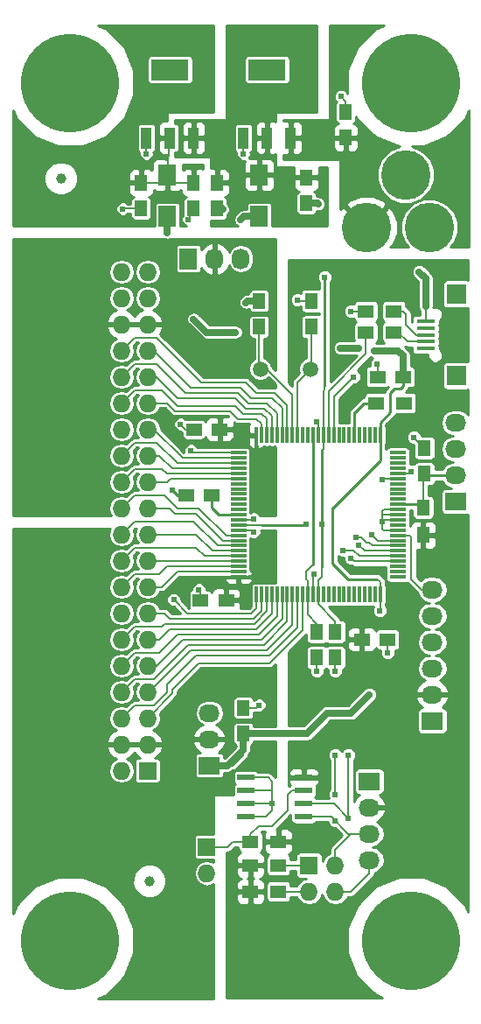
<source format=gbr>
G04 #@! TF.FileFunction,Copper,L1,Top,Signal*
%FSLAX46Y46*%
G04 Gerber Fmt 4.6, Leading zero omitted, Abs format (unit mm)*
G04 Created by KiCad (PCBNEW (after 2015-mar-04 BZR unknown)-product) date 12/19/2016 5:01:43 PM*
%MOMM*%
G01*
G04 APERTURE LIST*
%ADD10C,0.100000*%
%ADD11R,1.500000X0.300000*%
%ADD12R,0.300000X1.500000*%
%ADD13R,1.500000X1.250000*%
%ADD14R,1.250000X1.500000*%
%ADD15R,1.700000X2.000000*%
%ADD16C,1.000000*%
%ADD17R,2.032000X1.727200*%
%ADD18O,2.032000X1.727200*%
%ADD19R,1.727200X1.727200*%
%ADD20O,1.727200X1.727200*%
%ADD21R,1.727200X2.032000*%
%ADD22O,1.727200X2.032000*%
%ADD23R,1.500000X1.300000*%
%ADD24R,1.300000X1.500000*%
%ADD25R,1.651000X0.599440*%
%ADD26C,4.800600*%
%ADD27R,3.657600X2.032000*%
%ADD28R,1.016000X2.032000*%
%ADD29R,1.800000X0.400000*%
%ADD30R,1.900000X1.900000*%
%ADD31C,1.501140*%
%ADD32C,9.525000*%
%ADD33C,0.610000*%
%ADD34C,0.203200*%
%ADD35C,0.254000*%
%ADD36C,0.635000*%
G04 APERTURE END LIST*
D10*
D11*
X47705000Y-63785000D03*
X47705000Y-63285000D03*
X47705000Y-62785000D03*
X47705000Y-62285000D03*
X47705000Y-61785000D03*
X47705000Y-61285000D03*
X47705000Y-60785000D03*
X47705000Y-60285000D03*
X47705000Y-59785000D03*
X47705000Y-59285000D03*
X47705000Y-58785000D03*
X47705000Y-58285000D03*
X47705000Y-57785000D03*
X47705000Y-57285000D03*
X47705000Y-56785000D03*
X47705000Y-56285000D03*
X47705000Y-55785000D03*
X47705000Y-55285000D03*
X47705000Y-54785000D03*
X47705000Y-54285000D03*
X47705000Y-53785000D03*
X47705000Y-53285000D03*
X47705000Y-52785000D03*
X47705000Y-52285000D03*
X47705000Y-51785000D03*
D12*
X46005000Y-50085000D03*
X45505000Y-50085000D03*
X45005000Y-50085000D03*
X44505000Y-50085000D03*
X44005000Y-50085000D03*
X43505000Y-50085000D03*
X43005000Y-50085000D03*
X42505000Y-50085000D03*
X42005000Y-50085000D03*
X41505000Y-50085000D03*
X41005000Y-50085000D03*
X40505000Y-50085000D03*
X40005000Y-50085000D03*
X39505000Y-50085000D03*
X39005000Y-50085000D03*
X38505000Y-50085000D03*
X38005000Y-50085000D03*
X37505000Y-50085000D03*
X37005000Y-50085000D03*
X36505000Y-50085000D03*
X36005000Y-50085000D03*
X35505000Y-50085000D03*
X35005000Y-50085000D03*
X34505000Y-50085000D03*
X34005000Y-50085000D03*
D11*
X32305000Y-51785000D03*
X32305000Y-52285000D03*
X32305000Y-52785000D03*
X32305000Y-53285000D03*
X32305000Y-53785000D03*
X32305000Y-54285000D03*
X32305000Y-54785000D03*
X32305000Y-55285000D03*
X32305000Y-55785000D03*
X32305000Y-56285000D03*
X32305000Y-56785000D03*
X32305000Y-57285000D03*
X32305000Y-57785000D03*
X32305000Y-58285000D03*
X32305000Y-58785000D03*
X32305000Y-59285000D03*
X32305000Y-59785000D03*
X32305000Y-60285000D03*
X32305000Y-60785000D03*
X32305000Y-61285000D03*
X32305000Y-61785000D03*
X32305000Y-62285000D03*
X32305000Y-62785000D03*
X32305000Y-63285000D03*
X32305000Y-63785000D03*
D12*
X34005000Y-65485000D03*
X34505000Y-65485000D03*
X35005000Y-65485000D03*
X35505000Y-65485000D03*
X36005000Y-65485000D03*
X36505000Y-65485000D03*
X37005000Y-65485000D03*
X37505000Y-65485000D03*
X38005000Y-65485000D03*
X38505000Y-65485000D03*
X39005000Y-65485000D03*
X39505000Y-65485000D03*
X40005000Y-65485000D03*
X40505000Y-65485000D03*
X41005000Y-65485000D03*
X41505000Y-65485000D03*
X42005000Y-65485000D03*
X42505000Y-65485000D03*
X43005000Y-65485000D03*
X43505000Y-65485000D03*
X44005000Y-65485000D03*
X44505000Y-65485000D03*
X45005000Y-65485000D03*
X45505000Y-65485000D03*
X46005000Y-65485000D03*
D13*
X44216000Y-69850000D03*
X46716000Y-69850000D03*
D14*
X50292000Y-53828000D03*
X50292000Y-51328000D03*
D13*
X31095000Y-66040000D03*
X28595000Y-66040000D03*
X48240000Y-44450000D03*
X45740000Y-44450000D03*
D14*
X32766000Y-78974000D03*
X32766000Y-76474000D03*
D13*
X30460000Y-49530000D03*
X27960000Y-49530000D03*
D14*
X39878000Y-71608000D03*
X39878000Y-69108000D03*
X41656000Y-71608000D03*
X41656000Y-69108000D03*
D13*
X27198000Y-55880000D03*
X29698000Y-55880000D03*
D15*
X25400000Y-28924000D03*
X25400000Y-24924000D03*
X34290000Y-28924000D03*
X34290000Y-24924000D03*
D16*
X15087600Y-25247600D03*
X23647400Y-93218000D03*
D17*
X53340000Y-56515000D03*
D18*
X53340000Y-53975000D03*
X53340000Y-51435000D03*
X53340000Y-48895000D03*
D19*
X29210000Y-89916000D03*
D20*
X29210000Y-92456000D03*
D21*
X27432000Y-33020000D03*
D22*
X29972000Y-33020000D03*
X32512000Y-33020000D03*
D17*
X29464000Y-82042000D03*
D18*
X29464000Y-79502000D03*
X29464000Y-76962000D03*
D23*
X36148000Y-89408000D03*
X33448000Y-89408000D03*
X36148000Y-91694000D03*
X33448000Y-91694000D03*
X36148000Y-94234000D03*
X33448000Y-94234000D03*
D24*
X50165000Y-57070000D03*
X50165000Y-59770000D03*
D23*
X45640000Y-46990000D03*
X48340000Y-46990000D03*
D25*
X38608000Y-83185000D03*
X33020000Y-83185000D03*
X38608000Y-84455000D03*
X38608000Y-85725000D03*
X38608000Y-86995000D03*
X33020000Y-84455000D03*
X33020000Y-85725000D03*
X33020000Y-86995000D03*
D26*
X50749200Y-29997400D03*
X44653200Y-29997400D03*
X48463200Y-24917400D03*
D27*
X35052000Y-14732000D03*
D28*
X35052000Y-21336000D03*
X37338000Y-21336000D03*
X32766000Y-21336000D03*
D27*
X25654000Y-14732000D03*
D28*
X25654000Y-21336000D03*
X27940000Y-21336000D03*
X23368000Y-21336000D03*
D19*
X23495000Y-82550000D03*
D20*
X20955000Y-82550000D03*
X23495000Y-80010000D03*
X20955000Y-80010000D03*
X23495000Y-77470000D03*
X20955000Y-77470000D03*
X23495000Y-74930000D03*
X20955000Y-74930000D03*
X23495000Y-72390000D03*
X20955000Y-72390000D03*
X23495000Y-69850000D03*
X20955000Y-69850000D03*
X23495000Y-67310000D03*
X20955000Y-67310000D03*
X23495000Y-64770000D03*
X20955000Y-64770000D03*
X23495000Y-62230000D03*
X20955000Y-62230000D03*
X23495000Y-59690000D03*
X20955000Y-59690000D03*
X23495000Y-57150000D03*
X20955000Y-57150000D03*
X23495000Y-54610000D03*
X20955000Y-54610000D03*
X23495000Y-52070000D03*
X20955000Y-52070000D03*
X23495000Y-49530000D03*
X20955000Y-49530000D03*
X23495000Y-46990000D03*
X20955000Y-46990000D03*
X23495000Y-44450000D03*
X20955000Y-44450000D03*
X23495000Y-41910000D03*
X20955000Y-41910000D03*
X23495000Y-39370000D03*
X20955000Y-39370000D03*
X23495000Y-36830000D03*
X20955000Y-36830000D03*
X23495000Y-34290000D03*
X20955000Y-34290000D03*
D14*
X34290000Y-37104000D03*
X34290000Y-39604000D03*
X39370000Y-37104000D03*
X39370000Y-39604000D03*
D29*
X50400000Y-41686000D03*
X50400000Y-41036000D03*
X50400000Y-40386000D03*
X50400000Y-39736000D03*
X50400000Y-39086000D03*
D30*
X53425000Y-44336000D03*
X53425000Y-36436000D03*
D23*
X47324000Y-40132000D03*
X44624000Y-40132000D03*
X47324000Y-38100000D03*
X44624000Y-38100000D03*
D31*
X34389060Y-43688000D03*
X39270940Y-43688000D03*
D14*
X42672000Y-21316000D03*
X42672000Y-18816000D03*
X30226000Y-25674000D03*
X30226000Y-28174000D03*
X38862000Y-25166000D03*
X38862000Y-27666000D03*
X27940000Y-25674000D03*
X27940000Y-28174000D03*
X22860000Y-25674000D03*
X22860000Y-28174000D03*
D17*
X44958000Y-83566000D03*
D18*
X44958000Y-86106000D03*
X44958000Y-88646000D03*
X44958000Y-91186000D03*
D19*
X39116000Y-91694000D03*
D20*
X41656000Y-91694000D03*
X39116000Y-94234000D03*
X41656000Y-94234000D03*
D17*
X51054000Y-77724000D03*
D18*
X51054000Y-75184000D03*
X51054000Y-72644000D03*
X51054000Y-70104000D03*
X51054000Y-67564000D03*
X51054000Y-65024000D03*
D32*
X16000000Y-16000000D03*
X49000000Y-16000000D03*
X16000000Y-99000000D03*
X49000000Y-99000000D03*
D33*
X23368000Y-22860000D03*
X42214800Y-17322800D03*
X25908000Y-55372000D03*
X49784000Y-34290000D03*
X38000000Y-37000000D03*
X33000000Y-37250000D03*
X30750000Y-28250000D03*
X40000000Y-27750000D03*
X45720000Y-43180000D03*
X49276000Y-50292000D03*
X28448000Y-65024000D03*
X21082000Y-28194000D03*
X26670000Y-49022000D03*
X27432000Y-29210000D03*
X32766000Y-22860000D03*
X39878000Y-72898000D03*
X41656000Y-72898000D03*
X34290000Y-76200000D03*
X35560000Y-85725000D03*
X46736000Y-71120000D03*
X46228000Y-58420000D03*
X33782000Y-59436000D03*
X33782000Y-58166000D03*
X39878000Y-48768000D03*
X39624000Y-63500000D03*
X40640000Y-34798000D03*
X40640000Y-29464000D03*
X38862000Y-58674000D03*
X40386000Y-58674000D03*
X27940000Y-24130000D03*
X51562000Y-59690000D03*
X42418000Y-47752000D03*
X41402000Y-42926000D03*
X41402000Y-39624000D03*
X49022000Y-53594000D03*
X46228000Y-54356000D03*
X42926000Y-87122000D03*
X43180000Y-61976000D03*
X42926000Y-81026000D03*
X42418000Y-61214000D03*
X41656000Y-87376000D03*
X41656000Y-84836000D03*
X41656000Y-81026000D03*
X27686000Y-51562000D03*
X26000000Y-66000000D03*
X43434000Y-44450000D03*
X43180000Y-38100000D03*
X43942000Y-60706000D03*
X43688000Y-59944000D03*
X45212000Y-59690000D03*
X25400000Y-30480000D03*
X42164000Y-41656000D03*
X43942000Y-41656000D03*
X44958000Y-75184000D03*
X45974000Y-67056000D03*
X45466000Y-41910000D03*
X32004000Y-40132000D03*
X27940000Y-38862000D03*
X32500000Y-29250000D03*
D34*
X23368000Y-21336000D02*
X23368000Y-22860000D01*
X42672000Y-18816000D02*
X42672000Y-17780000D01*
X42672000Y-17780000D02*
X42214800Y-17322800D01*
D35*
X27198000Y-55880000D02*
X26416000Y-55880000D01*
X26416000Y-55880000D02*
X25908000Y-55372000D01*
D34*
X26416000Y-55880000D02*
X25908000Y-55372000D01*
D36*
X50400000Y-37592000D02*
X50400000Y-34906000D01*
X50400000Y-34906000D02*
X49784000Y-34290000D01*
D34*
X50400000Y-39086000D02*
X50400000Y-37592000D01*
X50400000Y-34906000D02*
X49784000Y-34290000D01*
X50400000Y-34906000D02*
X49784000Y-34290000D01*
X39370000Y-37104000D02*
X38104000Y-37104000D01*
X38104000Y-37104000D02*
X38000000Y-37000000D01*
D36*
X34290000Y-37104000D02*
X33146000Y-37104000D01*
X33146000Y-37104000D02*
X33000000Y-37250000D01*
X30226000Y-28174000D02*
X30674000Y-28174000D01*
X30674000Y-28174000D02*
X30750000Y-28250000D01*
X38862000Y-27666000D02*
X39916000Y-27666000D01*
X39916000Y-27666000D02*
X40000000Y-27750000D01*
D34*
X45740000Y-43200000D02*
X45720000Y-43180000D01*
X45740000Y-44450000D02*
X45740000Y-43200000D01*
X50292000Y-51308000D02*
X49276000Y-50292000D01*
X50292000Y-51328000D02*
X50292000Y-51308000D01*
X28595000Y-65171000D02*
X28448000Y-65024000D01*
X28595000Y-66040000D02*
X28595000Y-65171000D01*
X21102000Y-28174000D02*
X21082000Y-28194000D01*
X22860000Y-28174000D02*
X21102000Y-28174000D01*
X27178000Y-49530000D02*
X26670000Y-49022000D01*
X27960000Y-49530000D02*
X27178000Y-49530000D01*
X27940000Y-28174000D02*
X27432000Y-29210000D01*
X32766000Y-21336000D02*
X32766000Y-22860000D01*
X39878000Y-71608000D02*
X39878000Y-72898000D01*
X41656000Y-71608000D02*
X41656000Y-72898000D01*
X34016000Y-76474000D02*
X34290000Y-76200000D01*
X32766000Y-76474000D02*
X34016000Y-76474000D01*
X34925000Y-86995000D02*
X35560000Y-86360000D01*
X35560000Y-84455000D02*
X35560000Y-83566000D01*
X35560000Y-85852000D02*
X35560000Y-84455000D01*
X35560000Y-86360000D02*
X35560000Y-85852000D01*
X35560000Y-83566000D02*
X35179000Y-83185000D01*
X35179000Y-83185000D02*
X33020000Y-83185000D01*
X33020000Y-86995000D02*
X34925000Y-86995000D01*
X33020000Y-84455000D02*
X35560000Y-84455000D01*
X35560000Y-85725000D02*
X35560000Y-85852000D01*
X33020000Y-85725000D02*
X34798000Y-85725000D01*
X34798000Y-85725000D02*
X35560000Y-85725000D01*
X46716000Y-71100000D02*
X46736000Y-71120000D01*
X46716000Y-69850000D02*
X46716000Y-71100000D01*
X46347000Y-57285000D02*
X46228000Y-57404000D01*
X46228000Y-58166000D02*
X46228000Y-59182000D01*
X46228000Y-57658000D02*
X46228000Y-58166000D01*
X46228000Y-57404000D02*
X46228000Y-57658000D01*
X46228000Y-59182000D02*
X46331000Y-59285000D01*
X46331000Y-59285000D02*
X47705000Y-59285000D01*
X47705000Y-57285000D02*
X46347000Y-57285000D01*
X46228000Y-57785000D02*
X46228000Y-57658000D01*
X47705000Y-57785000D02*
X46228000Y-57785000D01*
X46228000Y-58285000D02*
X46228000Y-58166000D01*
X47705000Y-58285000D02*
X46228000Y-58285000D01*
X46228000Y-58285000D02*
X46228000Y-58420000D01*
X33631000Y-59285000D02*
X33782000Y-59436000D01*
X32305000Y-59285000D02*
X33631000Y-59285000D01*
X33663000Y-58285000D02*
X33782000Y-58166000D01*
X32305000Y-58285000D02*
X33663000Y-58285000D01*
X40005000Y-48895000D02*
X39878000Y-48768000D01*
X40005000Y-50085000D02*
X40005000Y-48895000D01*
X39505000Y-63619000D02*
X39624000Y-63500000D01*
X39505000Y-65485000D02*
X39505000Y-63619000D01*
D35*
X34544000Y-58785000D02*
X38751000Y-58785000D01*
X38751000Y-58785000D02*
X38862000Y-58674000D01*
X40386000Y-51562000D02*
X40386000Y-58674000D01*
D34*
X40505000Y-51443000D02*
X40505000Y-50085000D01*
X40386000Y-51562000D02*
X40505000Y-51443000D01*
D35*
X40386000Y-58674000D02*
X40386000Y-62865000D01*
X40640000Y-34798000D02*
X40640000Y-45339000D01*
D34*
X40505000Y-50085000D02*
X40505000Y-45839000D01*
X40640000Y-45704000D02*
X40640000Y-45339000D01*
X40505000Y-45839000D02*
X40640000Y-45704000D01*
X35052000Y-22606000D02*
X34290000Y-23368000D01*
X34290000Y-23368000D02*
X34290000Y-24924000D01*
X35052000Y-21336000D02*
X35052000Y-22606000D01*
X34532000Y-25166000D02*
X34290000Y-24924000D01*
X40005000Y-66421000D02*
X41656000Y-68072000D01*
X41656000Y-68072000D02*
X41656000Y-69108000D01*
X40005000Y-65485000D02*
X40005000Y-66421000D01*
X40005000Y-64135000D02*
X40386000Y-63754000D01*
X40386000Y-63754000D02*
X40386000Y-62865000D01*
X40386000Y-62865000D02*
X40386000Y-58674000D01*
X40005000Y-65485000D02*
X40005000Y-64135000D01*
X38751000Y-58785000D02*
X38862000Y-58674000D01*
X32305000Y-58785000D02*
X34544000Y-58785000D01*
X27940000Y-25674000D02*
X27940000Y-24130000D01*
X51482000Y-59770000D02*
X51562000Y-59690000D01*
X51482000Y-59770000D02*
X50165000Y-59770000D01*
X41402000Y-39624000D02*
X41402000Y-42926000D01*
X22860000Y-25674000D02*
X24650000Y-25674000D01*
X24650000Y-25674000D02*
X25400000Y-24924000D01*
X27940000Y-25674000D02*
X26150000Y-25674000D01*
X26150000Y-25674000D02*
X25400000Y-24924000D01*
X25654000Y-21336000D02*
X25400000Y-24924000D01*
D35*
X53340000Y-53975000D02*
X50439000Y-53975000D01*
X50439000Y-53975000D02*
X50292000Y-53828000D01*
X47705000Y-56785000D02*
X49880000Y-56785000D01*
X49880000Y-56785000D02*
X50165000Y-57070000D01*
D34*
X50165000Y-53955000D02*
X50292000Y-53828000D01*
X50165000Y-57070000D02*
X50165000Y-53955000D01*
X50439000Y-53975000D02*
X50292000Y-53828000D01*
X31095000Y-66040000D02*
X31095000Y-65095000D01*
X32305000Y-64695000D02*
X32305000Y-63785000D01*
X32000000Y-65000000D02*
X32305000Y-64695000D01*
X31190000Y-65000000D02*
X32000000Y-65000000D01*
X31095000Y-65095000D02*
X31190000Y-65000000D01*
X33067000Y-50085000D02*
X32512000Y-49530000D01*
X32512000Y-49530000D02*
X30460000Y-49530000D01*
X34005000Y-50085000D02*
X33067000Y-50085000D01*
D35*
X39505000Y-62603000D02*
X39505000Y-50085000D01*
D34*
X39005000Y-67453000D02*
X39878000Y-68326000D01*
X39878000Y-68326000D02*
X39878000Y-69108000D01*
X39005000Y-65485000D02*
X39005000Y-67453000D01*
X39505000Y-62603000D02*
X38862000Y-63246000D01*
X38862000Y-63246000D02*
X38862000Y-64008000D01*
X38862000Y-64008000D02*
X39005000Y-64151000D01*
X39005000Y-64151000D02*
X39005000Y-65485000D01*
D35*
X32305000Y-57785000D02*
X30353000Y-57785000D01*
X30353000Y-57785000D02*
X29698000Y-57130000D01*
X29698000Y-57130000D02*
X29698000Y-55880000D01*
X29698000Y-57130000D02*
X29698000Y-55880000D01*
D34*
X29698000Y-57130000D02*
X29698000Y-55880000D01*
X48831000Y-53785000D02*
X49022000Y-53594000D01*
X47705000Y-53785000D02*
X48831000Y-53785000D01*
X46228000Y-54356000D02*
X46299000Y-54285000D01*
X46299000Y-54285000D02*
X47705000Y-54285000D01*
X31242000Y-89916000D02*
X31750000Y-89408000D01*
X31750000Y-89408000D02*
X33448000Y-89408000D01*
X29210000Y-89916000D02*
X31242000Y-89916000D01*
X33448000Y-88726000D02*
X34290000Y-87884000D01*
X34290000Y-87884000D02*
X35560000Y-87884000D01*
X35560000Y-87884000D02*
X37084000Y-86360000D01*
X37084000Y-86360000D02*
X37084000Y-84836000D01*
X37084000Y-84836000D02*
X37465000Y-84455000D01*
X37465000Y-84455000D02*
X38608000Y-84455000D01*
X33448000Y-89408000D02*
X33448000Y-88726000D01*
X23749000Y-74676000D02*
X23495000Y-74930000D01*
X37505000Y-68413000D02*
X35052000Y-70866000D01*
X37505000Y-65485000D02*
X37505000Y-68413000D01*
X27686000Y-70866000D02*
X35052000Y-70866000D01*
X23622000Y-74930000D02*
X27686000Y-70866000D01*
X23495000Y-74930000D02*
X23622000Y-74930000D01*
X43180000Y-94234000D02*
X44958000Y-92456000D01*
X44958000Y-92456000D02*
X44958000Y-91186000D01*
X41656000Y-94234000D02*
X43180000Y-94234000D01*
X41529000Y-85725000D02*
X42926000Y-87122000D01*
X38608000Y-85725000D02*
X41529000Y-85725000D01*
X43180000Y-61976000D02*
X43489000Y-62285000D01*
X43489000Y-62285000D02*
X47705000Y-62285000D01*
X42926000Y-87122000D02*
X42926000Y-81026000D01*
X43180000Y-88646000D02*
X41656000Y-90170000D01*
X41656000Y-90170000D02*
X41656000Y-91694000D01*
X44958000Y-88646000D02*
X43180000Y-88646000D01*
X42926000Y-88646000D02*
X41275000Y-86995000D01*
X44958000Y-88646000D02*
X42926000Y-88646000D01*
X42418000Y-61214000D02*
X43434000Y-61214000D01*
X41275000Y-86995000D02*
X41656000Y-87376000D01*
X38608000Y-86995000D02*
X41275000Y-86995000D01*
X44005000Y-61785000D02*
X43434000Y-61214000D01*
X47705000Y-61785000D02*
X44005000Y-61785000D01*
X41656000Y-84836000D02*
X41656000Y-81026000D01*
D35*
X43505000Y-50085000D02*
X43505000Y-47935000D01*
X43505000Y-47935000D02*
X44450000Y-46990000D01*
X44450000Y-46990000D02*
X45640000Y-46990000D01*
D34*
X43505000Y-47935000D02*
X44450000Y-46990000D01*
X44450000Y-46990000D02*
X45640000Y-46990000D01*
X37005000Y-47165000D02*
X35814000Y-45974000D01*
X35814000Y-45974000D02*
X34036000Y-45974000D01*
X34036000Y-45974000D02*
X33020000Y-44958000D01*
X33020000Y-44958000D02*
X28702000Y-44958000D01*
X28702000Y-44958000D02*
X24384000Y-40640000D01*
X24384000Y-40640000D02*
X22225000Y-40640000D01*
X22225000Y-40640000D02*
X20955000Y-41910000D01*
X37005000Y-50085000D02*
X37005000Y-47165000D01*
X24130000Y-41910000D02*
X23495000Y-41910000D01*
X36505000Y-47427000D02*
X35560000Y-46482000D01*
X35560000Y-46482000D02*
X33528000Y-46482000D01*
X33528000Y-46482000D02*
X32512000Y-45466000D01*
X32512000Y-45466000D02*
X27686000Y-45466000D01*
X27686000Y-45466000D02*
X24130000Y-41910000D01*
X36505000Y-50085000D02*
X36505000Y-47427000D01*
X36005000Y-47943000D02*
X35052000Y-46990000D01*
X35052000Y-46990000D02*
X33274000Y-46990000D01*
X33274000Y-46990000D02*
X32258000Y-45974000D01*
X32258000Y-45974000D02*
X27178000Y-45974000D01*
X27178000Y-45974000D02*
X24384000Y-43180000D01*
X24384000Y-43180000D02*
X22225000Y-43180000D01*
X22225000Y-43180000D02*
X20955000Y-44450000D01*
X36005000Y-50085000D02*
X36005000Y-47943000D01*
X35505000Y-48205000D02*
X34798000Y-47498000D01*
X34798000Y-47498000D02*
X33020000Y-47498000D01*
X33020000Y-47498000D02*
X32004000Y-46482000D01*
X32004000Y-46482000D02*
X26416000Y-46482000D01*
X26416000Y-46482000D02*
X24384000Y-44450000D01*
X24384000Y-44450000D02*
X23495000Y-44450000D01*
X35505000Y-50085000D02*
X35505000Y-48205000D01*
X35005000Y-48467000D02*
X34544000Y-48006000D01*
X34544000Y-48006000D02*
X32766000Y-48006000D01*
X32766000Y-48006000D02*
X32004000Y-47244000D01*
X32004000Y-47244000D02*
X26416000Y-47244000D01*
X26416000Y-47244000D02*
X24892000Y-45720000D01*
X24892000Y-45720000D02*
X22225000Y-45720000D01*
X22225000Y-45720000D02*
X20955000Y-46990000D01*
X35005000Y-50085000D02*
X35005000Y-48467000D01*
X31496000Y-47752000D02*
X26162000Y-47752000D01*
X26162000Y-47752000D02*
X25400000Y-46990000D01*
X25400000Y-46990000D02*
X23495000Y-46990000D01*
X34036000Y-48514000D02*
X32258000Y-48514000D01*
X32258000Y-48514000D02*
X31496000Y-47752000D01*
X34505000Y-48983000D02*
X34036000Y-48514000D01*
X34505000Y-50085000D02*
X34505000Y-48983000D01*
X32305000Y-51785000D02*
X27909000Y-51785000D01*
X27909000Y-51785000D02*
X27686000Y-51562000D01*
X24130000Y-49530000D02*
X23495000Y-49530000D01*
X26885000Y-52285000D02*
X24130000Y-49530000D01*
X32305000Y-52285000D02*
X26885000Y-52285000D01*
X26369000Y-52785000D02*
X24384000Y-50800000D01*
X24384000Y-50800000D02*
X22225000Y-50800000D01*
X22225000Y-50800000D02*
X20955000Y-52070000D01*
X32305000Y-52785000D02*
X26369000Y-52785000D01*
X25853000Y-53285000D02*
X24638000Y-52070000D01*
X24638000Y-52070000D02*
X23495000Y-52070000D01*
X32305000Y-53285000D02*
X25853000Y-53285000D01*
X25337000Y-53785000D02*
X24892000Y-53340000D01*
X24892000Y-53340000D02*
X22225000Y-53340000D01*
X22225000Y-53340000D02*
X20955000Y-54610000D01*
X32305000Y-53785000D02*
X25337000Y-53785000D01*
X25725000Y-54285000D02*
X25400000Y-54610000D01*
X25400000Y-54610000D02*
X23495000Y-54610000D01*
X32305000Y-54285000D02*
X25725000Y-54285000D01*
X31083000Y-59785000D02*
X28448000Y-57150000D01*
X28448000Y-57150000D02*
X26416000Y-57150000D01*
X26416000Y-57150000D02*
X25146000Y-55880000D01*
X25146000Y-55880000D02*
X22225000Y-55880000D01*
X22225000Y-55880000D02*
X20955000Y-57150000D01*
X32305000Y-59785000D02*
X31083000Y-59785000D01*
X30821000Y-60285000D02*
X28194000Y-57658000D01*
X28194000Y-57658000D02*
X26162000Y-57658000D01*
X26162000Y-57658000D02*
X25654000Y-57150000D01*
X25654000Y-57150000D02*
X23495000Y-57150000D01*
X32305000Y-60285000D02*
X30821000Y-60285000D01*
X30305000Y-60785000D02*
X27940000Y-58420000D01*
X27940000Y-58420000D02*
X22225000Y-58420000D01*
X22225000Y-58420000D02*
X20955000Y-59690000D01*
X32305000Y-60785000D02*
X30305000Y-60785000D01*
X29789000Y-61285000D02*
X28194000Y-59690000D01*
X28194000Y-59690000D02*
X23495000Y-59690000D01*
X32305000Y-61285000D02*
X29789000Y-61285000D01*
X29019000Y-61785000D02*
X28194000Y-60960000D01*
X28194000Y-60960000D02*
X22225000Y-60960000D01*
X22225000Y-60960000D02*
X20955000Y-62230000D01*
X32305000Y-61785000D02*
X29019000Y-61785000D01*
X28503000Y-62285000D02*
X28448000Y-62230000D01*
X28448000Y-62230000D02*
X23495000Y-62230000D01*
X32305000Y-62285000D02*
X28503000Y-62285000D01*
X25353000Y-62785000D02*
X24638000Y-63500000D01*
X24638000Y-63500000D02*
X22225000Y-63500000D01*
X22225000Y-63500000D02*
X20955000Y-64770000D01*
X32305000Y-62785000D02*
X25353000Y-62785000D01*
X26377000Y-63285000D02*
X24892000Y-64770000D01*
X24892000Y-64770000D02*
X23495000Y-64770000D01*
X32305000Y-63285000D02*
X26377000Y-63285000D01*
X29000000Y-67310000D02*
X27310000Y-67310000D01*
X27310000Y-67310000D02*
X26000000Y-66000000D01*
X34005000Y-66833000D02*
X33528000Y-67310000D01*
X33528000Y-67310000D02*
X29000000Y-67310000D01*
X34005000Y-65485000D02*
X34005000Y-66833000D01*
X34505000Y-67095000D02*
X33782000Y-67818000D01*
X33782000Y-67818000D02*
X25654000Y-67818000D01*
X25654000Y-67818000D02*
X25146000Y-67310000D01*
X25146000Y-67310000D02*
X23495000Y-67310000D01*
X34505000Y-65485000D02*
X34505000Y-67095000D01*
X35005000Y-67133818D02*
X33812818Y-68326000D01*
X33812818Y-68326000D02*
X25146000Y-68326000D01*
X25146000Y-68326000D02*
X24892000Y-68580000D01*
X24892000Y-68580000D02*
X22225000Y-68580000D01*
X22225000Y-68580000D02*
X20955000Y-69850000D01*
X35005000Y-65485000D02*
X35005000Y-67133818D01*
X24003000Y-69342000D02*
X23495000Y-69850000D01*
X35505000Y-67365000D02*
X34036000Y-68834000D01*
X35505000Y-65485000D02*
X35505000Y-67365000D01*
X24638000Y-69850000D02*
X25654000Y-68834000D01*
X25654000Y-68834000D02*
X34036000Y-68834000D01*
X23495000Y-69850000D02*
X24638000Y-69850000D01*
X22225000Y-71120000D02*
X20955000Y-72390000D01*
X36005000Y-67627000D02*
X34290000Y-69342000D01*
X36005000Y-65485000D02*
X36005000Y-67627000D01*
X24638000Y-71120000D02*
X26416000Y-69342000D01*
X26416000Y-69342000D02*
X34290000Y-69342000D01*
X22225000Y-71120000D02*
X24638000Y-71120000D01*
X36505000Y-67889000D02*
X34544000Y-69850000D01*
X36505000Y-65485000D02*
X36505000Y-67889000D01*
X24384000Y-72390000D02*
X26924000Y-69850000D01*
X26924000Y-69850000D02*
X34544000Y-69850000D01*
X23495000Y-72390000D02*
X24384000Y-72390000D01*
X22352000Y-73660000D02*
X22225000Y-73660000D01*
X22225000Y-73660000D02*
X20955000Y-74930000D01*
X37005000Y-68151000D02*
X34798000Y-70358000D01*
X37005000Y-65485000D02*
X37005000Y-68151000D01*
X24130000Y-73660000D02*
X27432000Y-70358000D01*
X27432000Y-70358000D02*
X34798000Y-70358000D01*
X22352000Y-73660000D02*
X24130000Y-73660000D01*
X38505000Y-68937000D02*
X35306000Y-72136000D01*
X35306000Y-72136000D02*
X28448000Y-72136000D01*
X28448000Y-72136000D02*
X25908000Y-74676000D01*
X25908000Y-74676000D02*
X25908000Y-75057000D01*
X25908000Y-75057000D02*
X23495000Y-77470000D01*
X38505000Y-65485000D02*
X38505000Y-68937000D01*
X38005000Y-68675000D02*
X35306000Y-71374000D01*
X35306000Y-71374000D02*
X28194000Y-71374000D01*
X28194000Y-71374000D02*
X25400000Y-74168000D01*
X25400000Y-74168000D02*
X25400000Y-74930000D01*
X25400000Y-74930000D02*
X24130000Y-76200000D01*
X24130000Y-76200000D02*
X22225000Y-76200000D01*
X22225000Y-76200000D02*
X20955000Y-77470000D01*
X38005000Y-65485000D02*
X38005000Y-68675000D01*
X35052000Y-43688000D02*
X34389060Y-43688000D01*
X37505000Y-46141000D02*
X35052000Y-43688000D01*
X37505000Y-50085000D02*
X37505000Y-46141000D01*
X34290000Y-43588940D02*
X34389060Y-43688000D01*
X34290000Y-39604000D02*
X34290000Y-43588940D01*
X38005000Y-44953940D02*
X39270940Y-43688000D01*
X38005000Y-50085000D02*
X38005000Y-44953940D01*
X39370000Y-43588940D02*
X39270940Y-43688000D01*
X39370000Y-39604000D02*
X39370000Y-43588940D01*
X47752000Y-40132000D02*
X47324000Y-40132000D01*
X48656000Y-41036000D02*
X47752000Y-40132000D01*
X50400000Y-41036000D02*
X48656000Y-41036000D01*
X48260000Y-38100000D02*
X47324000Y-38100000D01*
X48514000Y-38354000D02*
X48260000Y-38100000D01*
X48514000Y-39370000D02*
X48514000Y-38354000D01*
X49530000Y-40386000D02*
X48514000Y-39370000D01*
X50400000Y-40386000D02*
X49530000Y-40386000D01*
X41005000Y-45863000D02*
X44624000Y-42244000D01*
X44624000Y-42244000D02*
X44624000Y-40132000D01*
X41005000Y-50085000D02*
X41005000Y-45863000D01*
X41505000Y-46379000D02*
X43434000Y-44450000D01*
X43180000Y-38100000D02*
X44624000Y-38100000D01*
X41505000Y-50085000D02*
X41505000Y-46379000D01*
X44521000Y-61285000D02*
X43942000Y-60706000D01*
X47705000Y-61285000D02*
X44521000Y-61285000D01*
X43688000Y-59944000D02*
X44196000Y-59944000D01*
X44196000Y-59944000D02*
X44704000Y-60452000D01*
X44704000Y-60452000D02*
X44958000Y-60452000D01*
X44958000Y-60452000D02*
X45291000Y-60785000D01*
X45291000Y-60785000D02*
X47705000Y-60785000D01*
X45212000Y-59690000D02*
X45807000Y-60285000D01*
X45807000Y-60285000D02*
X47705000Y-60285000D01*
X48863000Y-59785000D02*
X47705000Y-59785000D01*
X49022000Y-59944000D02*
X48863000Y-59785000D01*
X49022000Y-64008000D02*
X49022000Y-59944000D01*
X50038000Y-65024000D02*
X49022000Y-64008000D01*
X51054000Y-65024000D02*
X50038000Y-65024000D01*
D36*
X25400000Y-28924000D02*
X25400000Y-30480000D01*
D35*
X46005000Y-50085000D02*
X46005000Y-48864000D01*
X48240000Y-45359000D02*
X48240000Y-44450000D01*
X48006000Y-45593000D02*
X48240000Y-45359000D01*
X47371000Y-45593000D02*
X48006000Y-45593000D01*
X46990000Y-45974000D02*
X47371000Y-45593000D01*
X46990000Y-47879000D02*
X46990000Y-45974000D01*
X46005000Y-48864000D02*
X46990000Y-47879000D01*
X45720000Y-64008000D02*
X42926000Y-64008000D01*
X42926000Y-64008000D02*
X41402000Y-62484000D01*
X41402000Y-62484000D02*
X41402000Y-57150000D01*
X41402000Y-57150000D02*
X46005000Y-52547000D01*
X46005000Y-52547000D02*
X46005000Y-50085000D01*
D36*
X25400000Y-28956000D02*
X25400000Y-28924000D01*
X32766000Y-78974000D02*
X38882000Y-78974000D01*
X43180000Y-76962000D02*
X44958000Y-75184000D01*
X40894000Y-76962000D02*
X43180000Y-76962000D01*
X38882000Y-78974000D02*
X40894000Y-76962000D01*
X29464000Y-82042000D02*
X31242000Y-82042000D01*
X32766000Y-80518000D02*
X32766000Y-78974000D01*
X31242000Y-82042000D02*
X32766000Y-80518000D01*
X45466000Y-41910000D02*
X47752000Y-41910000D01*
X47752000Y-41910000D02*
X48240000Y-42398000D01*
X48240000Y-42398000D02*
X48240000Y-44450000D01*
X42164000Y-41656000D02*
X43942000Y-41656000D01*
X32004000Y-40132000D02*
X29210000Y-40132000D01*
X29210000Y-40132000D02*
X27940000Y-38862000D01*
D34*
X31750000Y-82042000D02*
X32766000Y-81026000D01*
X45974000Y-67056000D02*
X46005000Y-67025000D01*
X46005000Y-67025000D02*
X46005000Y-65485000D01*
X29464000Y-82042000D02*
X31750000Y-82042000D01*
X48240000Y-42398000D02*
X47752000Y-41910000D01*
X48240000Y-44450000D02*
X48240000Y-42398000D01*
X32766000Y-78974000D02*
X32766000Y-81026000D01*
X46005000Y-50085000D02*
X46005000Y-49753000D01*
X46005000Y-52547000D02*
X41402000Y-57150000D01*
X41402000Y-57150000D02*
X41402000Y-62484000D01*
X41402000Y-62484000D02*
X42926000Y-64008000D01*
X45720000Y-64008000D02*
X46005000Y-64293000D01*
X46005000Y-64293000D02*
X46005000Y-65485000D01*
X46005000Y-50085000D02*
X46005000Y-52547000D01*
X44653200Y-29997400D02*
X44653200Y-29539400D01*
X42652000Y-21336000D02*
X42672000Y-21316000D01*
D36*
X32500000Y-29250000D02*
X32826000Y-28924000D01*
X32826000Y-28924000D02*
X34290000Y-28924000D01*
D34*
X32512000Y-33020000D02*
X32512000Y-32258000D01*
X36148000Y-91694000D02*
X39116000Y-91694000D01*
X36148000Y-94234000D02*
X39116000Y-94234000D01*
D35*
G36*
X46758922Y-45414815D02*
X46594869Y-45578869D01*
X46473736Y-45760156D01*
X46443823Y-45910534D01*
X46390000Y-45899741D01*
X44890000Y-45899741D01*
X44725356Y-45931685D01*
X44580649Y-46026742D01*
X44483784Y-46170245D01*
X44449741Y-46340000D01*
X44449741Y-46431251D01*
X44236156Y-46473736D01*
X44054869Y-46594869D01*
X43109869Y-47539869D01*
X42988736Y-47721156D01*
X42946200Y-47935000D01*
X42946200Y-48894741D01*
X42855000Y-48894741D01*
X42753346Y-48914463D01*
X42655000Y-48894741D01*
X42355000Y-48894741D01*
X42253346Y-48914463D01*
X42155000Y-48894741D01*
X42038400Y-48894741D01*
X42038400Y-46599942D01*
X43451526Y-45186815D01*
X43579916Y-45186928D01*
X43850819Y-45074993D01*
X44058265Y-44867909D01*
X44170672Y-44597202D01*
X44170928Y-44304084D01*
X44058993Y-44033181D01*
X43851909Y-43825735D01*
X43812832Y-43809509D01*
X45001171Y-42621171D01*
X45056817Y-42537888D01*
X45125748Y-42566511D01*
X45179255Y-42602263D01*
X45241819Y-42614707D01*
X45242918Y-42615164D01*
X45095735Y-42762091D01*
X44983328Y-43032798D01*
X44983072Y-43325916D01*
X45007378Y-43384741D01*
X44990000Y-43384741D01*
X44825356Y-43416685D01*
X44680649Y-43511742D01*
X44583784Y-43655245D01*
X44549741Y-43825000D01*
X44549741Y-45075000D01*
X44581685Y-45239644D01*
X44676742Y-45384351D01*
X44820245Y-45481216D01*
X44990000Y-45515259D01*
X46490000Y-45515259D01*
X46654644Y-45483315D01*
X46758922Y-45414815D01*
X46758922Y-45414815D01*
G37*
X46758922Y-45414815D02*
X46594869Y-45578869D01*
X46473736Y-45760156D01*
X46443823Y-45910534D01*
X46390000Y-45899741D01*
X44890000Y-45899741D01*
X44725356Y-45931685D01*
X44580649Y-46026742D01*
X44483784Y-46170245D01*
X44449741Y-46340000D01*
X44449741Y-46431251D01*
X44236156Y-46473736D01*
X44054869Y-46594869D01*
X43109869Y-47539869D01*
X42988736Y-47721156D01*
X42946200Y-47935000D01*
X42946200Y-48894741D01*
X42855000Y-48894741D01*
X42753346Y-48914463D01*
X42655000Y-48894741D01*
X42355000Y-48894741D01*
X42253346Y-48914463D01*
X42155000Y-48894741D01*
X42038400Y-48894741D01*
X42038400Y-46599942D01*
X43451526Y-45186815D01*
X43579916Y-45186928D01*
X43850819Y-45074993D01*
X44058265Y-44867909D01*
X44170672Y-44597202D01*
X44170928Y-44304084D01*
X44058993Y-44033181D01*
X43851909Y-43825735D01*
X43812832Y-43809509D01*
X45001171Y-42621171D01*
X45056817Y-42537888D01*
X45125748Y-42566511D01*
X45179255Y-42602263D01*
X45241819Y-42614707D01*
X45242918Y-42615164D01*
X45095735Y-42762091D01*
X44983328Y-43032798D01*
X44983072Y-43325916D01*
X45007378Y-43384741D01*
X44990000Y-43384741D01*
X44825356Y-43416685D01*
X44680649Y-43511742D01*
X44583784Y-43655245D01*
X44549741Y-43825000D01*
X44549741Y-45075000D01*
X44581685Y-45239644D01*
X44676742Y-45384351D01*
X44820245Y-45481216D01*
X44990000Y-45515259D01*
X46490000Y-45515259D01*
X46654644Y-45483315D01*
X46758922Y-45414815D01*
G36*
X54518200Y-48100912D02*
X54436750Y-47979014D01*
X54016492Y-47698206D01*
X53520764Y-47599600D01*
X53159236Y-47599600D01*
X52663508Y-47698206D01*
X52243250Y-47979014D01*
X51962442Y-48399272D01*
X51863836Y-48895000D01*
X51962442Y-49390728D01*
X52243250Y-49810986D01*
X52663508Y-50091794D01*
X53031541Y-50165000D01*
X52663508Y-50238206D01*
X52243250Y-50519014D01*
X51962442Y-50939272D01*
X51863836Y-51435000D01*
X51962442Y-51930728D01*
X52243250Y-52350986D01*
X52663508Y-52631794D01*
X53031541Y-52705000D01*
X52663508Y-52778206D01*
X52243250Y-53059014D01*
X52004585Y-53416200D01*
X51357259Y-53416200D01*
X51357259Y-53078000D01*
X51357259Y-52078000D01*
X51357259Y-50578000D01*
X51325315Y-50413356D01*
X51230258Y-50268649D01*
X51086755Y-50171784D01*
X50917000Y-50137741D01*
X50009480Y-50137741D01*
X49900993Y-49875181D01*
X49693909Y-49667735D01*
X49423202Y-49555328D01*
X49130084Y-49555072D01*
X48859181Y-49667007D01*
X48651735Y-49874091D01*
X48539328Y-50144798D01*
X48539072Y-50437916D01*
X48651007Y-50708819D01*
X48858091Y-50916265D01*
X49128798Y-51028672D01*
X49226741Y-51028757D01*
X49226741Y-52078000D01*
X49258685Y-52242644D01*
X49353742Y-52387351D01*
X49497245Y-52484216D01*
X49667000Y-52518259D01*
X50917000Y-52518259D01*
X51081644Y-52486315D01*
X51226351Y-52391258D01*
X51323216Y-52247755D01*
X51357259Y-52078000D01*
X51357259Y-53078000D01*
X51325315Y-52913356D01*
X51230258Y-52768649D01*
X51086755Y-52671784D01*
X50917000Y-52637741D01*
X49667000Y-52637741D01*
X49502356Y-52669685D01*
X49357649Y-52764742D01*
X49267579Y-52898177D01*
X49169202Y-52857328D01*
X48895259Y-52857088D01*
X48895259Y-52635000D01*
X48875536Y-52533346D01*
X48895259Y-52435000D01*
X48895259Y-52135000D01*
X48875536Y-52033346D01*
X48895259Y-51935000D01*
X48895259Y-51635000D01*
X48863315Y-51470356D01*
X48768258Y-51325649D01*
X48624755Y-51228784D01*
X48455000Y-51194741D01*
X46955000Y-51194741D01*
X46790356Y-51226685D01*
X46645649Y-51321742D01*
X46563800Y-51442999D01*
X46563800Y-50991869D01*
X46595259Y-50835000D01*
X46595259Y-49335000D01*
X46563800Y-49172855D01*
X46563800Y-49095462D01*
X47385131Y-48274132D01*
X47385131Y-48274131D01*
X47445697Y-48183487D01*
X47506264Y-48092844D01*
X47506264Y-48092843D01*
X47511883Y-48064593D01*
X47590000Y-48080259D01*
X49090000Y-48080259D01*
X49254644Y-48048315D01*
X49399351Y-47953258D01*
X49496216Y-47809755D01*
X49530259Y-47640000D01*
X49530259Y-46340000D01*
X49498315Y-46175356D01*
X49403258Y-46030649D01*
X49259755Y-45933784D01*
X49090000Y-45899741D01*
X48489521Y-45899741D01*
X48635131Y-45754131D01*
X48756264Y-45572844D01*
X48756264Y-45572843D01*
X48767718Y-45515259D01*
X48990000Y-45515259D01*
X49154644Y-45483315D01*
X49299351Y-45388258D01*
X49396216Y-45244755D01*
X49430259Y-45075000D01*
X49430259Y-43825000D01*
X49398315Y-43660356D01*
X49303258Y-43515649D01*
X49159755Y-43418784D01*
X48990000Y-43384741D01*
X48989300Y-43384741D01*
X48989300Y-42398000D01*
X48932263Y-42111255D01*
X48769835Y-41868165D01*
X48387355Y-41485685D01*
X48451877Y-41528797D01*
X48656000Y-41569400D01*
X49059741Y-41569400D01*
X49059741Y-41886000D01*
X49091685Y-42050644D01*
X49186742Y-42195351D01*
X49330245Y-42292216D01*
X49500000Y-42326259D01*
X50618252Y-42326259D01*
X50618078Y-42525974D01*
X50725455Y-42785847D01*
X50924107Y-42984846D01*
X51183792Y-43092677D01*
X51464974Y-43092922D01*
X51724847Y-42985545D01*
X51923846Y-42786893D01*
X52031677Y-42527208D01*
X52031922Y-42246026D01*
X51924545Y-41986153D01*
X51740259Y-41801545D01*
X51740259Y-41486000D01*
X51715605Y-41358933D01*
X51740259Y-41236000D01*
X51740259Y-40836000D01*
X51715605Y-40708933D01*
X51740259Y-40586000D01*
X51740259Y-40186000D01*
X51715605Y-40058933D01*
X51740259Y-39936000D01*
X51740259Y-39536000D01*
X51715605Y-39408933D01*
X51740259Y-39286000D01*
X51740259Y-38970159D01*
X51923846Y-38786893D01*
X52031677Y-38527208D01*
X52031922Y-38246026D01*
X51924545Y-37986153D01*
X51725893Y-37787154D01*
X51466208Y-37679323D01*
X51185026Y-37679078D01*
X51127228Y-37702959D01*
X51149300Y-37592000D01*
X51149300Y-34906000D01*
X51092264Y-34619256D01*
X51092263Y-34619255D01*
X50929835Y-34376165D01*
X50313835Y-33760165D01*
X50260797Y-33724726D01*
X50201909Y-33665735D01*
X50124251Y-33633488D01*
X50070745Y-33597737D01*
X50008180Y-33585292D01*
X49931202Y-33553328D01*
X49847116Y-33553254D01*
X49784000Y-33540700D01*
X49721435Y-33553144D01*
X49638084Y-33553072D01*
X49560370Y-33585182D01*
X49497255Y-33597737D01*
X49444215Y-33633176D01*
X49367181Y-33665007D01*
X49307670Y-33724413D01*
X49254165Y-33760165D01*
X49218726Y-33813202D01*
X49159735Y-33872091D01*
X49127488Y-33949748D01*
X49091737Y-34003255D01*
X49079292Y-34065819D01*
X49047328Y-34142798D01*
X49047254Y-34226883D01*
X49034700Y-34290000D01*
X49047144Y-34352564D01*
X49047072Y-34435916D01*
X49079182Y-34513629D01*
X49091737Y-34576745D01*
X49127176Y-34629784D01*
X49159007Y-34706819D01*
X49218413Y-34766329D01*
X49254165Y-34819835D01*
X49650700Y-35216370D01*
X49650700Y-37592000D01*
X49707737Y-37878745D01*
X49866600Y-38116499D01*
X49866600Y-38445741D01*
X49500000Y-38445741D01*
X49335356Y-38477685D01*
X49190649Y-38572742D01*
X49093784Y-38716245D01*
X49059741Y-38886000D01*
X49059741Y-39161399D01*
X49047400Y-39149058D01*
X49047400Y-38354000D01*
X49006797Y-38149877D01*
X49006797Y-38149876D01*
X48891171Y-37976829D01*
X48637171Y-37722829D01*
X48514259Y-37640702D01*
X48514259Y-37450000D01*
X48482315Y-37285356D01*
X48387258Y-37140649D01*
X48243755Y-37043784D01*
X48074000Y-37009741D01*
X46574000Y-37009741D01*
X46409356Y-37041685D01*
X46264649Y-37136742D01*
X46167784Y-37280245D01*
X46133741Y-37450000D01*
X46133741Y-38750000D01*
X46165685Y-38914644D01*
X46260742Y-39059351D01*
X46344800Y-39116090D01*
X46264649Y-39168742D01*
X46167784Y-39312245D01*
X46133741Y-39482000D01*
X46133741Y-40782000D01*
X46165685Y-40946644D01*
X46260742Y-41091351D01*
X46363480Y-41160700D01*
X45583727Y-41160700D01*
X45683351Y-41095258D01*
X45780216Y-40951755D01*
X45814259Y-40782000D01*
X45814259Y-39482000D01*
X45782315Y-39317356D01*
X45687258Y-39172649D01*
X45603199Y-39115909D01*
X45683351Y-39063258D01*
X45780216Y-38919755D01*
X45814259Y-38750000D01*
X45814259Y-37450000D01*
X45782315Y-37285356D01*
X45687258Y-37140649D01*
X45543755Y-37043784D01*
X45374000Y-37009741D01*
X43874000Y-37009741D01*
X43709356Y-37041685D01*
X43564649Y-37136742D01*
X43467784Y-37280245D01*
X43441596Y-37410828D01*
X43327202Y-37363328D01*
X43034084Y-37363072D01*
X42763181Y-37475007D01*
X42555735Y-37682091D01*
X42443328Y-37952798D01*
X42443072Y-38245916D01*
X42555007Y-38516819D01*
X42762091Y-38724265D01*
X43032798Y-38836672D01*
X43325916Y-38836928D01*
X43441352Y-38789230D01*
X43465685Y-38914644D01*
X43560742Y-39059351D01*
X43644800Y-39116090D01*
X43564649Y-39168742D01*
X43467784Y-39312245D01*
X43433741Y-39482000D01*
X43433741Y-40782000D01*
X43457935Y-40906700D01*
X42164000Y-40906700D01*
X42101435Y-40919144D01*
X42018084Y-40919072D01*
X41940370Y-40951182D01*
X41877255Y-40963737D01*
X41824215Y-40999176D01*
X41747181Y-41031007D01*
X41687670Y-41090413D01*
X41634165Y-41126165D01*
X41598726Y-41179202D01*
X41539735Y-41238091D01*
X41507488Y-41315748D01*
X41471737Y-41369255D01*
X41459292Y-41431819D01*
X41427328Y-41508798D01*
X41427254Y-41592883D01*
X41414700Y-41656000D01*
X41427144Y-41718564D01*
X41427072Y-41801916D01*
X41459182Y-41879629D01*
X41471737Y-41942745D01*
X41507176Y-41995784D01*
X41539007Y-42072819D01*
X41598413Y-42132329D01*
X41634165Y-42185835D01*
X41687202Y-42221273D01*
X41746091Y-42280265D01*
X41823748Y-42312511D01*
X41877255Y-42348263D01*
X41939819Y-42360707D01*
X42016798Y-42392672D01*
X42100883Y-42392745D01*
X42164000Y-42405300D01*
X43708358Y-42405300D01*
X41198800Y-44914858D01*
X41198800Y-35281259D01*
X41264265Y-35215909D01*
X41376672Y-34945202D01*
X41376928Y-34652084D01*
X41264993Y-34381181D01*
X41057909Y-34173735D01*
X40787202Y-34061328D01*
X40494084Y-34061072D01*
X40223181Y-34173007D01*
X40015735Y-34380091D01*
X39903328Y-34650798D01*
X39903072Y-34943916D01*
X40015007Y-35214819D01*
X40081200Y-35281127D01*
X40081200Y-35931027D01*
X39995000Y-35913741D01*
X38745000Y-35913741D01*
X38580356Y-35945685D01*
X38435649Y-36040742D01*
X38338784Y-36184245D01*
X38309416Y-36330685D01*
X38147202Y-36263328D01*
X37854084Y-36263072D01*
X37583181Y-36375007D01*
X37375735Y-36582091D01*
X37263328Y-36852798D01*
X37263072Y-37145916D01*
X37375007Y-37416819D01*
X37582091Y-37624265D01*
X37852798Y-37736672D01*
X38145916Y-37736928D01*
X38304741Y-37671302D01*
X38304741Y-37854000D01*
X38336685Y-38018644D01*
X38431742Y-38163351D01*
X38575245Y-38260216D01*
X38745000Y-38294259D01*
X39995000Y-38294259D01*
X40081200Y-38277534D01*
X40081200Y-38431027D01*
X39995000Y-38413741D01*
X38745000Y-38413741D01*
X38580356Y-38445685D01*
X38435649Y-38540742D01*
X38338784Y-38684245D01*
X38304741Y-38854000D01*
X38304741Y-40354000D01*
X38336685Y-40518644D01*
X38431742Y-40663351D01*
X38575245Y-40760216D01*
X38745000Y-40794259D01*
X38836600Y-40794259D01*
X38836600Y-42588139D01*
X38602056Y-42685051D01*
X38269160Y-43017367D01*
X38088776Y-43451780D01*
X38088365Y-43922156D01*
X38145109Y-44059488D01*
X37627829Y-44576769D01*
X37512203Y-44749817D01*
X37471600Y-44953940D01*
X37471600Y-45353258D01*
X37127000Y-45008658D01*
X37127000Y-33127000D01*
X54518200Y-33127000D01*
X54518200Y-35074458D01*
X54375000Y-35045741D01*
X52475000Y-35045741D01*
X52310356Y-35077685D01*
X52165649Y-35172742D01*
X52068784Y-35316245D01*
X52034741Y-35486000D01*
X52034741Y-37386000D01*
X52066685Y-37550644D01*
X52161742Y-37695351D01*
X52305245Y-37792216D01*
X52475000Y-37826259D01*
X54375000Y-37826259D01*
X54518200Y-37798475D01*
X54518200Y-42974458D01*
X54375000Y-42945741D01*
X52475000Y-42945741D01*
X52310356Y-42977685D01*
X52165649Y-43072742D01*
X52068784Y-43216245D01*
X52034741Y-43386000D01*
X52034741Y-45286000D01*
X52066685Y-45450644D01*
X52161742Y-45595351D01*
X52305245Y-45692216D01*
X52475000Y-45726259D01*
X54375000Y-45726259D01*
X54518200Y-45698475D01*
X54518200Y-48100912D01*
X54518200Y-48100912D01*
G37*
X54518200Y-48100912D02*
X54436750Y-47979014D01*
X54016492Y-47698206D01*
X53520764Y-47599600D01*
X53159236Y-47599600D01*
X52663508Y-47698206D01*
X52243250Y-47979014D01*
X51962442Y-48399272D01*
X51863836Y-48895000D01*
X51962442Y-49390728D01*
X52243250Y-49810986D01*
X52663508Y-50091794D01*
X53031541Y-50165000D01*
X52663508Y-50238206D01*
X52243250Y-50519014D01*
X51962442Y-50939272D01*
X51863836Y-51435000D01*
X51962442Y-51930728D01*
X52243250Y-52350986D01*
X52663508Y-52631794D01*
X53031541Y-52705000D01*
X52663508Y-52778206D01*
X52243250Y-53059014D01*
X52004585Y-53416200D01*
X51357259Y-53416200D01*
X51357259Y-53078000D01*
X51357259Y-52078000D01*
X51357259Y-50578000D01*
X51325315Y-50413356D01*
X51230258Y-50268649D01*
X51086755Y-50171784D01*
X50917000Y-50137741D01*
X50009480Y-50137741D01*
X49900993Y-49875181D01*
X49693909Y-49667735D01*
X49423202Y-49555328D01*
X49130084Y-49555072D01*
X48859181Y-49667007D01*
X48651735Y-49874091D01*
X48539328Y-50144798D01*
X48539072Y-50437916D01*
X48651007Y-50708819D01*
X48858091Y-50916265D01*
X49128798Y-51028672D01*
X49226741Y-51028757D01*
X49226741Y-52078000D01*
X49258685Y-52242644D01*
X49353742Y-52387351D01*
X49497245Y-52484216D01*
X49667000Y-52518259D01*
X50917000Y-52518259D01*
X51081644Y-52486315D01*
X51226351Y-52391258D01*
X51323216Y-52247755D01*
X51357259Y-52078000D01*
X51357259Y-53078000D01*
X51325315Y-52913356D01*
X51230258Y-52768649D01*
X51086755Y-52671784D01*
X50917000Y-52637741D01*
X49667000Y-52637741D01*
X49502356Y-52669685D01*
X49357649Y-52764742D01*
X49267579Y-52898177D01*
X49169202Y-52857328D01*
X48895259Y-52857088D01*
X48895259Y-52635000D01*
X48875536Y-52533346D01*
X48895259Y-52435000D01*
X48895259Y-52135000D01*
X48875536Y-52033346D01*
X48895259Y-51935000D01*
X48895259Y-51635000D01*
X48863315Y-51470356D01*
X48768258Y-51325649D01*
X48624755Y-51228784D01*
X48455000Y-51194741D01*
X46955000Y-51194741D01*
X46790356Y-51226685D01*
X46645649Y-51321742D01*
X46563800Y-51442999D01*
X46563800Y-50991869D01*
X46595259Y-50835000D01*
X46595259Y-49335000D01*
X46563800Y-49172855D01*
X46563800Y-49095462D01*
X47385131Y-48274132D01*
X47385131Y-48274131D01*
X47445697Y-48183487D01*
X47506264Y-48092844D01*
X47506264Y-48092843D01*
X47511883Y-48064593D01*
X47590000Y-48080259D01*
X49090000Y-48080259D01*
X49254644Y-48048315D01*
X49399351Y-47953258D01*
X49496216Y-47809755D01*
X49530259Y-47640000D01*
X49530259Y-46340000D01*
X49498315Y-46175356D01*
X49403258Y-46030649D01*
X49259755Y-45933784D01*
X49090000Y-45899741D01*
X48489521Y-45899741D01*
X48635131Y-45754131D01*
X48756264Y-45572844D01*
X48756264Y-45572843D01*
X48767718Y-45515259D01*
X48990000Y-45515259D01*
X49154644Y-45483315D01*
X49299351Y-45388258D01*
X49396216Y-45244755D01*
X49430259Y-45075000D01*
X49430259Y-43825000D01*
X49398315Y-43660356D01*
X49303258Y-43515649D01*
X49159755Y-43418784D01*
X48990000Y-43384741D01*
X48989300Y-43384741D01*
X48989300Y-42398000D01*
X48932263Y-42111255D01*
X48769835Y-41868165D01*
X48387355Y-41485685D01*
X48451877Y-41528797D01*
X48656000Y-41569400D01*
X49059741Y-41569400D01*
X49059741Y-41886000D01*
X49091685Y-42050644D01*
X49186742Y-42195351D01*
X49330245Y-42292216D01*
X49500000Y-42326259D01*
X50618252Y-42326259D01*
X50618078Y-42525974D01*
X50725455Y-42785847D01*
X50924107Y-42984846D01*
X51183792Y-43092677D01*
X51464974Y-43092922D01*
X51724847Y-42985545D01*
X51923846Y-42786893D01*
X52031677Y-42527208D01*
X52031922Y-42246026D01*
X51924545Y-41986153D01*
X51740259Y-41801545D01*
X51740259Y-41486000D01*
X51715605Y-41358933D01*
X51740259Y-41236000D01*
X51740259Y-40836000D01*
X51715605Y-40708933D01*
X51740259Y-40586000D01*
X51740259Y-40186000D01*
X51715605Y-40058933D01*
X51740259Y-39936000D01*
X51740259Y-39536000D01*
X51715605Y-39408933D01*
X51740259Y-39286000D01*
X51740259Y-38970159D01*
X51923846Y-38786893D01*
X52031677Y-38527208D01*
X52031922Y-38246026D01*
X51924545Y-37986153D01*
X51725893Y-37787154D01*
X51466208Y-37679323D01*
X51185026Y-37679078D01*
X51127228Y-37702959D01*
X51149300Y-37592000D01*
X51149300Y-34906000D01*
X51092264Y-34619256D01*
X51092263Y-34619255D01*
X50929835Y-34376165D01*
X50313835Y-33760165D01*
X50260797Y-33724726D01*
X50201909Y-33665735D01*
X50124251Y-33633488D01*
X50070745Y-33597737D01*
X50008180Y-33585292D01*
X49931202Y-33553328D01*
X49847116Y-33553254D01*
X49784000Y-33540700D01*
X49721435Y-33553144D01*
X49638084Y-33553072D01*
X49560370Y-33585182D01*
X49497255Y-33597737D01*
X49444215Y-33633176D01*
X49367181Y-33665007D01*
X49307670Y-33724413D01*
X49254165Y-33760165D01*
X49218726Y-33813202D01*
X49159735Y-33872091D01*
X49127488Y-33949748D01*
X49091737Y-34003255D01*
X49079292Y-34065819D01*
X49047328Y-34142798D01*
X49047254Y-34226883D01*
X49034700Y-34290000D01*
X49047144Y-34352564D01*
X49047072Y-34435916D01*
X49079182Y-34513629D01*
X49091737Y-34576745D01*
X49127176Y-34629784D01*
X49159007Y-34706819D01*
X49218413Y-34766329D01*
X49254165Y-34819835D01*
X49650700Y-35216370D01*
X49650700Y-37592000D01*
X49707737Y-37878745D01*
X49866600Y-38116499D01*
X49866600Y-38445741D01*
X49500000Y-38445741D01*
X49335356Y-38477685D01*
X49190649Y-38572742D01*
X49093784Y-38716245D01*
X49059741Y-38886000D01*
X49059741Y-39161399D01*
X49047400Y-39149058D01*
X49047400Y-38354000D01*
X49006797Y-38149877D01*
X49006797Y-38149876D01*
X48891171Y-37976829D01*
X48637171Y-37722829D01*
X48514259Y-37640702D01*
X48514259Y-37450000D01*
X48482315Y-37285356D01*
X48387258Y-37140649D01*
X48243755Y-37043784D01*
X48074000Y-37009741D01*
X46574000Y-37009741D01*
X46409356Y-37041685D01*
X46264649Y-37136742D01*
X46167784Y-37280245D01*
X46133741Y-37450000D01*
X46133741Y-38750000D01*
X46165685Y-38914644D01*
X46260742Y-39059351D01*
X46344800Y-39116090D01*
X46264649Y-39168742D01*
X46167784Y-39312245D01*
X46133741Y-39482000D01*
X46133741Y-40782000D01*
X46165685Y-40946644D01*
X46260742Y-41091351D01*
X46363480Y-41160700D01*
X45583727Y-41160700D01*
X45683351Y-41095258D01*
X45780216Y-40951755D01*
X45814259Y-40782000D01*
X45814259Y-39482000D01*
X45782315Y-39317356D01*
X45687258Y-39172649D01*
X45603199Y-39115909D01*
X45683351Y-39063258D01*
X45780216Y-38919755D01*
X45814259Y-38750000D01*
X45814259Y-37450000D01*
X45782315Y-37285356D01*
X45687258Y-37140649D01*
X45543755Y-37043784D01*
X45374000Y-37009741D01*
X43874000Y-37009741D01*
X43709356Y-37041685D01*
X43564649Y-37136742D01*
X43467784Y-37280245D01*
X43441596Y-37410828D01*
X43327202Y-37363328D01*
X43034084Y-37363072D01*
X42763181Y-37475007D01*
X42555735Y-37682091D01*
X42443328Y-37952798D01*
X42443072Y-38245916D01*
X42555007Y-38516819D01*
X42762091Y-38724265D01*
X43032798Y-38836672D01*
X43325916Y-38836928D01*
X43441352Y-38789230D01*
X43465685Y-38914644D01*
X43560742Y-39059351D01*
X43644800Y-39116090D01*
X43564649Y-39168742D01*
X43467784Y-39312245D01*
X43433741Y-39482000D01*
X43433741Y-40782000D01*
X43457935Y-40906700D01*
X42164000Y-40906700D01*
X42101435Y-40919144D01*
X42018084Y-40919072D01*
X41940370Y-40951182D01*
X41877255Y-40963737D01*
X41824215Y-40999176D01*
X41747181Y-41031007D01*
X41687670Y-41090413D01*
X41634165Y-41126165D01*
X41598726Y-41179202D01*
X41539735Y-41238091D01*
X41507488Y-41315748D01*
X41471737Y-41369255D01*
X41459292Y-41431819D01*
X41427328Y-41508798D01*
X41427254Y-41592883D01*
X41414700Y-41656000D01*
X41427144Y-41718564D01*
X41427072Y-41801916D01*
X41459182Y-41879629D01*
X41471737Y-41942745D01*
X41507176Y-41995784D01*
X41539007Y-42072819D01*
X41598413Y-42132329D01*
X41634165Y-42185835D01*
X41687202Y-42221273D01*
X41746091Y-42280265D01*
X41823748Y-42312511D01*
X41877255Y-42348263D01*
X41939819Y-42360707D01*
X42016798Y-42392672D01*
X42100883Y-42392745D01*
X42164000Y-42405300D01*
X43708358Y-42405300D01*
X41198800Y-44914858D01*
X41198800Y-35281259D01*
X41264265Y-35215909D01*
X41376672Y-34945202D01*
X41376928Y-34652084D01*
X41264993Y-34381181D01*
X41057909Y-34173735D01*
X40787202Y-34061328D01*
X40494084Y-34061072D01*
X40223181Y-34173007D01*
X40015735Y-34380091D01*
X39903328Y-34650798D01*
X39903072Y-34943916D01*
X40015007Y-35214819D01*
X40081200Y-35281127D01*
X40081200Y-35931027D01*
X39995000Y-35913741D01*
X38745000Y-35913741D01*
X38580356Y-35945685D01*
X38435649Y-36040742D01*
X38338784Y-36184245D01*
X38309416Y-36330685D01*
X38147202Y-36263328D01*
X37854084Y-36263072D01*
X37583181Y-36375007D01*
X37375735Y-36582091D01*
X37263328Y-36852798D01*
X37263072Y-37145916D01*
X37375007Y-37416819D01*
X37582091Y-37624265D01*
X37852798Y-37736672D01*
X38145916Y-37736928D01*
X38304741Y-37671302D01*
X38304741Y-37854000D01*
X38336685Y-38018644D01*
X38431742Y-38163351D01*
X38575245Y-38260216D01*
X38745000Y-38294259D01*
X39995000Y-38294259D01*
X40081200Y-38277534D01*
X40081200Y-38431027D01*
X39995000Y-38413741D01*
X38745000Y-38413741D01*
X38580356Y-38445685D01*
X38435649Y-38540742D01*
X38338784Y-38684245D01*
X38304741Y-38854000D01*
X38304741Y-40354000D01*
X38336685Y-40518644D01*
X38431742Y-40663351D01*
X38575245Y-40760216D01*
X38745000Y-40794259D01*
X38836600Y-40794259D01*
X38836600Y-42588139D01*
X38602056Y-42685051D01*
X38269160Y-43017367D01*
X38088776Y-43451780D01*
X38088365Y-43922156D01*
X38145109Y-44059488D01*
X37627829Y-44576769D01*
X37512203Y-44749817D01*
X37471600Y-44953940D01*
X37471600Y-45353258D01*
X37127000Y-45008658D01*
X37127000Y-33127000D01*
X54518200Y-33127000D01*
X54518200Y-35074458D01*
X54375000Y-35045741D01*
X52475000Y-35045741D01*
X52310356Y-35077685D01*
X52165649Y-35172742D01*
X52068784Y-35316245D01*
X52034741Y-35486000D01*
X52034741Y-37386000D01*
X52066685Y-37550644D01*
X52161742Y-37695351D01*
X52305245Y-37792216D01*
X52475000Y-37826259D01*
X54375000Y-37826259D01*
X54518200Y-37798475D01*
X54518200Y-42974458D01*
X54375000Y-42945741D01*
X52475000Y-42945741D01*
X52310356Y-42977685D01*
X52165649Y-43072742D01*
X52068784Y-43216245D01*
X52034741Y-43386000D01*
X52034741Y-45286000D01*
X52066685Y-45450644D01*
X52161742Y-45595351D01*
X52305245Y-45692216D01*
X52475000Y-45726259D01*
X54375000Y-45726259D01*
X54518200Y-45698475D01*
X54518200Y-48100912D01*
G36*
X54518200Y-96225527D02*
X54224815Y-95515482D01*
X52661358Y-93949293D01*
X52661358Y-75543026D01*
X52540217Y-75311000D01*
X51181000Y-75311000D01*
X51181000Y-75331000D01*
X50927000Y-75331000D01*
X50927000Y-75311000D01*
X49567783Y-75311000D01*
X49446642Y-75543026D01*
X49449291Y-75558791D01*
X49703268Y-76086036D01*
X50077211Y-76420141D01*
X50038000Y-76420141D01*
X49873356Y-76452085D01*
X49728649Y-76547142D01*
X49631784Y-76690645D01*
X49597741Y-76860400D01*
X49597741Y-78587600D01*
X49629685Y-78752244D01*
X49724742Y-78896951D01*
X49868245Y-78993816D01*
X50038000Y-79027859D01*
X52070000Y-79027859D01*
X52234644Y-78995915D01*
X52379351Y-78900858D01*
X52476216Y-78757355D01*
X52510259Y-78587600D01*
X52510259Y-76860400D01*
X52478315Y-76695756D01*
X52383258Y-76551049D01*
X52239755Y-76454184D01*
X52070000Y-76420141D01*
X52030788Y-76420141D01*
X52404732Y-76086036D01*
X52658709Y-75558791D01*
X52661358Y-75543026D01*
X52661358Y-93949293D01*
X52493632Y-93781275D01*
X50230575Y-92841571D01*
X47906259Y-92839543D01*
X47906259Y-70475000D01*
X47906259Y-69225000D01*
X47874315Y-69060356D01*
X47779258Y-68915649D01*
X47635755Y-68818784D01*
X47466000Y-68784741D01*
X45966000Y-68784741D01*
X45801356Y-68816685D01*
X45656649Y-68911742D01*
X45574174Y-69033926D01*
X45504327Y-68865301D01*
X45325698Y-68686673D01*
X45092309Y-68590000D01*
X44501750Y-68590000D01*
X44343000Y-68748750D01*
X44343000Y-69723000D01*
X44363000Y-69723000D01*
X44363000Y-69977000D01*
X44343000Y-69977000D01*
X44343000Y-70951250D01*
X44501750Y-71110000D01*
X45092309Y-71110000D01*
X45325698Y-71013327D01*
X45504327Y-70834699D01*
X45574511Y-70665259D01*
X45652742Y-70784351D01*
X45796245Y-70881216D01*
X45966000Y-70915259D01*
X46023220Y-70915259D01*
X45999328Y-70972798D01*
X45999072Y-71265916D01*
X46111007Y-71536819D01*
X46318091Y-71744265D01*
X46588798Y-71856672D01*
X46881916Y-71856928D01*
X47152819Y-71744993D01*
X47360265Y-71537909D01*
X47472672Y-71267202D01*
X47472928Y-70974084D01*
X47448621Y-70915259D01*
X47466000Y-70915259D01*
X47630644Y-70883315D01*
X47775351Y-70788258D01*
X47872216Y-70644755D01*
X47906259Y-70475000D01*
X47906259Y-92839543D01*
X47780175Y-92839433D01*
X45515482Y-93775185D01*
X43781275Y-95506368D01*
X42841571Y-97769425D01*
X42839433Y-100219825D01*
X43775185Y-102484518D01*
X45506368Y-104218725D01*
X46227583Y-104518200D01*
X34833000Y-104518200D01*
X34833000Y-95010310D01*
X34833000Y-94757691D01*
X34833000Y-94519750D01*
X34833000Y-93948250D01*
X34833000Y-93710309D01*
X34833000Y-93457690D01*
X34736327Y-93224301D01*
X34557698Y-93045673D01*
X34360522Y-92964000D01*
X34557698Y-92882327D01*
X34736327Y-92703699D01*
X34833000Y-92470310D01*
X34833000Y-92217691D01*
X34833000Y-91979750D01*
X34674250Y-91821000D01*
X33575000Y-91821000D01*
X33575000Y-92820250D01*
X33718750Y-92964000D01*
X33575000Y-93107750D01*
X33575000Y-94107000D01*
X34674250Y-94107000D01*
X34833000Y-93948250D01*
X34833000Y-94519750D01*
X34674250Y-94361000D01*
X33575000Y-94361000D01*
X33575000Y-95360250D01*
X33733750Y-95519000D01*
X34324309Y-95519000D01*
X34557698Y-95422327D01*
X34736327Y-95243699D01*
X34833000Y-95010310D01*
X34833000Y-104518200D01*
X33321000Y-104518200D01*
X33321000Y-95360250D01*
X33321000Y-94361000D01*
X33321000Y-94107000D01*
X33321000Y-93107750D01*
X33177250Y-92964000D01*
X33321000Y-92820250D01*
X33321000Y-91821000D01*
X32221750Y-91821000D01*
X32063000Y-91979750D01*
X32063000Y-92217691D01*
X32063000Y-92470310D01*
X32159673Y-92703699D01*
X32338302Y-92882327D01*
X32535477Y-92964000D01*
X32338302Y-93045673D01*
X32159673Y-93224301D01*
X32063000Y-93457690D01*
X32063000Y-93710309D01*
X32063000Y-93948250D01*
X32221750Y-94107000D01*
X33321000Y-94107000D01*
X33321000Y-94361000D01*
X32221750Y-94361000D01*
X32063000Y-94519750D01*
X32063000Y-94757691D01*
X32063000Y-95010310D01*
X32159673Y-95243699D01*
X32338302Y-95422327D01*
X32571691Y-95519000D01*
X33162250Y-95519000D01*
X33321000Y-95360250D01*
X33321000Y-104518200D01*
X31127000Y-104518200D01*
X31127000Y-90449400D01*
X31242000Y-90449400D01*
X31446123Y-90408797D01*
X31619171Y-90293171D01*
X31970941Y-89941400D01*
X32257741Y-89941400D01*
X32257741Y-90058000D01*
X32289685Y-90222644D01*
X32384742Y-90367351D01*
X32494073Y-90441150D01*
X32338302Y-90505673D01*
X32159673Y-90684301D01*
X32063000Y-90917690D01*
X32063000Y-91170309D01*
X32063000Y-91408250D01*
X32221750Y-91567000D01*
X33321000Y-91567000D01*
X33321000Y-91547000D01*
X33575000Y-91547000D01*
X33575000Y-91567000D01*
X34674250Y-91567000D01*
X34833000Y-91408250D01*
X34833000Y-91170309D01*
X34833000Y-90917690D01*
X34736327Y-90684301D01*
X34557698Y-90505673D01*
X34401329Y-90440902D01*
X34507351Y-90371258D01*
X34604216Y-90227755D01*
X34638259Y-90058000D01*
X34638259Y-88758000D01*
X34606315Y-88593356D01*
X34511258Y-88448649D01*
X34492413Y-88435928D01*
X34510942Y-88417400D01*
X34851761Y-88417400D01*
X34763000Y-88631690D01*
X34763000Y-88884309D01*
X34763000Y-89122250D01*
X34921750Y-89281000D01*
X36021000Y-89281000D01*
X36021000Y-88281750D01*
X35968795Y-88229545D01*
X37342241Y-86856100D01*
X37342241Y-87294720D01*
X37374185Y-87459364D01*
X37469242Y-87604071D01*
X37612745Y-87700936D01*
X37782500Y-87734979D01*
X39433500Y-87734979D01*
X39598144Y-87703035D01*
X39742851Y-87607978D01*
X39796566Y-87528400D01*
X40921751Y-87528400D01*
X41031007Y-87792819D01*
X41238091Y-88000265D01*
X41508798Y-88112672D01*
X41638443Y-88112785D01*
X42298658Y-88772999D01*
X41278829Y-89792829D01*
X41163203Y-89965877D01*
X41122600Y-90170000D01*
X41122600Y-90505420D01*
X40714636Y-90778014D01*
X40433828Y-91198272D01*
X40419859Y-91268499D01*
X40419859Y-90830400D01*
X40387915Y-90665756D01*
X40292858Y-90521049D01*
X40149355Y-90424184D01*
X39979600Y-90390141D01*
X38252400Y-90390141D01*
X38087756Y-90422085D01*
X37943049Y-90517142D01*
X37846184Y-90660645D01*
X37812141Y-90830400D01*
X37812141Y-91160600D01*
X37338259Y-91160600D01*
X37338259Y-91044000D01*
X37306315Y-90879356D01*
X37211258Y-90734649D01*
X37101926Y-90660849D01*
X37257698Y-90596327D01*
X37436327Y-90417699D01*
X37533000Y-90184310D01*
X37533000Y-89931691D01*
X37533000Y-89693750D01*
X37533000Y-89122250D01*
X37533000Y-88884309D01*
X37533000Y-88631690D01*
X37436327Y-88398301D01*
X37257698Y-88219673D01*
X37024309Y-88123000D01*
X36433750Y-88123000D01*
X36275000Y-88281750D01*
X36275000Y-89281000D01*
X37374250Y-89281000D01*
X37533000Y-89122250D01*
X37533000Y-89693750D01*
X37374250Y-89535000D01*
X36275000Y-89535000D01*
X36275000Y-89555000D01*
X36021000Y-89555000D01*
X36021000Y-89535000D01*
X34921750Y-89535000D01*
X34763000Y-89693750D01*
X34763000Y-89931691D01*
X34763000Y-90184310D01*
X34859673Y-90417699D01*
X35038302Y-90596327D01*
X35194670Y-90661097D01*
X35088649Y-90730742D01*
X34991784Y-90874245D01*
X34957741Y-91044000D01*
X34957741Y-92344000D01*
X34989685Y-92508644D01*
X35084742Y-92653351D01*
X35228245Y-92750216D01*
X35398000Y-92784259D01*
X36898000Y-92784259D01*
X37062644Y-92752315D01*
X37207351Y-92657258D01*
X37304216Y-92513755D01*
X37338259Y-92344000D01*
X37338259Y-92227400D01*
X37812141Y-92227400D01*
X37812141Y-92557600D01*
X37844085Y-92722244D01*
X37939142Y-92866951D01*
X38082645Y-92963816D01*
X38252400Y-92997859D01*
X38792705Y-92997859D01*
X38594894Y-93037206D01*
X38174636Y-93318014D01*
X37918999Y-93700600D01*
X37338259Y-93700600D01*
X37338259Y-93584000D01*
X37306315Y-93419356D01*
X37211258Y-93274649D01*
X37067755Y-93177784D01*
X36898000Y-93143741D01*
X35398000Y-93143741D01*
X35233356Y-93175685D01*
X35088649Y-93270742D01*
X34991784Y-93414245D01*
X34957741Y-93584000D01*
X34957741Y-94884000D01*
X34989685Y-95048644D01*
X35084742Y-95193351D01*
X35228245Y-95290216D01*
X35398000Y-95324259D01*
X36898000Y-95324259D01*
X37062644Y-95292315D01*
X37207351Y-95197258D01*
X37304216Y-95053755D01*
X37338259Y-94884000D01*
X37338259Y-94767400D01*
X37918999Y-94767400D01*
X38174636Y-95149986D01*
X38594894Y-95430794D01*
X39090622Y-95529400D01*
X39141378Y-95529400D01*
X39637106Y-95430794D01*
X40057364Y-95149986D01*
X40338172Y-94729728D01*
X40386000Y-94489279D01*
X40433828Y-94729728D01*
X40714636Y-95149986D01*
X41134894Y-95430794D01*
X41630622Y-95529400D01*
X41681378Y-95529400D01*
X42177106Y-95430794D01*
X42597364Y-95149986D01*
X42853000Y-94767400D01*
X43180000Y-94767400D01*
X43384123Y-94726797D01*
X43557171Y-94611171D01*
X45335171Y-92833171D01*
X45450797Y-92660123D01*
X45491400Y-92456000D01*
X45491401Y-92456000D01*
X45491400Y-92455994D01*
X45491400Y-92411256D01*
X45634492Y-92382794D01*
X46054750Y-92101986D01*
X46335558Y-91681728D01*
X46434164Y-91186000D01*
X46335558Y-90690272D01*
X46054750Y-90270014D01*
X45634492Y-89989206D01*
X45266458Y-89916000D01*
X45634492Y-89842794D01*
X46054750Y-89561986D01*
X46335558Y-89141728D01*
X46434164Y-88646000D01*
X46335558Y-88150272D01*
X46054750Y-87730014D01*
X45665867Y-87470170D01*
X45872320Y-87397954D01*
X46308732Y-87008036D01*
X46562709Y-86480791D01*
X46565358Y-86465026D01*
X46444217Y-86233000D01*
X45085000Y-86233000D01*
X45085000Y-86253000D01*
X44831000Y-86253000D01*
X44831000Y-86233000D01*
X44811000Y-86233000D01*
X44811000Y-85979000D01*
X44831000Y-85979000D01*
X44831000Y-85959000D01*
X45085000Y-85959000D01*
X45085000Y-85979000D01*
X46444217Y-85979000D01*
X46565358Y-85746974D01*
X46562709Y-85731209D01*
X46308732Y-85203964D01*
X45934788Y-84869859D01*
X45974000Y-84869859D01*
X46138644Y-84837915D01*
X46283351Y-84742858D01*
X46380216Y-84599355D01*
X46414259Y-84429600D01*
X46414259Y-82702400D01*
X46382315Y-82537756D01*
X46287258Y-82393049D01*
X46143755Y-82296184D01*
X45974000Y-82262141D01*
X43942000Y-82262141D01*
X43777356Y-82294085D01*
X43632649Y-82389142D01*
X43535784Y-82532645D01*
X43501741Y-82702400D01*
X43501741Y-84429600D01*
X43533685Y-84594244D01*
X43628742Y-84738951D01*
X43772245Y-84835816D01*
X43942000Y-84869859D01*
X43981211Y-84869859D01*
X43607268Y-85203964D01*
X43459400Y-85510931D01*
X43459400Y-81534615D01*
X43550265Y-81443909D01*
X43662672Y-81173202D01*
X43662928Y-80880084D01*
X43550993Y-80609181D01*
X43343909Y-80401735D01*
X43073202Y-80289328D01*
X42780084Y-80289072D01*
X42509181Y-80401007D01*
X42301735Y-80608091D01*
X42291112Y-80633672D01*
X42280993Y-80609181D01*
X42073909Y-80401735D01*
X41803202Y-80289328D01*
X41510084Y-80289072D01*
X41239181Y-80401007D01*
X41031735Y-80608091D01*
X40919328Y-80878798D01*
X40919072Y-81171916D01*
X41031007Y-81442819D01*
X41122600Y-81534572D01*
X41122600Y-84327384D01*
X41031735Y-84418091D01*
X40919328Y-84688798D01*
X40919072Y-84981916D01*
X41005711Y-85191600D01*
X39796465Y-85191600D01*
X39746758Y-85115929D01*
X39708829Y-85090326D01*
X39742851Y-85067978D01*
X39839716Y-84924475D01*
X39873759Y-84754720D01*
X39873759Y-84155280D01*
X39841815Y-83990636D01*
X39835390Y-83980855D01*
X39971827Y-83844418D01*
X40068500Y-83611029D01*
X40068500Y-83470750D01*
X40068500Y-82899250D01*
X40068500Y-82758971D01*
X39971827Y-82525582D01*
X39793199Y-82346953D01*
X39559810Y-82250280D01*
X39307191Y-82250280D01*
X38893750Y-82250280D01*
X38735000Y-82409030D01*
X38735000Y-83058000D01*
X39909750Y-83058000D01*
X40068500Y-82899250D01*
X40068500Y-83470750D01*
X39909750Y-83312000D01*
X38735000Y-83312000D01*
X38735000Y-83332000D01*
X38481000Y-83332000D01*
X38481000Y-83312000D01*
X38481000Y-83058000D01*
X38481000Y-82409030D01*
X38322250Y-82250280D01*
X37908809Y-82250280D01*
X37656190Y-82250280D01*
X37422801Y-82346953D01*
X37244173Y-82525582D01*
X37147500Y-82758971D01*
X37147500Y-82899250D01*
X37306250Y-83058000D01*
X38481000Y-83058000D01*
X38481000Y-83312000D01*
X37306250Y-83312000D01*
X37147500Y-83470750D01*
X37147500Y-83611029D01*
X37244173Y-83844418D01*
X37345186Y-83945432D01*
X37260876Y-83962203D01*
X37191563Y-84008516D01*
X37127000Y-84051655D01*
X37127000Y-79723300D01*
X38882000Y-79723300D01*
X39168745Y-79666263D01*
X39411835Y-79503835D01*
X41204370Y-77711300D01*
X43180000Y-77711300D01*
X43466745Y-77654263D01*
X43709835Y-77491835D01*
X45487835Y-75713835D01*
X45523273Y-75660797D01*
X45582265Y-75601909D01*
X45614512Y-75524249D01*
X45650263Y-75470744D01*
X45662707Y-75408181D01*
X45694672Y-75331202D01*
X45694745Y-75247115D01*
X45707300Y-75184000D01*
X45694855Y-75121435D01*
X45694928Y-75038084D01*
X45662817Y-74960370D01*
X45650263Y-74897255D01*
X45614823Y-74844215D01*
X45582993Y-74767181D01*
X45523586Y-74707670D01*
X45487835Y-74654165D01*
X45434797Y-74618726D01*
X45375909Y-74559735D01*
X45298251Y-74527488D01*
X45244745Y-74491737D01*
X45182180Y-74479292D01*
X45105202Y-74447328D01*
X45021116Y-74447254D01*
X44958000Y-74434700D01*
X44895435Y-74447144D01*
X44812084Y-74447072D01*
X44734369Y-74479182D01*
X44671256Y-74491737D01*
X44618217Y-74527176D01*
X44541181Y-74559007D01*
X44481670Y-74618414D01*
X44428165Y-74654165D01*
X44089000Y-74993330D01*
X44089000Y-70951250D01*
X44089000Y-69977000D01*
X44089000Y-69723000D01*
X44089000Y-68748750D01*
X43930250Y-68590000D01*
X43339691Y-68590000D01*
X43106302Y-68686673D01*
X42927673Y-68865301D01*
X42831000Y-69098690D01*
X42831000Y-69351309D01*
X42831000Y-69564250D01*
X42989750Y-69723000D01*
X44089000Y-69723000D01*
X44089000Y-69977000D01*
X42989750Y-69977000D01*
X42831000Y-70135750D01*
X42831000Y-70348691D01*
X42831000Y-70601310D01*
X42927673Y-70834699D01*
X43106302Y-71013327D01*
X43339691Y-71110000D01*
X43930250Y-71110000D01*
X44089000Y-70951250D01*
X44089000Y-74993330D01*
X42869630Y-76212700D01*
X42721259Y-76212700D01*
X42721259Y-72358000D01*
X42721259Y-70858000D01*
X42689315Y-70693356D01*
X42594258Y-70548649D01*
X42450755Y-70451784D01*
X42281000Y-70417741D01*
X41031000Y-70417741D01*
X40866356Y-70449685D01*
X40766663Y-70515172D01*
X40672755Y-70451784D01*
X40503000Y-70417741D01*
X39253000Y-70417741D01*
X39088356Y-70449685D01*
X38943649Y-70544742D01*
X38846784Y-70688245D01*
X38812741Y-70858000D01*
X38812741Y-72358000D01*
X38844685Y-72522644D01*
X38939742Y-72667351D01*
X39083245Y-72764216D01*
X39141306Y-72775859D01*
X39141072Y-73043916D01*
X39253007Y-73314819D01*
X39460091Y-73522265D01*
X39730798Y-73634672D01*
X40023916Y-73634928D01*
X40294819Y-73522993D01*
X40502265Y-73315909D01*
X40614672Y-73045202D01*
X40614906Y-72776547D01*
X40667644Y-72766315D01*
X40767336Y-72700827D01*
X40861245Y-72764216D01*
X40919306Y-72775859D01*
X40919072Y-73043916D01*
X41031007Y-73314819D01*
X41238091Y-73522265D01*
X41508798Y-73634672D01*
X41801916Y-73634928D01*
X42072819Y-73522993D01*
X42280265Y-73315909D01*
X42392672Y-73045202D01*
X42392906Y-72776547D01*
X42445644Y-72766315D01*
X42590351Y-72671258D01*
X42687216Y-72527755D01*
X42721259Y-72358000D01*
X42721259Y-76212700D01*
X40894000Y-76212700D01*
X40607255Y-76269737D01*
X40364165Y-76432165D01*
X38571630Y-78224700D01*
X37127000Y-78224700D01*
X37127000Y-71069342D01*
X38812741Y-69383601D01*
X38812741Y-69858000D01*
X38844685Y-70022644D01*
X38939742Y-70167351D01*
X39083245Y-70264216D01*
X39253000Y-70298259D01*
X40503000Y-70298259D01*
X40667644Y-70266315D01*
X40767336Y-70200827D01*
X40861245Y-70264216D01*
X41031000Y-70298259D01*
X42281000Y-70298259D01*
X42445644Y-70266315D01*
X42590351Y-70171258D01*
X42687216Y-70027755D01*
X42721259Y-69858000D01*
X42721259Y-68358000D01*
X42689315Y-68193356D01*
X42594258Y-68048649D01*
X42450755Y-67951784D01*
X42281000Y-67917741D01*
X42158715Y-67917741D01*
X42148797Y-67867877D01*
X42033171Y-67694830D01*
X42033171Y-67694829D01*
X42033167Y-67694826D01*
X41013600Y-66675259D01*
X41155000Y-66675259D01*
X41256653Y-66655536D01*
X41355000Y-66675259D01*
X41655000Y-66675259D01*
X41756653Y-66655536D01*
X41855000Y-66675259D01*
X42155000Y-66675259D01*
X42256653Y-66655536D01*
X42355000Y-66675259D01*
X42655000Y-66675259D01*
X42756653Y-66655536D01*
X42855000Y-66675259D01*
X43155000Y-66675259D01*
X43256653Y-66655536D01*
X43355000Y-66675259D01*
X43655000Y-66675259D01*
X43756653Y-66655536D01*
X43855000Y-66675259D01*
X44155000Y-66675259D01*
X44256653Y-66655536D01*
X44355000Y-66675259D01*
X44655000Y-66675259D01*
X44756653Y-66655536D01*
X44855000Y-66675259D01*
X45155000Y-66675259D01*
X45256653Y-66655536D01*
X45335892Y-66671427D01*
X45237328Y-66908798D01*
X45237072Y-67201916D01*
X45349007Y-67472819D01*
X45556091Y-67680265D01*
X45826798Y-67792672D01*
X46119916Y-67792928D01*
X46390819Y-67680993D01*
X46598265Y-67473909D01*
X46710672Y-67203202D01*
X46710928Y-66910084D01*
X46598993Y-66639181D01*
X46538400Y-66578482D01*
X46538400Y-66438556D01*
X46561216Y-66404755D01*
X46595259Y-66235000D01*
X46595259Y-64735000D01*
X46563315Y-64570356D01*
X46538400Y-64532427D01*
X46538400Y-64293000D01*
X46497797Y-64088877D01*
X46382171Y-63915829D01*
X46187463Y-63721121D01*
X46115131Y-63612869D01*
X45933844Y-63491736D01*
X45720000Y-63449200D01*
X43157462Y-63449200D01*
X41960800Y-62252537D01*
X41960800Y-61798905D01*
X42000091Y-61838265D01*
X42270798Y-61950672D01*
X42443221Y-61950822D01*
X42443072Y-62121916D01*
X42555007Y-62392819D01*
X42762091Y-62600265D01*
X43032798Y-62712672D01*
X43187612Y-62712807D01*
X43284877Y-62777797D01*
X43489000Y-62818400D01*
X46514741Y-62818400D01*
X46514741Y-62935000D01*
X46534463Y-63036653D01*
X46514741Y-63135000D01*
X46514741Y-63435000D01*
X46534463Y-63536653D01*
X46514741Y-63635000D01*
X46514741Y-63935000D01*
X46546685Y-64099644D01*
X46641742Y-64244351D01*
X46785245Y-64341216D01*
X46955000Y-64375259D01*
X48455000Y-64375259D01*
X48617181Y-64343792D01*
X48644829Y-64385171D01*
X49650880Y-65391222D01*
X49676442Y-65519728D01*
X49957250Y-65939986D01*
X50377508Y-66220794D01*
X50745541Y-66294000D01*
X50377508Y-66367206D01*
X49957250Y-66648014D01*
X49676442Y-67068272D01*
X49577836Y-67564000D01*
X49676442Y-68059728D01*
X49957250Y-68479986D01*
X50377508Y-68760794D01*
X50745541Y-68834000D01*
X50377508Y-68907206D01*
X49957250Y-69188014D01*
X49676442Y-69608272D01*
X49577836Y-70104000D01*
X49676442Y-70599728D01*
X49957250Y-71019986D01*
X50377508Y-71300794D01*
X50745541Y-71374000D01*
X50377508Y-71447206D01*
X49957250Y-71728014D01*
X49676442Y-72148272D01*
X49577836Y-72644000D01*
X49676442Y-73139728D01*
X49957250Y-73559986D01*
X50346132Y-73819829D01*
X50139680Y-73892046D01*
X49703268Y-74281964D01*
X49449291Y-74809209D01*
X49446642Y-74824974D01*
X49567783Y-75057000D01*
X50927000Y-75057000D01*
X50927000Y-75037000D01*
X51181000Y-75037000D01*
X51181000Y-75057000D01*
X52540217Y-75057000D01*
X52661358Y-74824974D01*
X52658709Y-74809209D01*
X52404732Y-74281964D01*
X51968320Y-73892046D01*
X51761867Y-73819829D01*
X52150750Y-73559986D01*
X52431558Y-73139728D01*
X52530164Y-72644000D01*
X52431558Y-72148272D01*
X52150750Y-71728014D01*
X51730492Y-71447206D01*
X51362458Y-71374000D01*
X51730492Y-71300794D01*
X52150750Y-71019986D01*
X52431558Y-70599728D01*
X52530164Y-70104000D01*
X52431558Y-69608272D01*
X52150750Y-69188014D01*
X51730492Y-68907206D01*
X51362458Y-68834000D01*
X51730492Y-68760794D01*
X52150750Y-68479986D01*
X52431558Y-68059728D01*
X52530164Y-67564000D01*
X52431558Y-67068272D01*
X52150750Y-66648014D01*
X51730492Y-66367206D01*
X51362458Y-66294000D01*
X51730492Y-66220794D01*
X52150750Y-65939986D01*
X52431558Y-65519728D01*
X52530164Y-65024000D01*
X52431558Y-64528272D01*
X52150750Y-64108014D01*
X51730492Y-63827206D01*
X51450000Y-63771412D01*
X51450000Y-60646309D01*
X51450000Y-60055750D01*
X51450000Y-59484250D01*
X51450000Y-58893691D01*
X51353327Y-58660302D01*
X51174699Y-58481673D01*
X50941310Y-58385000D01*
X50688691Y-58385000D01*
X50450750Y-58385000D01*
X50292000Y-58543750D01*
X50292000Y-59643000D01*
X51291250Y-59643000D01*
X51450000Y-59484250D01*
X51450000Y-60055750D01*
X51291250Y-59897000D01*
X50292000Y-59897000D01*
X50292000Y-60996250D01*
X50450750Y-61155000D01*
X50688691Y-61155000D01*
X50941310Y-61155000D01*
X51174699Y-61058327D01*
X51353327Y-60879698D01*
X51450000Y-60646309D01*
X51450000Y-63771412D01*
X51234764Y-63728600D01*
X50873236Y-63728600D01*
X50377508Y-63827206D01*
X49957250Y-64108014D01*
X49924848Y-64156506D01*
X49555400Y-63787058D01*
X49555400Y-61155000D01*
X49641309Y-61155000D01*
X49879250Y-61155000D01*
X50038000Y-60996250D01*
X50038000Y-59897000D01*
X50018000Y-59897000D01*
X50018000Y-59643000D01*
X50038000Y-59643000D01*
X50038000Y-58543750D01*
X49879250Y-58385000D01*
X49641309Y-58385000D01*
X49388690Y-58385000D01*
X49155301Y-58481673D01*
X48976673Y-58660302D01*
X48895259Y-58856852D01*
X48895259Y-58635000D01*
X48875536Y-58533346D01*
X48895259Y-58435000D01*
X48895259Y-58135000D01*
X48875536Y-58033346D01*
X48895259Y-57935000D01*
X48895259Y-57635000D01*
X48875536Y-57533346D01*
X48895259Y-57435000D01*
X48895259Y-57343800D01*
X49074741Y-57343800D01*
X49074741Y-57820000D01*
X49106685Y-57984644D01*
X49201742Y-58129351D01*
X49345245Y-58226216D01*
X49515000Y-58260259D01*
X50815000Y-58260259D01*
X50979644Y-58228315D01*
X51124351Y-58133258D01*
X51221216Y-57989755D01*
X51255259Y-57820000D01*
X51255259Y-56320000D01*
X51223315Y-56155356D01*
X51128258Y-56010649D01*
X50984755Y-55913784D01*
X50815000Y-55879741D01*
X50698400Y-55879741D01*
X50698400Y-55018259D01*
X50917000Y-55018259D01*
X51081644Y-54986315D01*
X51226351Y-54891258D01*
X51323216Y-54747755D01*
X51357259Y-54578000D01*
X51357259Y-54533800D01*
X52004585Y-54533800D01*
X52243250Y-54890986D01*
X52663508Y-55171794D01*
X52861319Y-55211141D01*
X52324000Y-55211141D01*
X52159356Y-55243085D01*
X52014649Y-55338142D01*
X51917784Y-55481645D01*
X51883741Y-55651400D01*
X51883741Y-57378600D01*
X51915685Y-57543244D01*
X52010742Y-57687951D01*
X52154245Y-57784816D01*
X52324000Y-57818859D01*
X54356000Y-57818859D01*
X54518200Y-57787389D01*
X54518200Y-96225527D01*
X54518200Y-96225527D01*
G37*
X54518200Y-96225527D02*
X54224815Y-95515482D01*
X52661358Y-93949293D01*
X52661358Y-75543026D01*
X52540217Y-75311000D01*
X51181000Y-75311000D01*
X51181000Y-75331000D01*
X50927000Y-75331000D01*
X50927000Y-75311000D01*
X49567783Y-75311000D01*
X49446642Y-75543026D01*
X49449291Y-75558791D01*
X49703268Y-76086036D01*
X50077211Y-76420141D01*
X50038000Y-76420141D01*
X49873356Y-76452085D01*
X49728649Y-76547142D01*
X49631784Y-76690645D01*
X49597741Y-76860400D01*
X49597741Y-78587600D01*
X49629685Y-78752244D01*
X49724742Y-78896951D01*
X49868245Y-78993816D01*
X50038000Y-79027859D01*
X52070000Y-79027859D01*
X52234644Y-78995915D01*
X52379351Y-78900858D01*
X52476216Y-78757355D01*
X52510259Y-78587600D01*
X52510259Y-76860400D01*
X52478315Y-76695756D01*
X52383258Y-76551049D01*
X52239755Y-76454184D01*
X52070000Y-76420141D01*
X52030788Y-76420141D01*
X52404732Y-76086036D01*
X52658709Y-75558791D01*
X52661358Y-75543026D01*
X52661358Y-93949293D01*
X52493632Y-93781275D01*
X50230575Y-92841571D01*
X47906259Y-92839543D01*
X47906259Y-70475000D01*
X47906259Y-69225000D01*
X47874315Y-69060356D01*
X47779258Y-68915649D01*
X47635755Y-68818784D01*
X47466000Y-68784741D01*
X45966000Y-68784741D01*
X45801356Y-68816685D01*
X45656649Y-68911742D01*
X45574174Y-69033926D01*
X45504327Y-68865301D01*
X45325698Y-68686673D01*
X45092309Y-68590000D01*
X44501750Y-68590000D01*
X44343000Y-68748750D01*
X44343000Y-69723000D01*
X44363000Y-69723000D01*
X44363000Y-69977000D01*
X44343000Y-69977000D01*
X44343000Y-70951250D01*
X44501750Y-71110000D01*
X45092309Y-71110000D01*
X45325698Y-71013327D01*
X45504327Y-70834699D01*
X45574511Y-70665259D01*
X45652742Y-70784351D01*
X45796245Y-70881216D01*
X45966000Y-70915259D01*
X46023220Y-70915259D01*
X45999328Y-70972798D01*
X45999072Y-71265916D01*
X46111007Y-71536819D01*
X46318091Y-71744265D01*
X46588798Y-71856672D01*
X46881916Y-71856928D01*
X47152819Y-71744993D01*
X47360265Y-71537909D01*
X47472672Y-71267202D01*
X47472928Y-70974084D01*
X47448621Y-70915259D01*
X47466000Y-70915259D01*
X47630644Y-70883315D01*
X47775351Y-70788258D01*
X47872216Y-70644755D01*
X47906259Y-70475000D01*
X47906259Y-92839543D01*
X47780175Y-92839433D01*
X45515482Y-93775185D01*
X43781275Y-95506368D01*
X42841571Y-97769425D01*
X42839433Y-100219825D01*
X43775185Y-102484518D01*
X45506368Y-104218725D01*
X46227583Y-104518200D01*
X34833000Y-104518200D01*
X34833000Y-95010310D01*
X34833000Y-94757691D01*
X34833000Y-94519750D01*
X34833000Y-93948250D01*
X34833000Y-93710309D01*
X34833000Y-93457690D01*
X34736327Y-93224301D01*
X34557698Y-93045673D01*
X34360522Y-92964000D01*
X34557698Y-92882327D01*
X34736327Y-92703699D01*
X34833000Y-92470310D01*
X34833000Y-92217691D01*
X34833000Y-91979750D01*
X34674250Y-91821000D01*
X33575000Y-91821000D01*
X33575000Y-92820250D01*
X33718750Y-92964000D01*
X33575000Y-93107750D01*
X33575000Y-94107000D01*
X34674250Y-94107000D01*
X34833000Y-93948250D01*
X34833000Y-94519750D01*
X34674250Y-94361000D01*
X33575000Y-94361000D01*
X33575000Y-95360250D01*
X33733750Y-95519000D01*
X34324309Y-95519000D01*
X34557698Y-95422327D01*
X34736327Y-95243699D01*
X34833000Y-95010310D01*
X34833000Y-104518200D01*
X33321000Y-104518200D01*
X33321000Y-95360250D01*
X33321000Y-94361000D01*
X33321000Y-94107000D01*
X33321000Y-93107750D01*
X33177250Y-92964000D01*
X33321000Y-92820250D01*
X33321000Y-91821000D01*
X32221750Y-91821000D01*
X32063000Y-91979750D01*
X32063000Y-92217691D01*
X32063000Y-92470310D01*
X32159673Y-92703699D01*
X32338302Y-92882327D01*
X32535477Y-92964000D01*
X32338302Y-93045673D01*
X32159673Y-93224301D01*
X32063000Y-93457690D01*
X32063000Y-93710309D01*
X32063000Y-93948250D01*
X32221750Y-94107000D01*
X33321000Y-94107000D01*
X33321000Y-94361000D01*
X32221750Y-94361000D01*
X32063000Y-94519750D01*
X32063000Y-94757691D01*
X32063000Y-95010310D01*
X32159673Y-95243699D01*
X32338302Y-95422327D01*
X32571691Y-95519000D01*
X33162250Y-95519000D01*
X33321000Y-95360250D01*
X33321000Y-104518200D01*
X31127000Y-104518200D01*
X31127000Y-90449400D01*
X31242000Y-90449400D01*
X31446123Y-90408797D01*
X31619171Y-90293171D01*
X31970941Y-89941400D01*
X32257741Y-89941400D01*
X32257741Y-90058000D01*
X32289685Y-90222644D01*
X32384742Y-90367351D01*
X32494073Y-90441150D01*
X32338302Y-90505673D01*
X32159673Y-90684301D01*
X32063000Y-90917690D01*
X32063000Y-91170309D01*
X32063000Y-91408250D01*
X32221750Y-91567000D01*
X33321000Y-91567000D01*
X33321000Y-91547000D01*
X33575000Y-91547000D01*
X33575000Y-91567000D01*
X34674250Y-91567000D01*
X34833000Y-91408250D01*
X34833000Y-91170309D01*
X34833000Y-90917690D01*
X34736327Y-90684301D01*
X34557698Y-90505673D01*
X34401329Y-90440902D01*
X34507351Y-90371258D01*
X34604216Y-90227755D01*
X34638259Y-90058000D01*
X34638259Y-88758000D01*
X34606315Y-88593356D01*
X34511258Y-88448649D01*
X34492413Y-88435928D01*
X34510942Y-88417400D01*
X34851761Y-88417400D01*
X34763000Y-88631690D01*
X34763000Y-88884309D01*
X34763000Y-89122250D01*
X34921750Y-89281000D01*
X36021000Y-89281000D01*
X36021000Y-88281750D01*
X35968795Y-88229545D01*
X37342241Y-86856100D01*
X37342241Y-87294720D01*
X37374185Y-87459364D01*
X37469242Y-87604071D01*
X37612745Y-87700936D01*
X37782500Y-87734979D01*
X39433500Y-87734979D01*
X39598144Y-87703035D01*
X39742851Y-87607978D01*
X39796566Y-87528400D01*
X40921751Y-87528400D01*
X41031007Y-87792819D01*
X41238091Y-88000265D01*
X41508798Y-88112672D01*
X41638443Y-88112785D01*
X42298658Y-88772999D01*
X41278829Y-89792829D01*
X41163203Y-89965877D01*
X41122600Y-90170000D01*
X41122600Y-90505420D01*
X40714636Y-90778014D01*
X40433828Y-91198272D01*
X40419859Y-91268499D01*
X40419859Y-90830400D01*
X40387915Y-90665756D01*
X40292858Y-90521049D01*
X40149355Y-90424184D01*
X39979600Y-90390141D01*
X38252400Y-90390141D01*
X38087756Y-90422085D01*
X37943049Y-90517142D01*
X37846184Y-90660645D01*
X37812141Y-90830400D01*
X37812141Y-91160600D01*
X37338259Y-91160600D01*
X37338259Y-91044000D01*
X37306315Y-90879356D01*
X37211258Y-90734649D01*
X37101926Y-90660849D01*
X37257698Y-90596327D01*
X37436327Y-90417699D01*
X37533000Y-90184310D01*
X37533000Y-89931691D01*
X37533000Y-89693750D01*
X37533000Y-89122250D01*
X37533000Y-88884309D01*
X37533000Y-88631690D01*
X37436327Y-88398301D01*
X37257698Y-88219673D01*
X37024309Y-88123000D01*
X36433750Y-88123000D01*
X36275000Y-88281750D01*
X36275000Y-89281000D01*
X37374250Y-89281000D01*
X37533000Y-89122250D01*
X37533000Y-89693750D01*
X37374250Y-89535000D01*
X36275000Y-89535000D01*
X36275000Y-89555000D01*
X36021000Y-89555000D01*
X36021000Y-89535000D01*
X34921750Y-89535000D01*
X34763000Y-89693750D01*
X34763000Y-89931691D01*
X34763000Y-90184310D01*
X34859673Y-90417699D01*
X35038302Y-90596327D01*
X35194670Y-90661097D01*
X35088649Y-90730742D01*
X34991784Y-90874245D01*
X34957741Y-91044000D01*
X34957741Y-92344000D01*
X34989685Y-92508644D01*
X35084742Y-92653351D01*
X35228245Y-92750216D01*
X35398000Y-92784259D01*
X36898000Y-92784259D01*
X37062644Y-92752315D01*
X37207351Y-92657258D01*
X37304216Y-92513755D01*
X37338259Y-92344000D01*
X37338259Y-92227400D01*
X37812141Y-92227400D01*
X37812141Y-92557600D01*
X37844085Y-92722244D01*
X37939142Y-92866951D01*
X38082645Y-92963816D01*
X38252400Y-92997859D01*
X38792705Y-92997859D01*
X38594894Y-93037206D01*
X38174636Y-93318014D01*
X37918999Y-93700600D01*
X37338259Y-93700600D01*
X37338259Y-93584000D01*
X37306315Y-93419356D01*
X37211258Y-93274649D01*
X37067755Y-93177784D01*
X36898000Y-93143741D01*
X35398000Y-93143741D01*
X35233356Y-93175685D01*
X35088649Y-93270742D01*
X34991784Y-93414245D01*
X34957741Y-93584000D01*
X34957741Y-94884000D01*
X34989685Y-95048644D01*
X35084742Y-95193351D01*
X35228245Y-95290216D01*
X35398000Y-95324259D01*
X36898000Y-95324259D01*
X37062644Y-95292315D01*
X37207351Y-95197258D01*
X37304216Y-95053755D01*
X37338259Y-94884000D01*
X37338259Y-94767400D01*
X37918999Y-94767400D01*
X38174636Y-95149986D01*
X38594894Y-95430794D01*
X39090622Y-95529400D01*
X39141378Y-95529400D01*
X39637106Y-95430794D01*
X40057364Y-95149986D01*
X40338172Y-94729728D01*
X40386000Y-94489279D01*
X40433828Y-94729728D01*
X40714636Y-95149986D01*
X41134894Y-95430794D01*
X41630622Y-95529400D01*
X41681378Y-95529400D01*
X42177106Y-95430794D01*
X42597364Y-95149986D01*
X42853000Y-94767400D01*
X43180000Y-94767400D01*
X43384123Y-94726797D01*
X43557171Y-94611171D01*
X45335171Y-92833171D01*
X45450797Y-92660123D01*
X45491400Y-92456000D01*
X45491401Y-92456000D01*
X45491400Y-92455994D01*
X45491400Y-92411256D01*
X45634492Y-92382794D01*
X46054750Y-92101986D01*
X46335558Y-91681728D01*
X46434164Y-91186000D01*
X46335558Y-90690272D01*
X46054750Y-90270014D01*
X45634492Y-89989206D01*
X45266458Y-89916000D01*
X45634492Y-89842794D01*
X46054750Y-89561986D01*
X46335558Y-89141728D01*
X46434164Y-88646000D01*
X46335558Y-88150272D01*
X46054750Y-87730014D01*
X45665867Y-87470170D01*
X45872320Y-87397954D01*
X46308732Y-87008036D01*
X46562709Y-86480791D01*
X46565358Y-86465026D01*
X46444217Y-86233000D01*
X45085000Y-86233000D01*
X45085000Y-86253000D01*
X44831000Y-86253000D01*
X44831000Y-86233000D01*
X44811000Y-86233000D01*
X44811000Y-85979000D01*
X44831000Y-85979000D01*
X44831000Y-85959000D01*
X45085000Y-85959000D01*
X45085000Y-85979000D01*
X46444217Y-85979000D01*
X46565358Y-85746974D01*
X46562709Y-85731209D01*
X46308732Y-85203964D01*
X45934788Y-84869859D01*
X45974000Y-84869859D01*
X46138644Y-84837915D01*
X46283351Y-84742858D01*
X46380216Y-84599355D01*
X46414259Y-84429600D01*
X46414259Y-82702400D01*
X46382315Y-82537756D01*
X46287258Y-82393049D01*
X46143755Y-82296184D01*
X45974000Y-82262141D01*
X43942000Y-82262141D01*
X43777356Y-82294085D01*
X43632649Y-82389142D01*
X43535784Y-82532645D01*
X43501741Y-82702400D01*
X43501741Y-84429600D01*
X43533685Y-84594244D01*
X43628742Y-84738951D01*
X43772245Y-84835816D01*
X43942000Y-84869859D01*
X43981211Y-84869859D01*
X43607268Y-85203964D01*
X43459400Y-85510931D01*
X43459400Y-81534615D01*
X43550265Y-81443909D01*
X43662672Y-81173202D01*
X43662928Y-80880084D01*
X43550993Y-80609181D01*
X43343909Y-80401735D01*
X43073202Y-80289328D01*
X42780084Y-80289072D01*
X42509181Y-80401007D01*
X42301735Y-80608091D01*
X42291112Y-80633672D01*
X42280993Y-80609181D01*
X42073909Y-80401735D01*
X41803202Y-80289328D01*
X41510084Y-80289072D01*
X41239181Y-80401007D01*
X41031735Y-80608091D01*
X40919328Y-80878798D01*
X40919072Y-81171916D01*
X41031007Y-81442819D01*
X41122600Y-81534572D01*
X41122600Y-84327384D01*
X41031735Y-84418091D01*
X40919328Y-84688798D01*
X40919072Y-84981916D01*
X41005711Y-85191600D01*
X39796465Y-85191600D01*
X39746758Y-85115929D01*
X39708829Y-85090326D01*
X39742851Y-85067978D01*
X39839716Y-84924475D01*
X39873759Y-84754720D01*
X39873759Y-84155280D01*
X39841815Y-83990636D01*
X39835390Y-83980855D01*
X39971827Y-83844418D01*
X40068500Y-83611029D01*
X40068500Y-83470750D01*
X40068500Y-82899250D01*
X40068500Y-82758971D01*
X39971827Y-82525582D01*
X39793199Y-82346953D01*
X39559810Y-82250280D01*
X39307191Y-82250280D01*
X38893750Y-82250280D01*
X38735000Y-82409030D01*
X38735000Y-83058000D01*
X39909750Y-83058000D01*
X40068500Y-82899250D01*
X40068500Y-83470750D01*
X39909750Y-83312000D01*
X38735000Y-83312000D01*
X38735000Y-83332000D01*
X38481000Y-83332000D01*
X38481000Y-83312000D01*
X38481000Y-83058000D01*
X38481000Y-82409030D01*
X38322250Y-82250280D01*
X37908809Y-82250280D01*
X37656190Y-82250280D01*
X37422801Y-82346953D01*
X37244173Y-82525582D01*
X37147500Y-82758971D01*
X37147500Y-82899250D01*
X37306250Y-83058000D01*
X38481000Y-83058000D01*
X38481000Y-83312000D01*
X37306250Y-83312000D01*
X37147500Y-83470750D01*
X37147500Y-83611029D01*
X37244173Y-83844418D01*
X37345186Y-83945432D01*
X37260876Y-83962203D01*
X37191563Y-84008516D01*
X37127000Y-84051655D01*
X37127000Y-79723300D01*
X38882000Y-79723300D01*
X39168745Y-79666263D01*
X39411835Y-79503835D01*
X41204370Y-77711300D01*
X43180000Y-77711300D01*
X43466745Y-77654263D01*
X43709835Y-77491835D01*
X45487835Y-75713835D01*
X45523273Y-75660797D01*
X45582265Y-75601909D01*
X45614512Y-75524249D01*
X45650263Y-75470744D01*
X45662707Y-75408181D01*
X45694672Y-75331202D01*
X45694745Y-75247115D01*
X45707300Y-75184000D01*
X45694855Y-75121435D01*
X45694928Y-75038084D01*
X45662817Y-74960370D01*
X45650263Y-74897255D01*
X45614823Y-74844215D01*
X45582993Y-74767181D01*
X45523586Y-74707670D01*
X45487835Y-74654165D01*
X45434797Y-74618726D01*
X45375909Y-74559735D01*
X45298251Y-74527488D01*
X45244745Y-74491737D01*
X45182180Y-74479292D01*
X45105202Y-74447328D01*
X45021116Y-74447254D01*
X44958000Y-74434700D01*
X44895435Y-74447144D01*
X44812084Y-74447072D01*
X44734369Y-74479182D01*
X44671256Y-74491737D01*
X44618217Y-74527176D01*
X44541181Y-74559007D01*
X44481670Y-74618414D01*
X44428165Y-74654165D01*
X44089000Y-74993330D01*
X44089000Y-70951250D01*
X44089000Y-69977000D01*
X44089000Y-69723000D01*
X44089000Y-68748750D01*
X43930250Y-68590000D01*
X43339691Y-68590000D01*
X43106302Y-68686673D01*
X42927673Y-68865301D01*
X42831000Y-69098690D01*
X42831000Y-69351309D01*
X42831000Y-69564250D01*
X42989750Y-69723000D01*
X44089000Y-69723000D01*
X44089000Y-69977000D01*
X42989750Y-69977000D01*
X42831000Y-70135750D01*
X42831000Y-70348691D01*
X42831000Y-70601310D01*
X42927673Y-70834699D01*
X43106302Y-71013327D01*
X43339691Y-71110000D01*
X43930250Y-71110000D01*
X44089000Y-70951250D01*
X44089000Y-74993330D01*
X42869630Y-76212700D01*
X42721259Y-76212700D01*
X42721259Y-72358000D01*
X42721259Y-70858000D01*
X42689315Y-70693356D01*
X42594258Y-70548649D01*
X42450755Y-70451784D01*
X42281000Y-70417741D01*
X41031000Y-70417741D01*
X40866356Y-70449685D01*
X40766663Y-70515172D01*
X40672755Y-70451784D01*
X40503000Y-70417741D01*
X39253000Y-70417741D01*
X39088356Y-70449685D01*
X38943649Y-70544742D01*
X38846784Y-70688245D01*
X38812741Y-70858000D01*
X38812741Y-72358000D01*
X38844685Y-72522644D01*
X38939742Y-72667351D01*
X39083245Y-72764216D01*
X39141306Y-72775859D01*
X39141072Y-73043916D01*
X39253007Y-73314819D01*
X39460091Y-73522265D01*
X39730798Y-73634672D01*
X40023916Y-73634928D01*
X40294819Y-73522993D01*
X40502265Y-73315909D01*
X40614672Y-73045202D01*
X40614906Y-72776547D01*
X40667644Y-72766315D01*
X40767336Y-72700827D01*
X40861245Y-72764216D01*
X40919306Y-72775859D01*
X40919072Y-73043916D01*
X41031007Y-73314819D01*
X41238091Y-73522265D01*
X41508798Y-73634672D01*
X41801916Y-73634928D01*
X42072819Y-73522993D01*
X42280265Y-73315909D01*
X42392672Y-73045202D01*
X42392906Y-72776547D01*
X42445644Y-72766315D01*
X42590351Y-72671258D01*
X42687216Y-72527755D01*
X42721259Y-72358000D01*
X42721259Y-76212700D01*
X40894000Y-76212700D01*
X40607255Y-76269737D01*
X40364165Y-76432165D01*
X38571630Y-78224700D01*
X37127000Y-78224700D01*
X37127000Y-71069342D01*
X38812741Y-69383601D01*
X38812741Y-69858000D01*
X38844685Y-70022644D01*
X38939742Y-70167351D01*
X39083245Y-70264216D01*
X39253000Y-70298259D01*
X40503000Y-70298259D01*
X40667644Y-70266315D01*
X40767336Y-70200827D01*
X40861245Y-70264216D01*
X41031000Y-70298259D01*
X42281000Y-70298259D01*
X42445644Y-70266315D01*
X42590351Y-70171258D01*
X42687216Y-70027755D01*
X42721259Y-69858000D01*
X42721259Y-68358000D01*
X42689315Y-68193356D01*
X42594258Y-68048649D01*
X42450755Y-67951784D01*
X42281000Y-67917741D01*
X42158715Y-67917741D01*
X42148797Y-67867877D01*
X42033171Y-67694830D01*
X42033171Y-67694829D01*
X42033167Y-67694826D01*
X41013600Y-66675259D01*
X41155000Y-66675259D01*
X41256653Y-66655536D01*
X41355000Y-66675259D01*
X41655000Y-66675259D01*
X41756653Y-66655536D01*
X41855000Y-66675259D01*
X42155000Y-66675259D01*
X42256653Y-66655536D01*
X42355000Y-66675259D01*
X42655000Y-66675259D01*
X42756653Y-66655536D01*
X42855000Y-66675259D01*
X43155000Y-66675259D01*
X43256653Y-66655536D01*
X43355000Y-66675259D01*
X43655000Y-66675259D01*
X43756653Y-66655536D01*
X43855000Y-66675259D01*
X44155000Y-66675259D01*
X44256653Y-66655536D01*
X44355000Y-66675259D01*
X44655000Y-66675259D01*
X44756653Y-66655536D01*
X44855000Y-66675259D01*
X45155000Y-66675259D01*
X45256653Y-66655536D01*
X45335892Y-66671427D01*
X45237328Y-66908798D01*
X45237072Y-67201916D01*
X45349007Y-67472819D01*
X45556091Y-67680265D01*
X45826798Y-67792672D01*
X46119916Y-67792928D01*
X46390819Y-67680993D01*
X46598265Y-67473909D01*
X46710672Y-67203202D01*
X46710928Y-66910084D01*
X46598993Y-66639181D01*
X46538400Y-66578482D01*
X46538400Y-66438556D01*
X46561216Y-66404755D01*
X46595259Y-66235000D01*
X46595259Y-64735000D01*
X46563315Y-64570356D01*
X46538400Y-64532427D01*
X46538400Y-64293000D01*
X46497797Y-64088877D01*
X46382171Y-63915829D01*
X46187463Y-63721121D01*
X46115131Y-63612869D01*
X45933844Y-63491736D01*
X45720000Y-63449200D01*
X43157462Y-63449200D01*
X41960800Y-62252537D01*
X41960800Y-61798905D01*
X42000091Y-61838265D01*
X42270798Y-61950672D01*
X42443221Y-61950822D01*
X42443072Y-62121916D01*
X42555007Y-62392819D01*
X42762091Y-62600265D01*
X43032798Y-62712672D01*
X43187612Y-62712807D01*
X43284877Y-62777797D01*
X43489000Y-62818400D01*
X46514741Y-62818400D01*
X46514741Y-62935000D01*
X46534463Y-63036653D01*
X46514741Y-63135000D01*
X46514741Y-63435000D01*
X46534463Y-63536653D01*
X46514741Y-63635000D01*
X46514741Y-63935000D01*
X46546685Y-64099644D01*
X46641742Y-64244351D01*
X46785245Y-64341216D01*
X46955000Y-64375259D01*
X48455000Y-64375259D01*
X48617181Y-64343792D01*
X48644829Y-64385171D01*
X49650880Y-65391222D01*
X49676442Y-65519728D01*
X49957250Y-65939986D01*
X50377508Y-66220794D01*
X50745541Y-66294000D01*
X50377508Y-66367206D01*
X49957250Y-66648014D01*
X49676442Y-67068272D01*
X49577836Y-67564000D01*
X49676442Y-68059728D01*
X49957250Y-68479986D01*
X50377508Y-68760794D01*
X50745541Y-68834000D01*
X50377508Y-68907206D01*
X49957250Y-69188014D01*
X49676442Y-69608272D01*
X49577836Y-70104000D01*
X49676442Y-70599728D01*
X49957250Y-71019986D01*
X50377508Y-71300794D01*
X50745541Y-71374000D01*
X50377508Y-71447206D01*
X49957250Y-71728014D01*
X49676442Y-72148272D01*
X49577836Y-72644000D01*
X49676442Y-73139728D01*
X49957250Y-73559986D01*
X50346132Y-73819829D01*
X50139680Y-73892046D01*
X49703268Y-74281964D01*
X49449291Y-74809209D01*
X49446642Y-74824974D01*
X49567783Y-75057000D01*
X50927000Y-75057000D01*
X50927000Y-75037000D01*
X51181000Y-75037000D01*
X51181000Y-75057000D01*
X52540217Y-75057000D01*
X52661358Y-74824974D01*
X52658709Y-74809209D01*
X52404732Y-74281964D01*
X51968320Y-73892046D01*
X51761867Y-73819829D01*
X52150750Y-73559986D01*
X52431558Y-73139728D01*
X52530164Y-72644000D01*
X52431558Y-72148272D01*
X52150750Y-71728014D01*
X51730492Y-71447206D01*
X51362458Y-71374000D01*
X51730492Y-71300794D01*
X52150750Y-71019986D01*
X52431558Y-70599728D01*
X52530164Y-70104000D01*
X52431558Y-69608272D01*
X52150750Y-69188014D01*
X51730492Y-68907206D01*
X51362458Y-68834000D01*
X51730492Y-68760794D01*
X52150750Y-68479986D01*
X52431558Y-68059728D01*
X52530164Y-67564000D01*
X52431558Y-67068272D01*
X52150750Y-66648014D01*
X51730492Y-66367206D01*
X51362458Y-66294000D01*
X51730492Y-66220794D01*
X52150750Y-65939986D01*
X52431558Y-65519728D01*
X52530164Y-65024000D01*
X52431558Y-64528272D01*
X52150750Y-64108014D01*
X51730492Y-63827206D01*
X51450000Y-63771412D01*
X51450000Y-60646309D01*
X51450000Y-60055750D01*
X51450000Y-59484250D01*
X51450000Y-58893691D01*
X51353327Y-58660302D01*
X51174699Y-58481673D01*
X50941310Y-58385000D01*
X50688691Y-58385000D01*
X50450750Y-58385000D01*
X50292000Y-58543750D01*
X50292000Y-59643000D01*
X51291250Y-59643000D01*
X51450000Y-59484250D01*
X51450000Y-60055750D01*
X51291250Y-59897000D01*
X50292000Y-59897000D01*
X50292000Y-60996250D01*
X50450750Y-61155000D01*
X50688691Y-61155000D01*
X50941310Y-61155000D01*
X51174699Y-61058327D01*
X51353327Y-60879698D01*
X51450000Y-60646309D01*
X51450000Y-63771412D01*
X51234764Y-63728600D01*
X50873236Y-63728600D01*
X50377508Y-63827206D01*
X49957250Y-64108014D01*
X49924848Y-64156506D01*
X49555400Y-63787058D01*
X49555400Y-61155000D01*
X49641309Y-61155000D01*
X49879250Y-61155000D01*
X50038000Y-60996250D01*
X50038000Y-59897000D01*
X50018000Y-59897000D01*
X50018000Y-59643000D01*
X50038000Y-59643000D01*
X50038000Y-58543750D01*
X49879250Y-58385000D01*
X49641309Y-58385000D01*
X49388690Y-58385000D01*
X49155301Y-58481673D01*
X48976673Y-58660302D01*
X48895259Y-58856852D01*
X48895259Y-58635000D01*
X48875536Y-58533346D01*
X48895259Y-58435000D01*
X48895259Y-58135000D01*
X48875536Y-58033346D01*
X48895259Y-57935000D01*
X48895259Y-57635000D01*
X48875536Y-57533346D01*
X48895259Y-57435000D01*
X48895259Y-57343800D01*
X49074741Y-57343800D01*
X49074741Y-57820000D01*
X49106685Y-57984644D01*
X49201742Y-58129351D01*
X49345245Y-58226216D01*
X49515000Y-58260259D01*
X50815000Y-58260259D01*
X50979644Y-58228315D01*
X51124351Y-58133258D01*
X51221216Y-57989755D01*
X51255259Y-57820000D01*
X51255259Y-56320000D01*
X51223315Y-56155356D01*
X51128258Y-56010649D01*
X50984755Y-55913784D01*
X50815000Y-55879741D01*
X50698400Y-55879741D01*
X50698400Y-55018259D01*
X50917000Y-55018259D01*
X51081644Y-54986315D01*
X51226351Y-54891258D01*
X51323216Y-54747755D01*
X51357259Y-54578000D01*
X51357259Y-54533800D01*
X52004585Y-54533800D01*
X52243250Y-54890986D01*
X52663508Y-55171794D01*
X52861319Y-55211141D01*
X52324000Y-55211141D01*
X52159356Y-55243085D01*
X52014649Y-55338142D01*
X51917784Y-55481645D01*
X51883741Y-55651400D01*
X51883741Y-57378600D01*
X51915685Y-57543244D01*
X52010742Y-57687951D01*
X52154245Y-57784816D01*
X52324000Y-57818859D01*
X54356000Y-57818859D01*
X54518200Y-57787389D01*
X54518200Y-96225527D01*
G36*
X28873000Y-24364258D02*
X28691310Y-24289000D01*
X28438691Y-24289000D01*
X28225750Y-24289000D01*
X28067000Y-24447750D01*
X28067000Y-25547000D01*
X28087000Y-25547000D01*
X28087000Y-25801000D01*
X28067000Y-25801000D01*
X28067000Y-25821000D01*
X27813000Y-25821000D01*
X27813000Y-25801000D01*
X27793000Y-25801000D01*
X27793000Y-25547000D01*
X27813000Y-25547000D01*
X27813000Y-24447750D01*
X27654250Y-24289000D01*
X27441309Y-24289000D01*
X27188690Y-24289000D01*
X26955301Y-24385673D01*
X26885000Y-24455974D01*
X26885000Y-23877000D01*
X28873000Y-23877000D01*
X28873000Y-24364258D01*
X28873000Y-24364258D01*
G37*
X28873000Y-24364258D02*
X28691310Y-24289000D01*
X28438691Y-24289000D01*
X28225750Y-24289000D01*
X28067000Y-24447750D01*
X28067000Y-25547000D01*
X28087000Y-25547000D01*
X28087000Y-25801000D01*
X28067000Y-25801000D01*
X28067000Y-25821000D01*
X27813000Y-25821000D01*
X27813000Y-25801000D01*
X27793000Y-25801000D01*
X27793000Y-25547000D01*
X27813000Y-25547000D01*
X27813000Y-24447750D01*
X27654250Y-24289000D01*
X27441309Y-24289000D01*
X27188690Y-24289000D01*
X26955301Y-24385673D01*
X26885000Y-24455974D01*
X26885000Y-23877000D01*
X28873000Y-23877000D01*
X28873000Y-24364258D01*
G36*
X29873000Y-18873000D02*
X27871264Y-18873000D01*
X27871264Y-15748000D01*
X27871264Y-13716000D01*
X27843078Y-13570726D01*
X27759204Y-13443044D01*
X27632584Y-13357574D01*
X27482800Y-13327536D01*
X23825200Y-13327536D01*
X23679926Y-13355722D01*
X23552244Y-13439596D01*
X23466774Y-13566216D01*
X23436736Y-13716000D01*
X23436736Y-15748000D01*
X23464922Y-15893274D01*
X23548796Y-16020956D01*
X23675416Y-16106426D01*
X23825200Y-16136464D01*
X27482800Y-16136464D01*
X27628074Y-16108278D01*
X27755756Y-16024404D01*
X27841226Y-15897784D01*
X27871264Y-15748000D01*
X27871264Y-18873000D01*
X25373000Y-18873000D01*
X25373000Y-19689750D01*
X25368250Y-19685000D01*
X25019691Y-19685000D01*
X24786302Y-19781673D01*
X24607673Y-19960301D01*
X24511000Y-20193690D01*
X24511000Y-20446309D01*
X24511000Y-21050250D01*
X24669750Y-21209000D01*
X25373000Y-21209000D01*
X25373000Y-21463000D01*
X24669750Y-21463000D01*
X24511000Y-21621750D01*
X24511000Y-22225691D01*
X24511000Y-22478310D01*
X24607673Y-22711699D01*
X24786302Y-22890327D01*
X25019691Y-22987000D01*
X25368250Y-22987000D01*
X25373000Y-22982250D01*
X25373000Y-23289000D01*
X25272998Y-23289000D01*
X25272998Y-23447748D01*
X25114250Y-23289000D01*
X24676309Y-23289000D01*
X24423690Y-23289000D01*
X24264464Y-23354953D01*
X24264464Y-22352000D01*
X24264464Y-20320000D01*
X24236278Y-20174726D01*
X24152404Y-20047044D01*
X24025784Y-19961574D01*
X23876000Y-19931536D01*
X22860000Y-19931536D01*
X22714726Y-19959722D01*
X22587044Y-20043596D01*
X22501574Y-20170216D01*
X22471536Y-20320000D01*
X22471536Y-22352000D01*
X22499722Y-22497274D01*
X22583596Y-22624956D01*
X22692331Y-22698353D01*
X22682119Y-22722947D01*
X22681881Y-22995855D01*
X22786098Y-23248080D01*
X22978905Y-23441224D01*
X23230947Y-23545881D01*
X23503855Y-23546119D01*
X23756080Y-23441902D01*
X23949224Y-23249095D01*
X24053881Y-22997053D01*
X24054119Y-22724145D01*
X24043250Y-22697841D01*
X24148956Y-22628404D01*
X24234426Y-22501784D01*
X24264464Y-22352000D01*
X24264464Y-23354953D01*
X24190301Y-23385673D01*
X24011673Y-23564302D01*
X23915000Y-23797691D01*
X23915000Y-24455974D01*
X23844699Y-24385673D01*
X23611310Y-24289000D01*
X23358691Y-24289000D01*
X23145750Y-24289000D01*
X22987000Y-24447750D01*
X22987000Y-25547000D01*
X23007000Y-25547000D01*
X23007000Y-25801000D01*
X22987000Y-25801000D01*
X22987000Y-25821000D01*
X22733000Y-25821000D01*
X22733000Y-25801000D01*
X22733000Y-25547000D01*
X22733000Y-24447750D01*
X22574250Y-24289000D01*
X22361309Y-24289000D01*
X22108690Y-24289000D01*
X21875301Y-24385673D01*
X21696673Y-24564302D01*
X21600000Y-24797691D01*
X21600000Y-25388250D01*
X21758750Y-25547000D01*
X22733000Y-25547000D01*
X22733000Y-25801000D01*
X21758750Y-25801000D01*
X21600000Y-25959750D01*
X21600000Y-26550309D01*
X21696673Y-26783698D01*
X21875301Y-26962327D01*
X22108690Y-27059000D01*
X22114063Y-27059000D01*
X22089726Y-27063722D01*
X21962044Y-27147596D01*
X21876574Y-27274216D01*
X21846536Y-27424000D01*
X21846536Y-27691400D01*
X21549581Y-27691400D01*
X21471095Y-27612776D01*
X21219053Y-27508119D01*
X20946145Y-27507881D01*
X20693920Y-27612098D01*
X20500776Y-27804905D01*
X20396119Y-28056947D01*
X20395881Y-28329855D01*
X20500098Y-28582080D01*
X20692905Y-28775224D01*
X20944947Y-28879881D01*
X21217855Y-28880119D01*
X21470080Y-28775902D01*
X21589590Y-28656600D01*
X21846536Y-28656600D01*
X21846536Y-28924000D01*
X21874722Y-29069274D01*
X21958596Y-29196956D01*
X22085216Y-29282426D01*
X22235000Y-29312464D01*
X23485000Y-29312464D01*
X23630274Y-29284278D01*
X23757956Y-29200404D01*
X23843426Y-29073784D01*
X23873464Y-28924000D01*
X23873464Y-27424000D01*
X23845278Y-27278726D01*
X23761404Y-27151044D01*
X23634784Y-27065574D01*
X23602002Y-27059000D01*
X23611310Y-27059000D01*
X23844699Y-26962327D01*
X24023327Y-26783698D01*
X24120000Y-26550309D01*
X24120000Y-26392025D01*
X24190301Y-26462327D01*
X24423690Y-26559000D01*
X24676309Y-26559000D01*
X25114250Y-26559000D01*
X25273000Y-26400250D01*
X25273000Y-25051000D01*
X25253000Y-25051000D01*
X25253000Y-24797000D01*
X25273000Y-24797000D01*
X25273000Y-24777000D01*
X25527000Y-24777000D01*
X25527000Y-24797000D01*
X25547000Y-24797000D01*
X25547000Y-25051000D01*
X25527000Y-25051000D01*
X25527000Y-26400250D01*
X25685750Y-26559000D01*
X26123691Y-26559000D01*
X26376310Y-26559000D01*
X26609699Y-26462327D01*
X26680000Y-26392025D01*
X26680000Y-26550309D01*
X26776673Y-26783698D01*
X26955301Y-26962327D01*
X27188690Y-27059000D01*
X27194063Y-27059000D01*
X27169726Y-27063722D01*
X27042044Y-27147596D01*
X26956574Y-27274216D01*
X26926536Y-27424000D01*
X26926536Y-28745277D01*
X26850776Y-28820905D01*
X26746119Y-29072947D01*
X26745881Y-29345855D01*
X26850098Y-29598080D01*
X27042905Y-29791224D01*
X27239843Y-29873000D01*
X26638464Y-29873000D01*
X26638464Y-27924000D01*
X26610278Y-27778726D01*
X26526404Y-27651044D01*
X26399784Y-27565574D01*
X26250000Y-27535536D01*
X25273000Y-27535536D01*
X24550000Y-27535536D01*
X24404726Y-27563722D01*
X24277044Y-27647596D01*
X24191574Y-27774216D01*
X24161536Y-27924000D01*
X24161536Y-29873000D01*
X16714882Y-29873000D01*
X16714882Y-24925389D01*
X16467708Y-24327182D01*
X16010425Y-23869101D01*
X15412650Y-23620883D01*
X14765389Y-23620318D01*
X14167182Y-23867492D01*
X13709101Y-24324775D01*
X13460883Y-24922550D01*
X13460318Y-25569811D01*
X13707492Y-26168018D01*
X14164775Y-26626099D01*
X14762550Y-26874317D01*
X15409811Y-26874882D01*
X16008018Y-26627708D01*
X16466099Y-26170425D01*
X16714317Y-25572650D01*
X16714882Y-24925389D01*
X16714882Y-29873000D01*
X10431000Y-29873000D01*
X10431000Y-18651526D01*
X10775185Y-19484518D01*
X12506368Y-21218725D01*
X14769425Y-22158429D01*
X17219825Y-22160567D01*
X19484518Y-21224815D01*
X21218725Y-19493632D01*
X22158429Y-17230575D01*
X22160567Y-14780175D01*
X21224815Y-12515482D01*
X19493632Y-10781275D01*
X18650076Y-10431000D01*
X29873000Y-10431000D01*
X29873000Y-18873000D01*
X29873000Y-18873000D01*
G37*
X29873000Y-18873000D02*
X27871264Y-18873000D01*
X27871264Y-15748000D01*
X27871264Y-13716000D01*
X27843078Y-13570726D01*
X27759204Y-13443044D01*
X27632584Y-13357574D01*
X27482800Y-13327536D01*
X23825200Y-13327536D01*
X23679926Y-13355722D01*
X23552244Y-13439596D01*
X23466774Y-13566216D01*
X23436736Y-13716000D01*
X23436736Y-15748000D01*
X23464922Y-15893274D01*
X23548796Y-16020956D01*
X23675416Y-16106426D01*
X23825200Y-16136464D01*
X27482800Y-16136464D01*
X27628074Y-16108278D01*
X27755756Y-16024404D01*
X27841226Y-15897784D01*
X27871264Y-15748000D01*
X27871264Y-18873000D01*
X25373000Y-18873000D01*
X25373000Y-19689750D01*
X25368250Y-19685000D01*
X25019691Y-19685000D01*
X24786302Y-19781673D01*
X24607673Y-19960301D01*
X24511000Y-20193690D01*
X24511000Y-20446309D01*
X24511000Y-21050250D01*
X24669750Y-21209000D01*
X25373000Y-21209000D01*
X25373000Y-21463000D01*
X24669750Y-21463000D01*
X24511000Y-21621750D01*
X24511000Y-22225691D01*
X24511000Y-22478310D01*
X24607673Y-22711699D01*
X24786302Y-22890327D01*
X25019691Y-22987000D01*
X25368250Y-22987000D01*
X25373000Y-22982250D01*
X25373000Y-23289000D01*
X25272998Y-23289000D01*
X25272998Y-23447748D01*
X25114250Y-23289000D01*
X24676309Y-23289000D01*
X24423690Y-23289000D01*
X24264464Y-23354953D01*
X24264464Y-22352000D01*
X24264464Y-20320000D01*
X24236278Y-20174726D01*
X24152404Y-20047044D01*
X24025784Y-19961574D01*
X23876000Y-19931536D01*
X22860000Y-19931536D01*
X22714726Y-19959722D01*
X22587044Y-20043596D01*
X22501574Y-20170216D01*
X22471536Y-20320000D01*
X22471536Y-22352000D01*
X22499722Y-22497274D01*
X22583596Y-22624956D01*
X22692331Y-22698353D01*
X22682119Y-22722947D01*
X22681881Y-22995855D01*
X22786098Y-23248080D01*
X22978905Y-23441224D01*
X23230947Y-23545881D01*
X23503855Y-23546119D01*
X23756080Y-23441902D01*
X23949224Y-23249095D01*
X24053881Y-22997053D01*
X24054119Y-22724145D01*
X24043250Y-22697841D01*
X24148956Y-22628404D01*
X24234426Y-22501784D01*
X24264464Y-22352000D01*
X24264464Y-23354953D01*
X24190301Y-23385673D01*
X24011673Y-23564302D01*
X23915000Y-23797691D01*
X23915000Y-24455974D01*
X23844699Y-24385673D01*
X23611310Y-24289000D01*
X23358691Y-24289000D01*
X23145750Y-24289000D01*
X22987000Y-24447750D01*
X22987000Y-25547000D01*
X23007000Y-25547000D01*
X23007000Y-25801000D01*
X22987000Y-25801000D01*
X22987000Y-25821000D01*
X22733000Y-25821000D01*
X22733000Y-25801000D01*
X22733000Y-25547000D01*
X22733000Y-24447750D01*
X22574250Y-24289000D01*
X22361309Y-24289000D01*
X22108690Y-24289000D01*
X21875301Y-24385673D01*
X21696673Y-24564302D01*
X21600000Y-24797691D01*
X21600000Y-25388250D01*
X21758750Y-25547000D01*
X22733000Y-25547000D01*
X22733000Y-25801000D01*
X21758750Y-25801000D01*
X21600000Y-25959750D01*
X21600000Y-26550309D01*
X21696673Y-26783698D01*
X21875301Y-26962327D01*
X22108690Y-27059000D01*
X22114063Y-27059000D01*
X22089726Y-27063722D01*
X21962044Y-27147596D01*
X21876574Y-27274216D01*
X21846536Y-27424000D01*
X21846536Y-27691400D01*
X21549581Y-27691400D01*
X21471095Y-27612776D01*
X21219053Y-27508119D01*
X20946145Y-27507881D01*
X20693920Y-27612098D01*
X20500776Y-27804905D01*
X20396119Y-28056947D01*
X20395881Y-28329855D01*
X20500098Y-28582080D01*
X20692905Y-28775224D01*
X20944947Y-28879881D01*
X21217855Y-28880119D01*
X21470080Y-28775902D01*
X21589590Y-28656600D01*
X21846536Y-28656600D01*
X21846536Y-28924000D01*
X21874722Y-29069274D01*
X21958596Y-29196956D01*
X22085216Y-29282426D01*
X22235000Y-29312464D01*
X23485000Y-29312464D01*
X23630274Y-29284278D01*
X23757956Y-29200404D01*
X23843426Y-29073784D01*
X23873464Y-28924000D01*
X23873464Y-27424000D01*
X23845278Y-27278726D01*
X23761404Y-27151044D01*
X23634784Y-27065574D01*
X23602002Y-27059000D01*
X23611310Y-27059000D01*
X23844699Y-26962327D01*
X24023327Y-26783698D01*
X24120000Y-26550309D01*
X24120000Y-26392025D01*
X24190301Y-26462327D01*
X24423690Y-26559000D01*
X24676309Y-26559000D01*
X25114250Y-26559000D01*
X25273000Y-26400250D01*
X25273000Y-25051000D01*
X25253000Y-25051000D01*
X25253000Y-24797000D01*
X25273000Y-24797000D01*
X25273000Y-24777000D01*
X25527000Y-24777000D01*
X25527000Y-24797000D01*
X25547000Y-24797000D01*
X25547000Y-25051000D01*
X25527000Y-25051000D01*
X25527000Y-26400250D01*
X25685750Y-26559000D01*
X26123691Y-26559000D01*
X26376310Y-26559000D01*
X26609699Y-26462327D01*
X26680000Y-26392025D01*
X26680000Y-26550309D01*
X26776673Y-26783698D01*
X26955301Y-26962327D01*
X27188690Y-27059000D01*
X27194063Y-27059000D01*
X27169726Y-27063722D01*
X27042044Y-27147596D01*
X26956574Y-27274216D01*
X26926536Y-27424000D01*
X26926536Y-28745277D01*
X26850776Y-28820905D01*
X26746119Y-29072947D01*
X26745881Y-29345855D01*
X26850098Y-29598080D01*
X27042905Y-29791224D01*
X27239843Y-29873000D01*
X26638464Y-29873000D01*
X26638464Y-27924000D01*
X26610278Y-27778726D01*
X26526404Y-27651044D01*
X26399784Y-27565574D01*
X26250000Y-27535536D01*
X25273000Y-27535536D01*
X24550000Y-27535536D01*
X24404726Y-27563722D01*
X24277044Y-27647596D01*
X24191574Y-27774216D01*
X24161536Y-27924000D01*
X24161536Y-29873000D01*
X16714882Y-29873000D01*
X16714882Y-24925389D01*
X16467708Y-24327182D01*
X16010425Y-23869101D01*
X15412650Y-23620883D01*
X14765389Y-23620318D01*
X14167182Y-23867492D01*
X13709101Y-24324775D01*
X13460883Y-24922550D01*
X13460318Y-25569811D01*
X13707492Y-26168018D01*
X14164775Y-26626099D01*
X14762550Y-26874317D01*
X15409811Y-26874882D01*
X16008018Y-26627708D01*
X16466099Y-26170425D01*
X16714317Y-25572650D01*
X16714882Y-24925389D01*
X16714882Y-29873000D01*
X10431000Y-29873000D01*
X10431000Y-18651526D01*
X10775185Y-19484518D01*
X12506368Y-21218725D01*
X14769425Y-22158429D01*
X17219825Y-22160567D01*
X19484518Y-21224815D01*
X21218725Y-19493632D01*
X22158429Y-17230575D01*
X22160567Y-14780175D01*
X21224815Y-12515482D01*
X19493632Y-10781275D01*
X18650076Y-10431000D01*
X29873000Y-10431000D01*
X29873000Y-18873000D01*
G36*
X35873000Y-57873000D02*
X34403188Y-57873000D01*
X34363902Y-57777920D01*
X34171095Y-57584776D01*
X33930000Y-57484664D01*
X33930000Y-51311250D01*
X33930000Y-50212000D01*
X33378750Y-50212000D01*
X33220000Y-50370750D01*
X33220000Y-50961309D01*
X33316673Y-51194698D01*
X33495301Y-51373327D01*
X33728690Y-51470000D01*
X33771250Y-51470000D01*
X33930000Y-51311250D01*
X33930000Y-57484664D01*
X33919053Y-57480119D01*
X33646145Y-57479881D01*
X33430643Y-57568924D01*
X33423741Y-57533346D01*
X33443464Y-57435000D01*
X33443464Y-57135000D01*
X33423741Y-57033346D01*
X33443464Y-56935000D01*
X33443464Y-56635000D01*
X33423741Y-56533346D01*
X33443464Y-56435000D01*
X33443464Y-56135000D01*
X33423741Y-56033346D01*
X33443464Y-55935000D01*
X33443464Y-55635000D01*
X33423741Y-55533346D01*
X33443464Y-55435000D01*
X33443464Y-55135000D01*
X33423741Y-55033346D01*
X33443464Y-54935000D01*
X33443464Y-54635000D01*
X33423741Y-54533346D01*
X33443464Y-54435000D01*
X33443464Y-54135000D01*
X33423741Y-54033346D01*
X33443464Y-53935000D01*
X33443464Y-53635000D01*
X33423741Y-53533346D01*
X33443464Y-53435000D01*
X33443464Y-53135000D01*
X33423741Y-53033346D01*
X33443464Y-52935000D01*
X33443464Y-52635000D01*
X33423741Y-52533346D01*
X33443464Y-52435000D01*
X33443464Y-52135000D01*
X33423741Y-52033346D01*
X33443464Y-51935000D01*
X33443464Y-51635000D01*
X33415278Y-51489726D01*
X33331404Y-51362044D01*
X33204784Y-51276574D01*
X33055000Y-51246536D01*
X31845000Y-51246536D01*
X31845000Y-50281310D01*
X31845000Y-50028691D01*
X31845000Y-49815750D01*
X31686250Y-49657000D01*
X30587000Y-49657000D01*
X30587000Y-50631250D01*
X30745750Y-50790000D01*
X31336309Y-50790000D01*
X31569698Y-50693327D01*
X31748327Y-50514699D01*
X31845000Y-50281310D01*
X31845000Y-51246536D01*
X31555000Y-51246536D01*
X31409726Y-51274722D01*
X31367591Y-51302400D01*
X30333000Y-51302400D01*
X30333000Y-50631250D01*
X30333000Y-49657000D01*
X30313000Y-49657000D01*
X30313000Y-49403000D01*
X30333000Y-49403000D01*
X30333000Y-48428750D01*
X30174250Y-48270000D01*
X29583691Y-48270000D01*
X29350302Y-48366673D01*
X29171673Y-48545301D01*
X29075000Y-48778690D01*
X29075000Y-48784063D01*
X29070278Y-48759726D01*
X28986404Y-48632044D01*
X28859784Y-48546574D01*
X28710000Y-48516536D01*
X27210000Y-48516536D01*
X27146936Y-48528771D01*
X27059095Y-48440776D01*
X26807053Y-48336119D01*
X26534145Y-48335881D01*
X26281920Y-48440098D01*
X26088776Y-48632905D01*
X25984119Y-48884947D01*
X25983881Y-49157855D01*
X26088098Y-49410080D01*
X26280905Y-49603224D01*
X26532947Y-49707881D01*
X26673504Y-49708003D01*
X26821536Y-49856035D01*
X26821536Y-50155000D01*
X26849722Y-50300274D01*
X26933596Y-50427956D01*
X27060216Y-50513426D01*
X27210000Y-50543464D01*
X28710000Y-50543464D01*
X28855274Y-50515278D01*
X28982956Y-50431404D01*
X29068426Y-50304784D01*
X29075000Y-50272002D01*
X29075000Y-50281310D01*
X29171673Y-50514699D01*
X29350302Y-50693327D01*
X29583691Y-50790000D01*
X30174250Y-50790000D01*
X30333000Y-50631250D01*
X30333000Y-51302400D01*
X28320988Y-51302400D01*
X28267902Y-51173920D01*
X28075095Y-50980776D01*
X27823053Y-50876119D01*
X27550145Y-50875881D01*
X27297920Y-50980098D01*
X27104776Y-51172905D01*
X27000119Y-51424947D01*
X26999881Y-51697855D01*
X27013630Y-51731131D01*
X24751936Y-49469436D01*
X24669243Y-49053712D01*
X24399448Y-48649935D01*
X23995671Y-48380140D01*
X23519383Y-48285400D01*
X23470617Y-48285400D01*
X22994329Y-48380140D01*
X22590552Y-48649935D01*
X22320757Y-49053712D01*
X22226017Y-49530000D01*
X22320757Y-50006288D01*
X22528635Y-50317400D01*
X22225000Y-50317400D01*
X22223983Y-50317602D01*
X22223983Y-49530000D01*
X22129243Y-49053712D01*
X21859448Y-48649935D01*
X21455671Y-48380140D01*
X20979383Y-48285400D01*
X20930617Y-48285400D01*
X20454329Y-48380140D01*
X20050552Y-48649935D01*
X19780757Y-49053712D01*
X19686017Y-49530000D01*
X19780757Y-50006288D01*
X20050552Y-50410065D01*
X20454329Y-50679860D01*
X20930617Y-50774600D01*
X20979383Y-50774600D01*
X21455671Y-50679860D01*
X21859448Y-50410065D01*
X22129243Y-50006288D01*
X22223983Y-49530000D01*
X22223983Y-50317602D01*
X22040317Y-50354136D01*
X21883750Y-50458750D01*
X21427886Y-50914613D01*
X20979383Y-50825400D01*
X20930617Y-50825400D01*
X20454329Y-50920140D01*
X20050552Y-51189935D01*
X19780757Y-51593712D01*
X19686017Y-52070000D01*
X19780757Y-52546288D01*
X20050552Y-52950065D01*
X20454329Y-53219860D01*
X20930617Y-53314600D01*
X20979383Y-53314600D01*
X21455671Y-53219860D01*
X21859448Y-52950065D01*
X22129243Y-52546288D01*
X22223983Y-52070000D01*
X22129243Y-51593712D01*
X22123052Y-51584447D01*
X22424900Y-51282600D01*
X22528635Y-51282600D01*
X22320757Y-51593712D01*
X22226017Y-52070000D01*
X22320757Y-52546288D01*
X22528635Y-52857400D01*
X22225000Y-52857400D01*
X22040317Y-52894136D01*
X21883750Y-52998750D01*
X21427886Y-53454613D01*
X20979383Y-53365400D01*
X20930617Y-53365400D01*
X20454329Y-53460140D01*
X20050552Y-53729935D01*
X19780757Y-54133712D01*
X19686017Y-54610000D01*
X19780757Y-55086288D01*
X20050552Y-55490065D01*
X20454329Y-55759860D01*
X20930617Y-55854600D01*
X20979383Y-55854600D01*
X21455671Y-55759860D01*
X21859448Y-55490065D01*
X22129243Y-55086288D01*
X22223983Y-54610000D01*
X22129243Y-54133712D01*
X22123052Y-54124447D01*
X22424900Y-53822600D01*
X22528635Y-53822600D01*
X22320757Y-54133712D01*
X22226017Y-54610000D01*
X22320757Y-55086288D01*
X22528635Y-55397400D01*
X22225000Y-55397400D01*
X22040317Y-55434136D01*
X21883750Y-55538750D01*
X21427886Y-55994613D01*
X20979383Y-55905400D01*
X20930617Y-55905400D01*
X20454329Y-56000140D01*
X20050552Y-56269935D01*
X19780757Y-56673712D01*
X19686017Y-57150000D01*
X19780757Y-57626288D01*
X19945604Y-57873000D01*
X10431000Y-57873000D01*
X10431000Y-31127000D01*
X25141091Y-31127000D01*
X25195259Y-31137774D01*
X25262947Y-31165881D01*
X25336884Y-31165945D01*
X25400000Y-31178500D01*
X25462564Y-31166055D01*
X25535855Y-31166119D01*
X25604187Y-31137884D01*
X25658908Y-31127000D01*
X35873000Y-31127000D01*
X35873000Y-43826500D01*
X35520816Y-43474316D01*
X35520826Y-43463904D01*
X35348918Y-43047854D01*
X35030880Y-42729261D01*
X34772600Y-42622013D01*
X34772600Y-40742464D01*
X34915000Y-40742464D01*
X35060274Y-40714278D01*
X35187956Y-40630404D01*
X35273426Y-40503784D01*
X35303464Y-40354000D01*
X35303464Y-38854000D01*
X35303464Y-37854000D01*
X35303464Y-36354000D01*
X35275278Y-36208726D01*
X35191404Y-36081044D01*
X35064784Y-35995574D01*
X34915000Y-35965536D01*
X33756600Y-35965536D01*
X33756600Y-33199769D01*
X33756600Y-32840231D01*
X33661860Y-32363943D01*
X33392065Y-31960166D01*
X32988288Y-31690371D01*
X32512000Y-31595631D01*
X32035712Y-31690371D01*
X31631935Y-31960166D01*
X31362140Y-32363943D01*
X31359295Y-32378242D01*
X31263954Y-32105680D01*
X30874036Y-31669268D01*
X30346791Y-31415291D01*
X30331026Y-31412642D01*
X30099000Y-31533783D01*
X30099000Y-32893000D01*
X30119000Y-32893000D01*
X30119000Y-33147000D01*
X30099000Y-33147000D01*
X30099000Y-34506217D01*
X30331026Y-34627358D01*
X30346791Y-34624709D01*
X30874036Y-34370732D01*
X31263954Y-33934320D01*
X31359295Y-33661757D01*
X31362140Y-33676057D01*
X31631935Y-34079834D01*
X32035712Y-34349629D01*
X32512000Y-34444369D01*
X32988288Y-34349629D01*
X33392065Y-34079834D01*
X33661860Y-33676057D01*
X33756600Y-33199769D01*
X33756600Y-35965536D01*
X33665000Y-35965536D01*
X33519726Y-35993722D01*
X33392044Y-36077596D01*
X33306574Y-36204216D01*
X33276536Y-36354000D01*
X33276536Y-36405500D01*
X33146000Y-36405500D01*
X32878695Y-36458670D01*
X32652086Y-36610086D01*
X32506086Y-36756086D01*
X32470645Y-36809125D01*
X32418776Y-36860905D01*
X32390422Y-36929187D01*
X32354670Y-36982695D01*
X32342225Y-37045259D01*
X32314119Y-37112947D01*
X32314054Y-37186883D01*
X32301500Y-37250000D01*
X32313944Y-37312565D01*
X32313881Y-37385855D01*
X32342115Y-37454186D01*
X32354670Y-37517305D01*
X32390110Y-37570345D01*
X32418098Y-37638080D01*
X32470333Y-37690406D01*
X32506086Y-37743914D01*
X32559125Y-37779354D01*
X32610905Y-37831224D01*
X32679187Y-37859577D01*
X32732695Y-37895330D01*
X32795259Y-37907774D01*
X32862947Y-37935881D01*
X32936883Y-37935945D01*
X33000000Y-37948500D01*
X33062565Y-37936055D01*
X33135855Y-37936119D01*
X33204186Y-37907884D01*
X33267305Y-37895330D01*
X33282575Y-37885126D01*
X33304722Y-37999274D01*
X33388596Y-38126956D01*
X33515216Y-38212426D01*
X33665000Y-38242464D01*
X34915000Y-38242464D01*
X35060274Y-38214278D01*
X35187956Y-38130404D01*
X35273426Y-38003784D01*
X35303464Y-37854000D01*
X35303464Y-38854000D01*
X35275278Y-38708726D01*
X35191404Y-38581044D01*
X35064784Y-38495574D01*
X34915000Y-38465536D01*
X33665000Y-38465536D01*
X33519726Y-38493722D01*
X33392044Y-38577596D01*
X33306574Y-38704216D01*
X33276536Y-38854000D01*
X33276536Y-40354000D01*
X33304722Y-40499274D01*
X33388596Y-40626956D01*
X33515216Y-40712426D01*
X33665000Y-40742464D01*
X33807400Y-40742464D01*
X33807400Y-42703976D01*
X33748914Y-42728142D01*
X33430321Y-43046180D01*
X33257687Y-43461929D01*
X33257294Y-43912096D01*
X33429202Y-44328146D01*
X33747240Y-44646739D01*
X34162989Y-44819373D01*
X34613156Y-44819766D01*
X35029206Y-44647858D01*
X35179412Y-44497912D01*
X35873000Y-45191500D01*
X35873000Y-45503135D01*
X35814000Y-45491400D01*
X34235900Y-45491400D01*
X33361250Y-44616750D01*
X33204683Y-44512136D01*
X33020000Y-44475400D01*
X32702500Y-44475400D01*
X32702500Y-40132000D01*
X32690055Y-40069435D01*
X32690119Y-39996145D01*
X32661884Y-39927812D01*
X32649330Y-39864696D01*
X32613890Y-39811656D01*
X32585902Y-39743920D01*
X32533666Y-39691592D01*
X32497914Y-39638086D01*
X32444874Y-39602646D01*
X32393095Y-39550776D01*
X32324810Y-39522421D01*
X32271304Y-39486670D01*
X32208740Y-39474225D01*
X32141053Y-39446119D01*
X32067115Y-39446054D01*
X32004000Y-39433500D01*
X29845000Y-39433500D01*
X29845000Y-34506217D01*
X29845000Y-33147000D01*
X29825000Y-33147000D01*
X29825000Y-32893000D01*
X29845000Y-32893000D01*
X29845000Y-31533783D01*
X29612974Y-31412642D01*
X29597209Y-31415291D01*
X29069964Y-31669268D01*
X28684064Y-32101182D01*
X28684064Y-32004000D01*
X28655878Y-31858726D01*
X28572004Y-31731044D01*
X28445384Y-31645574D01*
X28295600Y-31615536D01*
X26568400Y-31615536D01*
X26423126Y-31643722D01*
X26295444Y-31727596D01*
X26209974Y-31854216D01*
X26179936Y-32004000D01*
X26179936Y-34036000D01*
X26208122Y-34181274D01*
X26291996Y-34308956D01*
X26418616Y-34394426D01*
X26568400Y-34424464D01*
X28295600Y-34424464D01*
X28440874Y-34396278D01*
X28568556Y-34312404D01*
X28654026Y-34185784D01*
X28684064Y-34036000D01*
X28684064Y-33938817D01*
X29069964Y-34370732D01*
X29597209Y-34624709D01*
X29612974Y-34627358D01*
X29845000Y-34506217D01*
X29845000Y-39433500D01*
X29499328Y-39433500D01*
X28433914Y-38368086D01*
X28380874Y-38332645D01*
X28329095Y-38280776D01*
X28260812Y-38252422D01*
X28207305Y-38216670D01*
X28144740Y-38204225D01*
X28077053Y-38176119D01*
X28003116Y-38176054D01*
X27940000Y-38163500D01*
X27877434Y-38175944D01*
X27804145Y-38175881D01*
X27735813Y-38204115D01*
X27672695Y-38216670D01*
X27619654Y-38252110D01*
X27551920Y-38280098D01*
X27499593Y-38332333D01*
X27446086Y-38368086D01*
X27410645Y-38421125D01*
X27358776Y-38472905D01*
X27330422Y-38541187D01*
X27294670Y-38594695D01*
X27282225Y-38657259D01*
X27254119Y-38724947D01*
X27254054Y-38798883D01*
X27241500Y-38862000D01*
X27253944Y-38924565D01*
X27253881Y-38997855D01*
X27282115Y-39066186D01*
X27294670Y-39129305D01*
X27330110Y-39182345D01*
X27358098Y-39250080D01*
X27410333Y-39302406D01*
X27446086Y-39355914D01*
X28716086Y-40625914D01*
X28942695Y-40777330D01*
X28942696Y-40777330D01*
X29210000Y-40830500D01*
X32004000Y-40830500D01*
X32066564Y-40818055D01*
X32139855Y-40818119D01*
X32208187Y-40789884D01*
X32271304Y-40777330D01*
X32324343Y-40741890D01*
X32392080Y-40713902D01*
X32444407Y-40661666D01*
X32497914Y-40625914D01*
X32533353Y-40572874D01*
X32585224Y-40521095D01*
X32613578Y-40452810D01*
X32649330Y-40399304D01*
X32661774Y-40336740D01*
X32689881Y-40269053D01*
X32689945Y-40195115D01*
X32702500Y-40132000D01*
X32702500Y-44475400D01*
X28901900Y-44475400D01*
X24725250Y-40298750D01*
X24670620Y-40262247D01*
X24777688Y-40144947D01*
X24949958Y-39729026D01*
X24949958Y-39010974D01*
X24777688Y-38595053D01*
X24383490Y-38163179D01*
X23993338Y-37980323D01*
X23995671Y-37979860D01*
X24399448Y-37710065D01*
X24669243Y-37306288D01*
X24763983Y-36830000D01*
X24763983Y-34290000D01*
X24669243Y-33813712D01*
X24399448Y-33409935D01*
X23995671Y-33140140D01*
X23519383Y-33045400D01*
X23470617Y-33045400D01*
X22994329Y-33140140D01*
X22590552Y-33409935D01*
X22320757Y-33813712D01*
X22226017Y-34290000D01*
X22320757Y-34766288D01*
X22590552Y-35170065D01*
X22994329Y-35439860D01*
X23470617Y-35534600D01*
X23519383Y-35534600D01*
X23995671Y-35439860D01*
X24399448Y-35170065D01*
X24669243Y-34766288D01*
X24763983Y-34290000D01*
X24763983Y-36830000D01*
X24669243Y-36353712D01*
X24399448Y-35949935D01*
X23995671Y-35680140D01*
X23519383Y-35585400D01*
X23470617Y-35585400D01*
X22994329Y-35680140D01*
X22590552Y-35949935D01*
X22320757Y-36353712D01*
X22226017Y-36830000D01*
X22320757Y-37306288D01*
X22590552Y-37710065D01*
X22994329Y-37979860D01*
X22996661Y-37980323D01*
X22606510Y-38163179D01*
X22225000Y-38581152D01*
X21843490Y-38163179D01*
X21453338Y-37980323D01*
X21455671Y-37979860D01*
X21859448Y-37710065D01*
X22129243Y-37306288D01*
X22223983Y-36830000D01*
X22223983Y-34290000D01*
X22129243Y-33813712D01*
X21859448Y-33409935D01*
X21455671Y-33140140D01*
X20979383Y-33045400D01*
X20930617Y-33045400D01*
X20454329Y-33140140D01*
X20050552Y-33409935D01*
X19780757Y-33813712D01*
X19686017Y-34290000D01*
X19780757Y-34766288D01*
X20050552Y-35170065D01*
X20454329Y-35439860D01*
X20930617Y-35534600D01*
X20979383Y-35534600D01*
X21455671Y-35439860D01*
X21859448Y-35170065D01*
X22129243Y-34766288D01*
X22223983Y-34290000D01*
X22223983Y-36830000D01*
X22129243Y-36353712D01*
X21859448Y-35949935D01*
X21455671Y-35680140D01*
X20979383Y-35585400D01*
X20930617Y-35585400D01*
X20454329Y-35680140D01*
X20050552Y-35949935D01*
X19780757Y-36353712D01*
X19686017Y-36830000D01*
X19780757Y-37306288D01*
X20050552Y-37710065D01*
X20454329Y-37979860D01*
X20456661Y-37980323D01*
X20066510Y-38163179D01*
X19672312Y-38595053D01*
X19500042Y-39010974D01*
X19621183Y-39243000D01*
X20828000Y-39243000D01*
X20828000Y-39223000D01*
X21082000Y-39223000D01*
X21082000Y-39243000D01*
X22161183Y-39243000D01*
X22288817Y-39243000D01*
X23368000Y-39243000D01*
X23368000Y-39223000D01*
X23622000Y-39223000D01*
X23622000Y-39243000D01*
X24828817Y-39243000D01*
X24949958Y-39010974D01*
X24949958Y-39729026D01*
X24828817Y-39497000D01*
X23622000Y-39497000D01*
X23622000Y-39517000D01*
X23368000Y-39517000D01*
X23368000Y-39497000D01*
X22288817Y-39497000D01*
X22161183Y-39497000D01*
X21082000Y-39497000D01*
X21082000Y-39517000D01*
X20828000Y-39517000D01*
X20828000Y-39497000D01*
X19621183Y-39497000D01*
X19500042Y-39729026D01*
X19672312Y-40144947D01*
X20066510Y-40576821D01*
X20456661Y-40759676D01*
X20454329Y-40760140D01*
X20050552Y-41029935D01*
X19780757Y-41433712D01*
X19686017Y-41910000D01*
X19780757Y-42386288D01*
X20050552Y-42790065D01*
X20454329Y-43059860D01*
X20930617Y-43154600D01*
X20979383Y-43154600D01*
X21455671Y-43059860D01*
X21859448Y-42790065D01*
X22129243Y-42386288D01*
X22223983Y-41910000D01*
X22129243Y-41433712D01*
X22123052Y-41424447D01*
X22424900Y-41122600D01*
X22528635Y-41122600D01*
X22320757Y-41433712D01*
X22226017Y-41910000D01*
X22320757Y-42386288D01*
X22528635Y-42697400D01*
X22225000Y-42697400D01*
X22040317Y-42734136D01*
X21883750Y-42838750D01*
X21427886Y-43294613D01*
X20979383Y-43205400D01*
X20930617Y-43205400D01*
X20454329Y-43300140D01*
X20050552Y-43569935D01*
X19780757Y-43973712D01*
X19686017Y-44450000D01*
X19780757Y-44926288D01*
X20050552Y-45330065D01*
X20454329Y-45599860D01*
X20930617Y-45694600D01*
X20979383Y-45694600D01*
X21455671Y-45599860D01*
X21859448Y-45330065D01*
X22129243Y-44926288D01*
X22223983Y-44450000D01*
X22129243Y-43973712D01*
X22123052Y-43964447D01*
X22424900Y-43662600D01*
X22528635Y-43662600D01*
X22320757Y-43973712D01*
X22226017Y-44450000D01*
X22320757Y-44926288D01*
X22528635Y-45237400D01*
X22225000Y-45237400D01*
X22040317Y-45274136D01*
X21883750Y-45378750D01*
X21427886Y-45834613D01*
X20979383Y-45745400D01*
X20930617Y-45745400D01*
X20454329Y-45840140D01*
X20050552Y-46109935D01*
X19780757Y-46513712D01*
X19686017Y-46990000D01*
X19780757Y-47466288D01*
X20050552Y-47870065D01*
X20454329Y-48139860D01*
X20930617Y-48234600D01*
X20979383Y-48234600D01*
X21455671Y-48139860D01*
X21859448Y-47870065D01*
X22129243Y-47466288D01*
X22223983Y-46990000D01*
X22129243Y-46513712D01*
X22123052Y-46504447D01*
X22424900Y-46202600D01*
X22528635Y-46202600D01*
X22320757Y-46513712D01*
X22226017Y-46990000D01*
X22320757Y-47466288D01*
X22590552Y-47870065D01*
X22994329Y-48139860D01*
X23470617Y-48234600D01*
X23519383Y-48234600D01*
X23995671Y-48139860D01*
X24399448Y-47870065D01*
X24665025Y-47472600D01*
X25200100Y-47472600D01*
X25820750Y-48093250D01*
X25977317Y-48197864D01*
X26162000Y-48234601D01*
X26162000Y-48234600D01*
X26162005Y-48234600D01*
X31296100Y-48234600D01*
X31331500Y-48270000D01*
X30745750Y-48270000D01*
X30587000Y-48428750D01*
X30587000Y-49403000D01*
X31686250Y-49403000D01*
X31845000Y-49244250D01*
X31845000Y-49031309D01*
X31845000Y-48783500D01*
X31916750Y-48855250D01*
X32073317Y-48959864D01*
X32258000Y-48996601D01*
X32258000Y-48996600D01*
X32258005Y-48996600D01*
X33307851Y-48996600D01*
X33220000Y-49208691D01*
X33220000Y-49799250D01*
X33378750Y-49958000D01*
X33930000Y-49958000D01*
X33930000Y-49938000D01*
X33966536Y-49938000D01*
X33966536Y-50835000D01*
X33994722Y-50980274D01*
X34078596Y-51107956D01*
X34080000Y-51108903D01*
X34080000Y-51311250D01*
X34238750Y-51470000D01*
X34281310Y-51470000D01*
X34514699Y-51373327D01*
X34666862Y-51221162D01*
X34756653Y-51203741D01*
X34855000Y-51223464D01*
X35155000Y-51223464D01*
X35256653Y-51203741D01*
X35355000Y-51223464D01*
X35655000Y-51223464D01*
X35756653Y-51203741D01*
X35855000Y-51223464D01*
X35873000Y-51223464D01*
X35873000Y-57873000D01*
X35873000Y-57873000D01*
G37*
X35873000Y-57873000D02*
X34403188Y-57873000D01*
X34363902Y-57777920D01*
X34171095Y-57584776D01*
X33930000Y-57484664D01*
X33930000Y-51311250D01*
X33930000Y-50212000D01*
X33378750Y-50212000D01*
X33220000Y-50370750D01*
X33220000Y-50961309D01*
X33316673Y-51194698D01*
X33495301Y-51373327D01*
X33728690Y-51470000D01*
X33771250Y-51470000D01*
X33930000Y-51311250D01*
X33930000Y-57484664D01*
X33919053Y-57480119D01*
X33646145Y-57479881D01*
X33430643Y-57568924D01*
X33423741Y-57533346D01*
X33443464Y-57435000D01*
X33443464Y-57135000D01*
X33423741Y-57033346D01*
X33443464Y-56935000D01*
X33443464Y-56635000D01*
X33423741Y-56533346D01*
X33443464Y-56435000D01*
X33443464Y-56135000D01*
X33423741Y-56033346D01*
X33443464Y-55935000D01*
X33443464Y-55635000D01*
X33423741Y-55533346D01*
X33443464Y-55435000D01*
X33443464Y-55135000D01*
X33423741Y-55033346D01*
X33443464Y-54935000D01*
X33443464Y-54635000D01*
X33423741Y-54533346D01*
X33443464Y-54435000D01*
X33443464Y-54135000D01*
X33423741Y-54033346D01*
X33443464Y-53935000D01*
X33443464Y-53635000D01*
X33423741Y-53533346D01*
X33443464Y-53435000D01*
X33443464Y-53135000D01*
X33423741Y-53033346D01*
X33443464Y-52935000D01*
X33443464Y-52635000D01*
X33423741Y-52533346D01*
X33443464Y-52435000D01*
X33443464Y-52135000D01*
X33423741Y-52033346D01*
X33443464Y-51935000D01*
X33443464Y-51635000D01*
X33415278Y-51489726D01*
X33331404Y-51362044D01*
X33204784Y-51276574D01*
X33055000Y-51246536D01*
X31845000Y-51246536D01*
X31845000Y-50281310D01*
X31845000Y-50028691D01*
X31845000Y-49815750D01*
X31686250Y-49657000D01*
X30587000Y-49657000D01*
X30587000Y-50631250D01*
X30745750Y-50790000D01*
X31336309Y-50790000D01*
X31569698Y-50693327D01*
X31748327Y-50514699D01*
X31845000Y-50281310D01*
X31845000Y-51246536D01*
X31555000Y-51246536D01*
X31409726Y-51274722D01*
X31367591Y-51302400D01*
X30333000Y-51302400D01*
X30333000Y-50631250D01*
X30333000Y-49657000D01*
X30313000Y-49657000D01*
X30313000Y-49403000D01*
X30333000Y-49403000D01*
X30333000Y-48428750D01*
X30174250Y-48270000D01*
X29583691Y-48270000D01*
X29350302Y-48366673D01*
X29171673Y-48545301D01*
X29075000Y-48778690D01*
X29075000Y-48784063D01*
X29070278Y-48759726D01*
X28986404Y-48632044D01*
X28859784Y-48546574D01*
X28710000Y-48516536D01*
X27210000Y-48516536D01*
X27146936Y-48528771D01*
X27059095Y-48440776D01*
X26807053Y-48336119D01*
X26534145Y-48335881D01*
X26281920Y-48440098D01*
X26088776Y-48632905D01*
X25984119Y-48884947D01*
X25983881Y-49157855D01*
X26088098Y-49410080D01*
X26280905Y-49603224D01*
X26532947Y-49707881D01*
X26673504Y-49708003D01*
X26821536Y-49856035D01*
X26821536Y-50155000D01*
X26849722Y-50300274D01*
X26933596Y-50427956D01*
X27060216Y-50513426D01*
X27210000Y-50543464D01*
X28710000Y-50543464D01*
X28855274Y-50515278D01*
X28982956Y-50431404D01*
X29068426Y-50304784D01*
X29075000Y-50272002D01*
X29075000Y-50281310D01*
X29171673Y-50514699D01*
X29350302Y-50693327D01*
X29583691Y-50790000D01*
X30174250Y-50790000D01*
X30333000Y-50631250D01*
X30333000Y-51302400D01*
X28320988Y-51302400D01*
X28267902Y-51173920D01*
X28075095Y-50980776D01*
X27823053Y-50876119D01*
X27550145Y-50875881D01*
X27297920Y-50980098D01*
X27104776Y-51172905D01*
X27000119Y-51424947D01*
X26999881Y-51697855D01*
X27013630Y-51731131D01*
X24751936Y-49469436D01*
X24669243Y-49053712D01*
X24399448Y-48649935D01*
X23995671Y-48380140D01*
X23519383Y-48285400D01*
X23470617Y-48285400D01*
X22994329Y-48380140D01*
X22590552Y-48649935D01*
X22320757Y-49053712D01*
X22226017Y-49530000D01*
X22320757Y-50006288D01*
X22528635Y-50317400D01*
X22225000Y-50317400D01*
X22223983Y-50317602D01*
X22223983Y-49530000D01*
X22129243Y-49053712D01*
X21859448Y-48649935D01*
X21455671Y-48380140D01*
X20979383Y-48285400D01*
X20930617Y-48285400D01*
X20454329Y-48380140D01*
X20050552Y-48649935D01*
X19780757Y-49053712D01*
X19686017Y-49530000D01*
X19780757Y-50006288D01*
X20050552Y-50410065D01*
X20454329Y-50679860D01*
X20930617Y-50774600D01*
X20979383Y-50774600D01*
X21455671Y-50679860D01*
X21859448Y-50410065D01*
X22129243Y-50006288D01*
X22223983Y-49530000D01*
X22223983Y-50317602D01*
X22040317Y-50354136D01*
X21883750Y-50458750D01*
X21427886Y-50914613D01*
X20979383Y-50825400D01*
X20930617Y-50825400D01*
X20454329Y-50920140D01*
X20050552Y-51189935D01*
X19780757Y-51593712D01*
X19686017Y-52070000D01*
X19780757Y-52546288D01*
X20050552Y-52950065D01*
X20454329Y-53219860D01*
X20930617Y-53314600D01*
X20979383Y-53314600D01*
X21455671Y-53219860D01*
X21859448Y-52950065D01*
X22129243Y-52546288D01*
X22223983Y-52070000D01*
X22129243Y-51593712D01*
X22123052Y-51584447D01*
X22424900Y-51282600D01*
X22528635Y-51282600D01*
X22320757Y-51593712D01*
X22226017Y-52070000D01*
X22320757Y-52546288D01*
X22528635Y-52857400D01*
X22225000Y-52857400D01*
X22040317Y-52894136D01*
X21883750Y-52998750D01*
X21427886Y-53454613D01*
X20979383Y-53365400D01*
X20930617Y-53365400D01*
X20454329Y-53460140D01*
X20050552Y-53729935D01*
X19780757Y-54133712D01*
X19686017Y-54610000D01*
X19780757Y-55086288D01*
X20050552Y-55490065D01*
X20454329Y-55759860D01*
X20930617Y-55854600D01*
X20979383Y-55854600D01*
X21455671Y-55759860D01*
X21859448Y-55490065D01*
X22129243Y-55086288D01*
X22223983Y-54610000D01*
X22129243Y-54133712D01*
X22123052Y-54124447D01*
X22424900Y-53822600D01*
X22528635Y-53822600D01*
X22320757Y-54133712D01*
X22226017Y-54610000D01*
X22320757Y-55086288D01*
X22528635Y-55397400D01*
X22225000Y-55397400D01*
X22040317Y-55434136D01*
X21883750Y-55538750D01*
X21427886Y-55994613D01*
X20979383Y-55905400D01*
X20930617Y-55905400D01*
X20454329Y-56000140D01*
X20050552Y-56269935D01*
X19780757Y-56673712D01*
X19686017Y-57150000D01*
X19780757Y-57626288D01*
X19945604Y-57873000D01*
X10431000Y-57873000D01*
X10431000Y-31127000D01*
X25141091Y-31127000D01*
X25195259Y-31137774D01*
X25262947Y-31165881D01*
X25336884Y-31165945D01*
X25400000Y-31178500D01*
X25462564Y-31166055D01*
X25535855Y-31166119D01*
X25604187Y-31137884D01*
X25658908Y-31127000D01*
X35873000Y-31127000D01*
X35873000Y-43826500D01*
X35520816Y-43474316D01*
X35520826Y-43463904D01*
X35348918Y-43047854D01*
X35030880Y-42729261D01*
X34772600Y-42622013D01*
X34772600Y-40742464D01*
X34915000Y-40742464D01*
X35060274Y-40714278D01*
X35187956Y-40630404D01*
X35273426Y-40503784D01*
X35303464Y-40354000D01*
X35303464Y-38854000D01*
X35303464Y-37854000D01*
X35303464Y-36354000D01*
X35275278Y-36208726D01*
X35191404Y-36081044D01*
X35064784Y-35995574D01*
X34915000Y-35965536D01*
X33756600Y-35965536D01*
X33756600Y-33199769D01*
X33756600Y-32840231D01*
X33661860Y-32363943D01*
X33392065Y-31960166D01*
X32988288Y-31690371D01*
X32512000Y-31595631D01*
X32035712Y-31690371D01*
X31631935Y-31960166D01*
X31362140Y-32363943D01*
X31359295Y-32378242D01*
X31263954Y-32105680D01*
X30874036Y-31669268D01*
X30346791Y-31415291D01*
X30331026Y-31412642D01*
X30099000Y-31533783D01*
X30099000Y-32893000D01*
X30119000Y-32893000D01*
X30119000Y-33147000D01*
X30099000Y-33147000D01*
X30099000Y-34506217D01*
X30331026Y-34627358D01*
X30346791Y-34624709D01*
X30874036Y-34370732D01*
X31263954Y-33934320D01*
X31359295Y-33661757D01*
X31362140Y-33676057D01*
X31631935Y-34079834D01*
X32035712Y-34349629D01*
X32512000Y-34444369D01*
X32988288Y-34349629D01*
X33392065Y-34079834D01*
X33661860Y-33676057D01*
X33756600Y-33199769D01*
X33756600Y-35965536D01*
X33665000Y-35965536D01*
X33519726Y-35993722D01*
X33392044Y-36077596D01*
X33306574Y-36204216D01*
X33276536Y-36354000D01*
X33276536Y-36405500D01*
X33146000Y-36405500D01*
X32878695Y-36458670D01*
X32652086Y-36610086D01*
X32506086Y-36756086D01*
X32470645Y-36809125D01*
X32418776Y-36860905D01*
X32390422Y-36929187D01*
X32354670Y-36982695D01*
X32342225Y-37045259D01*
X32314119Y-37112947D01*
X32314054Y-37186883D01*
X32301500Y-37250000D01*
X32313944Y-37312565D01*
X32313881Y-37385855D01*
X32342115Y-37454186D01*
X32354670Y-37517305D01*
X32390110Y-37570345D01*
X32418098Y-37638080D01*
X32470333Y-37690406D01*
X32506086Y-37743914D01*
X32559125Y-37779354D01*
X32610905Y-37831224D01*
X32679187Y-37859577D01*
X32732695Y-37895330D01*
X32795259Y-37907774D01*
X32862947Y-37935881D01*
X32936883Y-37935945D01*
X33000000Y-37948500D01*
X33062565Y-37936055D01*
X33135855Y-37936119D01*
X33204186Y-37907884D01*
X33267305Y-37895330D01*
X33282575Y-37885126D01*
X33304722Y-37999274D01*
X33388596Y-38126956D01*
X33515216Y-38212426D01*
X33665000Y-38242464D01*
X34915000Y-38242464D01*
X35060274Y-38214278D01*
X35187956Y-38130404D01*
X35273426Y-38003784D01*
X35303464Y-37854000D01*
X35303464Y-38854000D01*
X35275278Y-38708726D01*
X35191404Y-38581044D01*
X35064784Y-38495574D01*
X34915000Y-38465536D01*
X33665000Y-38465536D01*
X33519726Y-38493722D01*
X33392044Y-38577596D01*
X33306574Y-38704216D01*
X33276536Y-38854000D01*
X33276536Y-40354000D01*
X33304722Y-40499274D01*
X33388596Y-40626956D01*
X33515216Y-40712426D01*
X33665000Y-40742464D01*
X33807400Y-40742464D01*
X33807400Y-42703976D01*
X33748914Y-42728142D01*
X33430321Y-43046180D01*
X33257687Y-43461929D01*
X33257294Y-43912096D01*
X33429202Y-44328146D01*
X33747240Y-44646739D01*
X34162989Y-44819373D01*
X34613156Y-44819766D01*
X35029206Y-44647858D01*
X35179412Y-44497912D01*
X35873000Y-45191500D01*
X35873000Y-45503135D01*
X35814000Y-45491400D01*
X34235900Y-45491400D01*
X33361250Y-44616750D01*
X33204683Y-44512136D01*
X33020000Y-44475400D01*
X32702500Y-44475400D01*
X32702500Y-40132000D01*
X32690055Y-40069435D01*
X32690119Y-39996145D01*
X32661884Y-39927812D01*
X32649330Y-39864696D01*
X32613890Y-39811656D01*
X32585902Y-39743920D01*
X32533666Y-39691592D01*
X32497914Y-39638086D01*
X32444874Y-39602646D01*
X32393095Y-39550776D01*
X32324810Y-39522421D01*
X32271304Y-39486670D01*
X32208740Y-39474225D01*
X32141053Y-39446119D01*
X32067115Y-39446054D01*
X32004000Y-39433500D01*
X29845000Y-39433500D01*
X29845000Y-34506217D01*
X29845000Y-33147000D01*
X29825000Y-33147000D01*
X29825000Y-32893000D01*
X29845000Y-32893000D01*
X29845000Y-31533783D01*
X29612974Y-31412642D01*
X29597209Y-31415291D01*
X29069964Y-31669268D01*
X28684064Y-32101182D01*
X28684064Y-32004000D01*
X28655878Y-31858726D01*
X28572004Y-31731044D01*
X28445384Y-31645574D01*
X28295600Y-31615536D01*
X26568400Y-31615536D01*
X26423126Y-31643722D01*
X26295444Y-31727596D01*
X26209974Y-31854216D01*
X26179936Y-32004000D01*
X26179936Y-34036000D01*
X26208122Y-34181274D01*
X26291996Y-34308956D01*
X26418616Y-34394426D01*
X26568400Y-34424464D01*
X28295600Y-34424464D01*
X28440874Y-34396278D01*
X28568556Y-34312404D01*
X28654026Y-34185784D01*
X28684064Y-34036000D01*
X28684064Y-33938817D01*
X29069964Y-34370732D01*
X29597209Y-34624709D01*
X29612974Y-34627358D01*
X29845000Y-34506217D01*
X29845000Y-39433500D01*
X29499328Y-39433500D01*
X28433914Y-38368086D01*
X28380874Y-38332645D01*
X28329095Y-38280776D01*
X28260812Y-38252422D01*
X28207305Y-38216670D01*
X28144740Y-38204225D01*
X28077053Y-38176119D01*
X28003116Y-38176054D01*
X27940000Y-38163500D01*
X27877434Y-38175944D01*
X27804145Y-38175881D01*
X27735813Y-38204115D01*
X27672695Y-38216670D01*
X27619654Y-38252110D01*
X27551920Y-38280098D01*
X27499593Y-38332333D01*
X27446086Y-38368086D01*
X27410645Y-38421125D01*
X27358776Y-38472905D01*
X27330422Y-38541187D01*
X27294670Y-38594695D01*
X27282225Y-38657259D01*
X27254119Y-38724947D01*
X27254054Y-38798883D01*
X27241500Y-38862000D01*
X27253944Y-38924565D01*
X27253881Y-38997855D01*
X27282115Y-39066186D01*
X27294670Y-39129305D01*
X27330110Y-39182345D01*
X27358098Y-39250080D01*
X27410333Y-39302406D01*
X27446086Y-39355914D01*
X28716086Y-40625914D01*
X28942695Y-40777330D01*
X28942696Y-40777330D01*
X29210000Y-40830500D01*
X32004000Y-40830500D01*
X32066564Y-40818055D01*
X32139855Y-40818119D01*
X32208187Y-40789884D01*
X32271304Y-40777330D01*
X32324343Y-40741890D01*
X32392080Y-40713902D01*
X32444407Y-40661666D01*
X32497914Y-40625914D01*
X32533353Y-40572874D01*
X32585224Y-40521095D01*
X32613578Y-40452810D01*
X32649330Y-40399304D01*
X32661774Y-40336740D01*
X32689881Y-40269053D01*
X32689945Y-40195115D01*
X32702500Y-40132000D01*
X32702500Y-44475400D01*
X28901900Y-44475400D01*
X24725250Y-40298750D01*
X24670620Y-40262247D01*
X24777688Y-40144947D01*
X24949958Y-39729026D01*
X24949958Y-39010974D01*
X24777688Y-38595053D01*
X24383490Y-38163179D01*
X23993338Y-37980323D01*
X23995671Y-37979860D01*
X24399448Y-37710065D01*
X24669243Y-37306288D01*
X24763983Y-36830000D01*
X24763983Y-34290000D01*
X24669243Y-33813712D01*
X24399448Y-33409935D01*
X23995671Y-33140140D01*
X23519383Y-33045400D01*
X23470617Y-33045400D01*
X22994329Y-33140140D01*
X22590552Y-33409935D01*
X22320757Y-33813712D01*
X22226017Y-34290000D01*
X22320757Y-34766288D01*
X22590552Y-35170065D01*
X22994329Y-35439860D01*
X23470617Y-35534600D01*
X23519383Y-35534600D01*
X23995671Y-35439860D01*
X24399448Y-35170065D01*
X24669243Y-34766288D01*
X24763983Y-34290000D01*
X24763983Y-36830000D01*
X24669243Y-36353712D01*
X24399448Y-35949935D01*
X23995671Y-35680140D01*
X23519383Y-35585400D01*
X23470617Y-35585400D01*
X22994329Y-35680140D01*
X22590552Y-35949935D01*
X22320757Y-36353712D01*
X22226017Y-36830000D01*
X22320757Y-37306288D01*
X22590552Y-37710065D01*
X22994329Y-37979860D01*
X22996661Y-37980323D01*
X22606510Y-38163179D01*
X22225000Y-38581152D01*
X21843490Y-38163179D01*
X21453338Y-37980323D01*
X21455671Y-37979860D01*
X21859448Y-37710065D01*
X22129243Y-37306288D01*
X22223983Y-36830000D01*
X22223983Y-34290000D01*
X22129243Y-33813712D01*
X21859448Y-33409935D01*
X21455671Y-33140140D01*
X20979383Y-33045400D01*
X20930617Y-33045400D01*
X20454329Y-33140140D01*
X20050552Y-33409935D01*
X19780757Y-33813712D01*
X19686017Y-34290000D01*
X19780757Y-34766288D01*
X20050552Y-35170065D01*
X20454329Y-35439860D01*
X20930617Y-35534600D01*
X20979383Y-35534600D01*
X21455671Y-35439860D01*
X21859448Y-35170065D01*
X22129243Y-34766288D01*
X22223983Y-34290000D01*
X22223983Y-36830000D01*
X22129243Y-36353712D01*
X21859448Y-35949935D01*
X21455671Y-35680140D01*
X20979383Y-35585400D01*
X20930617Y-35585400D01*
X20454329Y-35680140D01*
X20050552Y-35949935D01*
X19780757Y-36353712D01*
X19686017Y-36830000D01*
X19780757Y-37306288D01*
X20050552Y-37710065D01*
X20454329Y-37979860D01*
X20456661Y-37980323D01*
X20066510Y-38163179D01*
X19672312Y-38595053D01*
X19500042Y-39010974D01*
X19621183Y-39243000D01*
X20828000Y-39243000D01*
X20828000Y-39223000D01*
X21082000Y-39223000D01*
X21082000Y-39243000D01*
X22161183Y-39243000D01*
X22288817Y-39243000D01*
X23368000Y-39243000D01*
X23368000Y-39223000D01*
X23622000Y-39223000D01*
X23622000Y-39243000D01*
X24828817Y-39243000D01*
X24949958Y-39010974D01*
X24949958Y-39729026D01*
X24828817Y-39497000D01*
X23622000Y-39497000D01*
X23622000Y-39517000D01*
X23368000Y-39517000D01*
X23368000Y-39497000D01*
X22288817Y-39497000D01*
X22161183Y-39497000D01*
X21082000Y-39497000D01*
X21082000Y-39517000D01*
X20828000Y-39517000D01*
X20828000Y-39497000D01*
X19621183Y-39497000D01*
X19500042Y-39729026D01*
X19672312Y-40144947D01*
X20066510Y-40576821D01*
X20456661Y-40759676D01*
X20454329Y-40760140D01*
X20050552Y-41029935D01*
X19780757Y-41433712D01*
X19686017Y-41910000D01*
X19780757Y-42386288D01*
X20050552Y-42790065D01*
X20454329Y-43059860D01*
X20930617Y-43154600D01*
X20979383Y-43154600D01*
X21455671Y-43059860D01*
X21859448Y-42790065D01*
X22129243Y-42386288D01*
X22223983Y-41910000D01*
X22129243Y-41433712D01*
X22123052Y-41424447D01*
X22424900Y-41122600D01*
X22528635Y-41122600D01*
X22320757Y-41433712D01*
X22226017Y-41910000D01*
X22320757Y-42386288D01*
X22528635Y-42697400D01*
X22225000Y-42697400D01*
X22040317Y-42734136D01*
X21883750Y-42838750D01*
X21427886Y-43294613D01*
X20979383Y-43205400D01*
X20930617Y-43205400D01*
X20454329Y-43300140D01*
X20050552Y-43569935D01*
X19780757Y-43973712D01*
X19686017Y-44450000D01*
X19780757Y-44926288D01*
X20050552Y-45330065D01*
X20454329Y-45599860D01*
X20930617Y-45694600D01*
X20979383Y-45694600D01*
X21455671Y-45599860D01*
X21859448Y-45330065D01*
X22129243Y-44926288D01*
X22223983Y-44450000D01*
X22129243Y-43973712D01*
X22123052Y-43964447D01*
X22424900Y-43662600D01*
X22528635Y-43662600D01*
X22320757Y-43973712D01*
X22226017Y-44450000D01*
X22320757Y-44926288D01*
X22528635Y-45237400D01*
X22225000Y-45237400D01*
X22040317Y-45274136D01*
X21883750Y-45378750D01*
X21427886Y-45834613D01*
X20979383Y-45745400D01*
X20930617Y-45745400D01*
X20454329Y-45840140D01*
X20050552Y-46109935D01*
X19780757Y-46513712D01*
X19686017Y-46990000D01*
X19780757Y-47466288D01*
X20050552Y-47870065D01*
X20454329Y-48139860D01*
X20930617Y-48234600D01*
X20979383Y-48234600D01*
X21455671Y-48139860D01*
X21859448Y-47870065D01*
X22129243Y-47466288D01*
X22223983Y-46990000D01*
X22129243Y-46513712D01*
X22123052Y-46504447D01*
X22424900Y-46202600D01*
X22528635Y-46202600D01*
X22320757Y-46513712D01*
X22226017Y-46990000D01*
X22320757Y-47466288D01*
X22590552Y-47870065D01*
X22994329Y-48139860D01*
X23470617Y-48234600D01*
X23519383Y-48234600D01*
X23995671Y-48139860D01*
X24399448Y-47870065D01*
X24665025Y-47472600D01*
X25200100Y-47472600D01*
X25820750Y-48093250D01*
X25977317Y-48197864D01*
X26162000Y-48234601D01*
X26162000Y-48234600D01*
X26162005Y-48234600D01*
X31296100Y-48234600D01*
X31331500Y-48270000D01*
X30745750Y-48270000D01*
X30587000Y-48428750D01*
X30587000Y-49403000D01*
X31686250Y-49403000D01*
X31845000Y-49244250D01*
X31845000Y-49031309D01*
X31845000Y-48783500D01*
X31916750Y-48855250D01*
X32073317Y-48959864D01*
X32258000Y-48996601D01*
X32258000Y-48996600D01*
X32258005Y-48996600D01*
X33307851Y-48996600D01*
X33220000Y-49208691D01*
X33220000Y-49799250D01*
X33378750Y-49958000D01*
X33930000Y-49958000D01*
X33930000Y-49938000D01*
X33966536Y-49938000D01*
X33966536Y-50835000D01*
X33994722Y-50980274D01*
X34078596Y-51107956D01*
X34080000Y-51108903D01*
X34080000Y-51311250D01*
X34238750Y-51470000D01*
X34281310Y-51470000D01*
X34514699Y-51373327D01*
X34666862Y-51221162D01*
X34756653Y-51203741D01*
X34855000Y-51223464D01*
X35155000Y-51223464D01*
X35256653Y-51203741D01*
X35355000Y-51223464D01*
X35655000Y-51223464D01*
X35756653Y-51203741D01*
X35855000Y-51223464D01*
X35873000Y-51223464D01*
X35873000Y-57873000D01*
G36*
X35873000Y-83196500D02*
X35520250Y-82843750D01*
X35363683Y-82739136D01*
X35179000Y-82702400D01*
X34181074Y-82702400D01*
X34121904Y-82612324D01*
X33995284Y-82526854D01*
X33845500Y-82496816D01*
X32194500Y-82496816D01*
X32049226Y-82525002D01*
X31921544Y-82608876D01*
X31836074Y-82735496D01*
X31806036Y-82885280D01*
X31806036Y-83484720D01*
X31834222Y-83629994D01*
X31918096Y-83757676D01*
X32010793Y-83820248D01*
X31921544Y-83878876D01*
X31836074Y-84005496D01*
X31806036Y-84155280D01*
X31806036Y-84754720D01*
X31828984Y-84873000D01*
X29873000Y-84873000D01*
X29873000Y-88663936D01*
X28346400Y-88663936D01*
X28201126Y-88692122D01*
X28073444Y-88775996D01*
X27987974Y-88902616D01*
X27957936Y-89052400D01*
X27957936Y-90779600D01*
X27986122Y-90924874D01*
X28069996Y-91052556D01*
X28196616Y-91138026D01*
X28346400Y-91168064D01*
X29873000Y-91168064D01*
X29873000Y-91406513D01*
X29686288Y-91281757D01*
X29210000Y-91187017D01*
X28733712Y-91281757D01*
X28329935Y-91551552D01*
X28060140Y-91955329D01*
X27965400Y-92431617D01*
X27965400Y-92480383D01*
X28060140Y-92956671D01*
X28329935Y-93360448D01*
X28733712Y-93630243D01*
X29210000Y-93724983D01*
X29686288Y-93630243D01*
X29873000Y-93505486D01*
X29873000Y-104569000D01*
X25274682Y-104569000D01*
X25274682Y-92895789D01*
X25027508Y-92297582D01*
X24949958Y-92219896D01*
X24949958Y-80369026D01*
X24828817Y-80137000D01*
X23622000Y-80137000D01*
X23622000Y-80157000D01*
X23368000Y-80157000D01*
X23368000Y-80137000D01*
X22288817Y-80137000D01*
X22161183Y-80137000D01*
X21082000Y-80137000D01*
X21082000Y-80157000D01*
X20828000Y-80157000D01*
X20828000Y-80137000D01*
X19621183Y-80137000D01*
X19500042Y-80369026D01*
X19672312Y-80784947D01*
X20066510Y-81216821D01*
X20456661Y-81399676D01*
X20454329Y-81400140D01*
X20050552Y-81669935D01*
X19780757Y-82073712D01*
X19686017Y-82550000D01*
X19780757Y-83026288D01*
X20050552Y-83430065D01*
X20454329Y-83699860D01*
X20930617Y-83794600D01*
X20979383Y-83794600D01*
X21455671Y-83699860D01*
X21859448Y-83430065D01*
X22129243Y-83026288D01*
X22223983Y-82550000D01*
X22129243Y-82073712D01*
X21859448Y-81669935D01*
X21455671Y-81400140D01*
X21453338Y-81399676D01*
X21843490Y-81216821D01*
X22225000Y-80798847D01*
X22606510Y-81216821D01*
X22779582Y-81297936D01*
X22631400Y-81297936D01*
X22486126Y-81326122D01*
X22358444Y-81409996D01*
X22272974Y-81536616D01*
X22242936Y-81686400D01*
X22242936Y-83413600D01*
X22271122Y-83558874D01*
X22354996Y-83686556D01*
X22481616Y-83772026D01*
X22631400Y-83802064D01*
X24358600Y-83802064D01*
X24503874Y-83773878D01*
X24631556Y-83690004D01*
X24717026Y-83563384D01*
X24747064Y-83413600D01*
X24747064Y-81686400D01*
X24718878Y-81541126D01*
X24635004Y-81413444D01*
X24508384Y-81327974D01*
X24358600Y-81297936D01*
X24210417Y-81297936D01*
X24383490Y-81216821D01*
X24777688Y-80784947D01*
X24949958Y-80369026D01*
X24949958Y-92219896D01*
X24570225Y-91839501D01*
X23972450Y-91591283D01*
X23325189Y-91590718D01*
X22726982Y-91837892D01*
X22268901Y-92295175D01*
X22020683Y-92892950D01*
X22020118Y-93540211D01*
X22267292Y-94138418D01*
X22724575Y-94596499D01*
X23322350Y-94844717D01*
X23969611Y-94845282D01*
X24567818Y-94598108D01*
X25025899Y-94140825D01*
X25274117Y-93543050D01*
X25274682Y-92895789D01*
X25274682Y-104569000D01*
X18651526Y-104569000D01*
X19484518Y-104224815D01*
X21218725Y-102493632D01*
X22158429Y-100230575D01*
X22160567Y-97780175D01*
X21224815Y-95515482D01*
X19493632Y-93781275D01*
X17230575Y-92841571D01*
X14780175Y-92839433D01*
X12515482Y-93775185D01*
X10781275Y-95506368D01*
X10431000Y-96349923D01*
X10431000Y-59127000D01*
X19838696Y-59127000D01*
X19780757Y-59213712D01*
X19686017Y-59690000D01*
X19780757Y-60166288D01*
X20050552Y-60570065D01*
X20454329Y-60839860D01*
X20930617Y-60934600D01*
X20979383Y-60934600D01*
X21455671Y-60839860D01*
X21859448Y-60570065D01*
X22129243Y-60166288D01*
X22223983Y-59690000D01*
X22129243Y-59213712D01*
X22123052Y-59204447D01*
X22200500Y-59127000D01*
X22378696Y-59127000D01*
X22320757Y-59213712D01*
X22226017Y-59690000D01*
X22320757Y-60166288D01*
X22528635Y-60477400D01*
X22225000Y-60477400D01*
X22040317Y-60514136D01*
X21883750Y-60618750D01*
X21427886Y-61074613D01*
X20979383Y-60985400D01*
X20930617Y-60985400D01*
X20454329Y-61080140D01*
X20050552Y-61349935D01*
X19780757Y-61753712D01*
X19686017Y-62230000D01*
X19780757Y-62706288D01*
X20050552Y-63110065D01*
X20454329Y-63379860D01*
X20930617Y-63474600D01*
X20979383Y-63474600D01*
X21455671Y-63379860D01*
X21859448Y-63110065D01*
X22129243Y-62706288D01*
X22223983Y-62230000D01*
X22129243Y-61753712D01*
X22123052Y-61744447D01*
X22424900Y-61442600D01*
X22528635Y-61442600D01*
X22320757Y-61753712D01*
X22226017Y-62230000D01*
X22320757Y-62706288D01*
X22528635Y-63017400D01*
X22225000Y-63017400D01*
X22040317Y-63054136D01*
X21883750Y-63158750D01*
X21427886Y-63614613D01*
X20979383Y-63525400D01*
X20930617Y-63525400D01*
X20454329Y-63620140D01*
X20050552Y-63889935D01*
X19780757Y-64293712D01*
X19686017Y-64770000D01*
X19780757Y-65246288D01*
X20050552Y-65650065D01*
X20454329Y-65919860D01*
X20930617Y-66014600D01*
X20979383Y-66014600D01*
X21455671Y-65919860D01*
X21859448Y-65650065D01*
X22129243Y-65246288D01*
X22223983Y-64770000D01*
X22129243Y-64293712D01*
X22123052Y-64284447D01*
X22424900Y-63982600D01*
X22528635Y-63982600D01*
X22320757Y-64293712D01*
X22226017Y-64770000D01*
X22320757Y-65246288D01*
X22590552Y-65650065D01*
X22994329Y-65919860D01*
X23470617Y-66014600D01*
X23519383Y-66014600D01*
X23995671Y-65919860D01*
X24399448Y-65650065D01*
X24665025Y-65252600D01*
X24892000Y-65252600D01*
X25076683Y-65215864D01*
X25233250Y-65111250D01*
X26576900Y-63767600D01*
X31366955Y-63767600D01*
X31405216Y-63793426D01*
X31555000Y-63823464D01*
X33055000Y-63823464D01*
X33200274Y-63795278D01*
X33327956Y-63711404D01*
X33328903Y-63710000D01*
X33531250Y-63710000D01*
X33690000Y-63551250D01*
X33690000Y-63508690D01*
X33593327Y-63275301D01*
X33441162Y-63123137D01*
X33423741Y-63033346D01*
X33443464Y-62935000D01*
X33443464Y-62635000D01*
X33423741Y-62533346D01*
X33443464Y-62435000D01*
X33443464Y-62135000D01*
X33423741Y-62033346D01*
X33443464Y-61935000D01*
X33443464Y-61635000D01*
X33423741Y-61533346D01*
X33443464Y-61435000D01*
X33443464Y-61135000D01*
X33423741Y-61033346D01*
X33443464Y-60935000D01*
X33443464Y-60635000D01*
X33423741Y-60533346D01*
X33443464Y-60435000D01*
X33443464Y-60135000D01*
X33423741Y-60033346D01*
X33424355Y-60030283D01*
X33644947Y-60121881D01*
X33917855Y-60122119D01*
X34170080Y-60017902D01*
X34363224Y-59825095D01*
X34467881Y-59573053D01*
X34468119Y-59300145D01*
X34458107Y-59275914D01*
X34544000Y-59293000D01*
X35873000Y-59293000D01*
X35873000Y-64346536D01*
X35855000Y-64346536D01*
X35753346Y-64366258D01*
X35655000Y-64346536D01*
X35355000Y-64346536D01*
X35253346Y-64366258D01*
X35155000Y-64346536D01*
X34855000Y-64346536D01*
X34753346Y-64366258D01*
X34655000Y-64346536D01*
X34355000Y-64346536D01*
X34253346Y-64366258D01*
X34155000Y-64346536D01*
X33855000Y-64346536D01*
X33709726Y-64374722D01*
X33690000Y-64387679D01*
X33690000Y-64061310D01*
X33690000Y-64018750D01*
X33531250Y-63860000D01*
X32432000Y-63860000D01*
X32432000Y-64411250D01*
X32590750Y-64570000D01*
X33181309Y-64570000D01*
X33414698Y-64473327D01*
X33593327Y-64294699D01*
X33690000Y-64061310D01*
X33690000Y-64387679D01*
X33582044Y-64458596D01*
X33496574Y-64585216D01*
X33466536Y-64735000D01*
X33466536Y-66235000D01*
X33494722Y-66380274D01*
X33522400Y-66422408D01*
X33522400Y-66633100D01*
X33328100Y-66827400D01*
X32465051Y-66827400D01*
X32480000Y-66791310D01*
X32480000Y-66538691D01*
X32480000Y-66325750D01*
X32480000Y-65754250D01*
X32480000Y-65541309D01*
X32480000Y-65288690D01*
X32383327Y-65055301D01*
X32204698Y-64876673D01*
X32178000Y-64865614D01*
X32178000Y-64411250D01*
X32178000Y-63860000D01*
X31078750Y-63860000D01*
X30920000Y-64018750D01*
X30920000Y-64061310D01*
X31016673Y-64294699D01*
X31195302Y-64473327D01*
X31428691Y-64570000D01*
X32019250Y-64570000D01*
X32178000Y-64411250D01*
X32178000Y-64865614D01*
X31971309Y-64780000D01*
X31380750Y-64780000D01*
X31222000Y-64938750D01*
X31222000Y-65913000D01*
X32321250Y-65913000D01*
X32480000Y-65754250D01*
X32480000Y-66325750D01*
X32321250Y-66167000D01*
X31222000Y-66167000D01*
X31222000Y-66187000D01*
X30968000Y-66187000D01*
X30968000Y-66167000D01*
X30948000Y-66167000D01*
X30948000Y-65913000D01*
X30968000Y-65913000D01*
X30968000Y-64938750D01*
X30809250Y-64780000D01*
X30218691Y-64780000D01*
X29985302Y-64876673D01*
X29806673Y-65055301D01*
X29710000Y-65288690D01*
X29710000Y-65294063D01*
X29705278Y-65269726D01*
X29621404Y-65142044D01*
X29494784Y-65056574D01*
X29345000Y-65026536D01*
X29133998Y-65026536D01*
X29134119Y-64888145D01*
X29029902Y-64635920D01*
X28837095Y-64442776D01*
X28585053Y-64338119D01*
X28312145Y-64337881D01*
X28059920Y-64442098D01*
X27866776Y-64634905D01*
X27762119Y-64886947D01*
X27761983Y-65042642D01*
X27699726Y-65054722D01*
X27572044Y-65138596D01*
X27486574Y-65265216D01*
X27456536Y-65415000D01*
X27456536Y-66665000D01*
X27482783Y-66800283D01*
X26685997Y-66003497D01*
X26686119Y-65864145D01*
X26581902Y-65611920D01*
X26389095Y-65418776D01*
X26137053Y-65314119D01*
X25864145Y-65313881D01*
X25611920Y-65418098D01*
X25418776Y-65610905D01*
X25314119Y-65862947D01*
X25313881Y-66135855D01*
X25418098Y-66388080D01*
X25610905Y-66581224D01*
X25862947Y-66685881D01*
X26003503Y-66686003D01*
X26652900Y-67335400D01*
X25853899Y-67335400D01*
X25487250Y-66968750D01*
X25330683Y-66864136D01*
X25146000Y-66827400D01*
X24665025Y-66827400D01*
X24399448Y-66429935D01*
X23995671Y-66160140D01*
X23519383Y-66065400D01*
X23470617Y-66065400D01*
X22994329Y-66160140D01*
X22590552Y-66429935D01*
X22320757Y-66833712D01*
X22226017Y-67310000D01*
X22320757Y-67786288D01*
X22528635Y-68097400D01*
X22225000Y-68097400D01*
X22223983Y-68097602D01*
X22223983Y-67310000D01*
X22129243Y-66833712D01*
X21859448Y-66429935D01*
X21455671Y-66160140D01*
X20979383Y-66065400D01*
X20930617Y-66065400D01*
X20454329Y-66160140D01*
X20050552Y-66429935D01*
X19780757Y-66833712D01*
X19686017Y-67310000D01*
X19780757Y-67786288D01*
X20050552Y-68190065D01*
X20454329Y-68459860D01*
X20930617Y-68554600D01*
X20979383Y-68554600D01*
X21455671Y-68459860D01*
X21859448Y-68190065D01*
X22129243Y-67786288D01*
X22223983Y-67310000D01*
X22223983Y-68097602D01*
X22040317Y-68134136D01*
X21883750Y-68238750D01*
X21427886Y-68694613D01*
X20979383Y-68605400D01*
X20930617Y-68605400D01*
X20454329Y-68700140D01*
X20050552Y-68969935D01*
X19780757Y-69373712D01*
X19686017Y-69850000D01*
X19780757Y-70326288D01*
X20050552Y-70730065D01*
X20454329Y-70999860D01*
X20930617Y-71094600D01*
X20979383Y-71094600D01*
X21455671Y-70999860D01*
X21859448Y-70730065D01*
X22129243Y-70326288D01*
X22223983Y-69850000D01*
X22129243Y-69373712D01*
X22123052Y-69364447D01*
X22424900Y-69062600D01*
X22528635Y-69062600D01*
X22320757Y-69373712D01*
X22226017Y-69850000D01*
X22320757Y-70326288D01*
X22528635Y-70637400D01*
X22225000Y-70637400D01*
X22040317Y-70674136D01*
X21883750Y-70778750D01*
X21427886Y-71234613D01*
X20979383Y-71145400D01*
X20930617Y-71145400D01*
X20454329Y-71240140D01*
X20050552Y-71509935D01*
X19780757Y-71913712D01*
X19686017Y-72390000D01*
X19780757Y-72866288D01*
X20050552Y-73270065D01*
X20454329Y-73539860D01*
X20930617Y-73634600D01*
X20979383Y-73634600D01*
X21455671Y-73539860D01*
X21859448Y-73270065D01*
X22129243Y-72866288D01*
X22223983Y-72390000D01*
X22129243Y-71913712D01*
X22123052Y-71904447D01*
X22424900Y-71602600D01*
X22528635Y-71602600D01*
X22320757Y-71913712D01*
X22226017Y-72390000D01*
X22320757Y-72866288D01*
X22528635Y-73177400D01*
X22352000Y-73177400D01*
X22225000Y-73177400D01*
X22040317Y-73214136D01*
X21883750Y-73318750D01*
X21427886Y-73774613D01*
X20979383Y-73685400D01*
X20930617Y-73685400D01*
X20454329Y-73780140D01*
X20050552Y-74049935D01*
X19780757Y-74453712D01*
X19686017Y-74930000D01*
X19780757Y-75406288D01*
X20050552Y-75810065D01*
X20454329Y-76079860D01*
X20930617Y-76174600D01*
X20979383Y-76174600D01*
X21455671Y-76079860D01*
X21859448Y-75810065D01*
X22129243Y-75406288D01*
X22223983Y-74930000D01*
X22129243Y-74453712D01*
X22123052Y-74444447D01*
X22424900Y-74142600D01*
X22528635Y-74142600D01*
X22320757Y-74453712D01*
X22226017Y-74930000D01*
X22320757Y-75406288D01*
X22528635Y-75717400D01*
X22225000Y-75717400D01*
X22040317Y-75754136D01*
X21883750Y-75858750D01*
X21427886Y-76314613D01*
X20979383Y-76225400D01*
X20930617Y-76225400D01*
X20454329Y-76320140D01*
X20050552Y-76589935D01*
X19780757Y-76993712D01*
X19686017Y-77470000D01*
X19780757Y-77946288D01*
X20050552Y-78350065D01*
X20454329Y-78619860D01*
X20456661Y-78620323D01*
X20066510Y-78803179D01*
X19672312Y-79235053D01*
X19500042Y-79650974D01*
X19621183Y-79883000D01*
X20828000Y-79883000D01*
X20828000Y-79863000D01*
X21082000Y-79863000D01*
X21082000Y-79883000D01*
X22161183Y-79883000D01*
X22288817Y-79883000D01*
X23368000Y-79883000D01*
X23368000Y-79863000D01*
X23622000Y-79863000D01*
X23622000Y-79883000D01*
X24828817Y-79883000D01*
X24949958Y-79650974D01*
X24777688Y-79235053D01*
X24383490Y-78803179D01*
X23993338Y-78620323D01*
X23995671Y-78619860D01*
X24399448Y-78350065D01*
X24669243Y-77946288D01*
X24763983Y-77470000D01*
X24669243Y-76993712D01*
X24663052Y-76984447D01*
X26249250Y-75398250D01*
X26353864Y-75241683D01*
X26390600Y-75057000D01*
X26390600Y-74875899D01*
X28647899Y-72618600D01*
X35306000Y-72618600D01*
X35490683Y-72581864D01*
X35647250Y-72477250D01*
X35873000Y-72251500D01*
X35873000Y-78275500D01*
X34976119Y-78275500D01*
X34976119Y-76064145D01*
X34871902Y-75811920D01*
X34679095Y-75618776D01*
X34427053Y-75514119D01*
X34154145Y-75513881D01*
X33901920Y-75618098D01*
X33779464Y-75740340D01*
X33779464Y-75724000D01*
X33751278Y-75578726D01*
X33667404Y-75451044D01*
X33540784Y-75365574D01*
X33391000Y-75335536D01*
X32141000Y-75335536D01*
X31995726Y-75363722D01*
X31868044Y-75447596D01*
X31782574Y-75574216D01*
X31752536Y-75724000D01*
X31752536Y-77224000D01*
X31780722Y-77369274D01*
X31864596Y-77496956D01*
X31991216Y-77582426D01*
X32141000Y-77612464D01*
X33391000Y-77612464D01*
X33536274Y-77584278D01*
X33663956Y-77500404D01*
X33749426Y-77373784D01*
X33779464Y-77224000D01*
X33779464Y-76956600D01*
X34016000Y-76956600D01*
X34200683Y-76919864D01*
X34251413Y-76885966D01*
X34425855Y-76886119D01*
X34678080Y-76781902D01*
X34871224Y-76589095D01*
X34975881Y-76337053D01*
X34976119Y-76064145D01*
X34976119Y-78275500D01*
X33779464Y-78275500D01*
X33779464Y-78224000D01*
X33751278Y-78078726D01*
X33667404Y-77951044D01*
X33540784Y-77865574D01*
X33391000Y-77835536D01*
X32141000Y-77835536D01*
X31995726Y-77863722D01*
X31868044Y-77947596D01*
X31782574Y-78074216D01*
X31752536Y-78224000D01*
X31752536Y-79724000D01*
X31780722Y-79869274D01*
X31864596Y-79996956D01*
X31991216Y-80082426D01*
X32067500Y-80097724D01*
X32067500Y-80228672D01*
X30952672Y-81343500D01*
X30868464Y-81343500D01*
X30868464Y-81178400D01*
X30840278Y-81033126D01*
X30756404Y-80905444D01*
X30629784Y-80819974D01*
X30480000Y-80789936D01*
X30382817Y-80789936D01*
X30814732Y-80404036D01*
X31068709Y-79876791D01*
X31071358Y-79861026D01*
X31071358Y-79142974D01*
X31068709Y-79127209D01*
X30814732Y-78599964D01*
X30378320Y-78210046D01*
X30105757Y-78114704D01*
X30120057Y-78111860D01*
X30523834Y-77842065D01*
X30793629Y-77438288D01*
X30888369Y-76962000D01*
X30793629Y-76485712D01*
X30523834Y-76081935D01*
X30120057Y-75812140D01*
X29643769Y-75717400D01*
X29284231Y-75717400D01*
X28807943Y-75812140D01*
X28404166Y-76081935D01*
X28134371Y-76485712D01*
X28039631Y-76962000D01*
X28134371Y-77438288D01*
X28404166Y-77842065D01*
X28807943Y-78111860D01*
X28822242Y-78114704D01*
X28549680Y-78210046D01*
X28113268Y-78599964D01*
X27859291Y-79127209D01*
X27856642Y-79142974D01*
X27977783Y-79375000D01*
X29337000Y-79375000D01*
X29337000Y-79355000D01*
X29591000Y-79355000D01*
X29591000Y-79375000D01*
X30950217Y-79375000D01*
X31071358Y-79142974D01*
X31071358Y-79861026D01*
X30950217Y-79629000D01*
X29591000Y-79629000D01*
X29591000Y-79649000D01*
X29337000Y-79649000D01*
X29337000Y-79629000D01*
X27977783Y-79629000D01*
X27856642Y-79861026D01*
X27859291Y-79876791D01*
X28113268Y-80404036D01*
X28545182Y-80789936D01*
X28448000Y-80789936D01*
X28302726Y-80818122D01*
X28175044Y-80901996D01*
X28089574Y-81028616D01*
X28059536Y-81178400D01*
X28059536Y-82905600D01*
X28087722Y-83050874D01*
X28171596Y-83178556D01*
X28298216Y-83264026D01*
X28448000Y-83294064D01*
X30480000Y-83294064D01*
X30625274Y-83265878D01*
X30752956Y-83182004D01*
X30838426Y-83055384D01*
X30868464Y-82905600D01*
X30868464Y-82740500D01*
X31242000Y-82740500D01*
X31509304Y-82687330D01*
X31509305Y-82687330D01*
X31735914Y-82535914D01*
X31747228Y-82524600D01*
X31750000Y-82524600D01*
X31934683Y-82487864D01*
X32091250Y-82383250D01*
X33107250Y-81367250D01*
X33211864Y-81210683D01*
X33248600Y-81026000D01*
X33248600Y-81023228D01*
X33259914Y-81011914D01*
X33411329Y-80785305D01*
X33411330Y-80785304D01*
X33464500Y-80518000D01*
X33464500Y-80098203D01*
X33536274Y-80084278D01*
X33663956Y-80000404D01*
X33749426Y-79873784D01*
X33779464Y-79724000D01*
X33779464Y-79672500D01*
X35873000Y-79672500D01*
X35873000Y-83196500D01*
X35873000Y-83196500D01*
G37*
X35873000Y-83196500D02*
X35520250Y-82843750D01*
X35363683Y-82739136D01*
X35179000Y-82702400D01*
X34181074Y-82702400D01*
X34121904Y-82612324D01*
X33995284Y-82526854D01*
X33845500Y-82496816D01*
X32194500Y-82496816D01*
X32049226Y-82525002D01*
X31921544Y-82608876D01*
X31836074Y-82735496D01*
X31806036Y-82885280D01*
X31806036Y-83484720D01*
X31834222Y-83629994D01*
X31918096Y-83757676D01*
X32010793Y-83820248D01*
X31921544Y-83878876D01*
X31836074Y-84005496D01*
X31806036Y-84155280D01*
X31806036Y-84754720D01*
X31828984Y-84873000D01*
X29873000Y-84873000D01*
X29873000Y-88663936D01*
X28346400Y-88663936D01*
X28201126Y-88692122D01*
X28073444Y-88775996D01*
X27987974Y-88902616D01*
X27957936Y-89052400D01*
X27957936Y-90779600D01*
X27986122Y-90924874D01*
X28069996Y-91052556D01*
X28196616Y-91138026D01*
X28346400Y-91168064D01*
X29873000Y-91168064D01*
X29873000Y-91406513D01*
X29686288Y-91281757D01*
X29210000Y-91187017D01*
X28733712Y-91281757D01*
X28329935Y-91551552D01*
X28060140Y-91955329D01*
X27965400Y-92431617D01*
X27965400Y-92480383D01*
X28060140Y-92956671D01*
X28329935Y-93360448D01*
X28733712Y-93630243D01*
X29210000Y-93724983D01*
X29686288Y-93630243D01*
X29873000Y-93505486D01*
X29873000Y-104569000D01*
X25274682Y-104569000D01*
X25274682Y-92895789D01*
X25027508Y-92297582D01*
X24949958Y-92219896D01*
X24949958Y-80369026D01*
X24828817Y-80137000D01*
X23622000Y-80137000D01*
X23622000Y-80157000D01*
X23368000Y-80157000D01*
X23368000Y-80137000D01*
X22288817Y-80137000D01*
X22161183Y-80137000D01*
X21082000Y-80137000D01*
X21082000Y-80157000D01*
X20828000Y-80157000D01*
X20828000Y-80137000D01*
X19621183Y-80137000D01*
X19500042Y-80369026D01*
X19672312Y-80784947D01*
X20066510Y-81216821D01*
X20456661Y-81399676D01*
X20454329Y-81400140D01*
X20050552Y-81669935D01*
X19780757Y-82073712D01*
X19686017Y-82550000D01*
X19780757Y-83026288D01*
X20050552Y-83430065D01*
X20454329Y-83699860D01*
X20930617Y-83794600D01*
X20979383Y-83794600D01*
X21455671Y-83699860D01*
X21859448Y-83430065D01*
X22129243Y-83026288D01*
X22223983Y-82550000D01*
X22129243Y-82073712D01*
X21859448Y-81669935D01*
X21455671Y-81400140D01*
X21453338Y-81399676D01*
X21843490Y-81216821D01*
X22225000Y-80798847D01*
X22606510Y-81216821D01*
X22779582Y-81297936D01*
X22631400Y-81297936D01*
X22486126Y-81326122D01*
X22358444Y-81409996D01*
X22272974Y-81536616D01*
X22242936Y-81686400D01*
X22242936Y-83413600D01*
X22271122Y-83558874D01*
X22354996Y-83686556D01*
X22481616Y-83772026D01*
X22631400Y-83802064D01*
X24358600Y-83802064D01*
X24503874Y-83773878D01*
X24631556Y-83690004D01*
X24717026Y-83563384D01*
X24747064Y-83413600D01*
X24747064Y-81686400D01*
X24718878Y-81541126D01*
X24635004Y-81413444D01*
X24508384Y-81327974D01*
X24358600Y-81297936D01*
X24210417Y-81297936D01*
X24383490Y-81216821D01*
X24777688Y-80784947D01*
X24949958Y-80369026D01*
X24949958Y-92219896D01*
X24570225Y-91839501D01*
X23972450Y-91591283D01*
X23325189Y-91590718D01*
X22726982Y-91837892D01*
X22268901Y-92295175D01*
X22020683Y-92892950D01*
X22020118Y-93540211D01*
X22267292Y-94138418D01*
X22724575Y-94596499D01*
X23322350Y-94844717D01*
X23969611Y-94845282D01*
X24567818Y-94598108D01*
X25025899Y-94140825D01*
X25274117Y-93543050D01*
X25274682Y-92895789D01*
X25274682Y-104569000D01*
X18651526Y-104569000D01*
X19484518Y-104224815D01*
X21218725Y-102493632D01*
X22158429Y-100230575D01*
X22160567Y-97780175D01*
X21224815Y-95515482D01*
X19493632Y-93781275D01*
X17230575Y-92841571D01*
X14780175Y-92839433D01*
X12515482Y-93775185D01*
X10781275Y-95506368D01*
X10431000Y-96349923D01*
X10431000Y-59127000D01*
X19838696Y-59127000D01*
X19780757Y-59213712D01*
X19686017Y-59690000D01*
X19780757Y-60166288D01*
X20050552Y-60570065D01*
X20454329Y-60839860D01*
X20930617Y-60934600D01*
X20979383Y-60934600D01*
X21455671Y-60839860D01*
X21859448Y-60570065D01*
X22129243Y-60166288D01*
X22223983Y-59690000D01*
X22129243Y-59213712D01*
X22123052Y-59204447D01*
X22200500Y-59127000D01*
X22378696Y-59127000D01*
X22320757Y-59213712D01*
X22226017Y-59690000D01*
X22320757Y-60166288D01*
X22528635Y-60477400D01*
X22225000Y-60477400D01*
X22040317Y-60514136D01*
X21883750Y-60618750D01*
X21427886Y-61074613D01*
X20979383Y-60985400D01*
X20930617Y-60985400D01*
X20454329Y-61080140D01*
X20050552Y-61349935D01*
X19780757Y-61753712D01*
X19686017Y-62230000D01*
X19780757Y-62706288D01*
X20050552Y-63110065D01*
X20454329Y-63379860D01*
X20930617Y-63474600D01*
X20979383Y-63474600D01*
X21455671Y-63379860D01*
X21859448Y-63110065D01*
X22129243Y-62706288D01*
X22223983Y-62230000D01*
X22129243Y-61753712D01*
X22123052Y-61744447D01*
X22424900Y-61442600D01*
X22528635Y-61442600D01*
X22320757Y-61753712D01*
X22226017Y-62230000D01*
X22320757Y-62706288D01*
X22528635Y-63017400D01*
X22225000Y-63017400D01*
X22040317Y-63054136D01*
X21883750Y-63158750D01*
X21427886Y-63614613D01*
X20979383Y-63525400D01*
X20930617Y-63525400D01*
X20454329Y-63620140D01*
X20050552Y-63889935D01*
X19780757Y-64293712D01*
X19686017Y-64770000D01*
X19780757Y-65246288D01*
X20050552Y-65650065D01*
X20454329Y-65919860D01*
X20930617Y-66014600D01*
X20979383Y-66014600D01*
X21455671Y-65919860D01*
X21859448Y-65650065D01*
X22129243Y-65246288D01*
X22223983Y-64770000D01*
X22129243Y-64293712D01*
X22123052Y-64284447D01*
X22424900Y-63982600D01*
X22528635Y-63982600D01*
X22320757Y-64293712D01*
X22226017Y-64770000D01*
X22320757Y-65246288D01*
X22590552Y-65650065D01*
X22994329Y-65919860D01*
X23470617Y-66014600D01*
X23519383Y-66014600D01*
X23995671Y-65919860D01*
X24399448Y-65650065D01*
X24665025Y-65252600D01*
X24892000Y-65252600D01*
X25076683Y-65215864D01*
X25233250Y-65111250D01*
X26576900Y-63767600D01*
X31366955Y-63767600D01*
X31405216Y-63793426D01*
X31555000Y-63823464D01*
X33055000Y-63823464D01*
X33200274Y-63795278D01*
X33327956Y-63711404D01*
X33328903Y-63710000D01*
X33531250Y-63710000D01*
X33690000Y-63551250D01*
X33690000Y-63508690D01*
X33593327Y-63275301D01*
X33441162Y-63123137D01*
X33423741Y-63033346D01*
X33443464Y-62935000D01*
X33443464Y-62635000D01*
X33423741Y-62533346D01*
X33443464Y-62435000D01*
X33443464Y-62135000D01*
X33423741Y-62033346D01*
X33443464Y-61935000D01*
X33443464Y-61635000D01*
X33423741Y-61533346D01*
X33443464Y-61435000D01*
X33443464Y-61135000D01*
X33423741Y-61033346D01*
X33443464Y-60935000D01*
X33443464Y-60635000D01*
X33423741Y-60533346D01*
X33443464Y-60435000D01*
X33443464Y-60135000D01*
X33423741Y-60033346D01*
X33424355Y-60030283D01*
X33644947Y-60121881D01*
X33917855Y-60122119D01*
X34170080Y-60017902D01*
X34363224Y-59825095D01*
X34467881Y-59573053D01*
X34468119Y-59300145D01*
X34458107Y-59275914D01*
X34544000Y-59293000D01*
X35873000Y-59293000D01*
X35873000Y-64346536D01*
X35855000Y-64346536D01*
X35753346Y-64366258D01*
X35655000Y-64346536D01*
X35355000Y-64346536D01*
X35253346Y-64366258D01*
X35155000Y-64346536D01*
X34855000Y-64346536D01*
X34753346Y-64366258D01*
X34655000Y-64346536D01*
X34355000Y-64346536D01*
X34253346Y-64366258D01*
X34155000Y-64346536D01*
X33855000Y-64346536D01*
X33709726Y-64374722D01*
X33690000Y-64387679D01*
X33690000Y-64061310D01*
X33690000Y-64018750D01*
X33531250Y-63860000D01*
X32432000Y-63860000D01*
X32432000Y-64411250D01*
X32590750Y-64570000D01*
X33181309Y-64570000D01*
X33414698Y-64473327D01*
X33593327Y-64294699D01*
X33690000Y-64061310D01*
X33690000Y-64387679D01*
X33582044Y-64458596D01*
X33496574Y-64585216D01*
X33466536Y-64735000D01*
X33466536Y-66235000D01*
X33494722Y-66380274D01*
X33522400Y-66422408D01*
X33522400Y-66633100D01*
X33328100Y-66827400D01*
X32465051Y-66827400D01*
X32480000Y-66791310D01*
X32480000Y-66538691D01*
X32480000Y-66325750D01*
X32480000Y-65754250D01*
X32480000Y-65541309D01*
X32480000Y-65288690D01*
X32383327Y-65055301D01*
X32204698Y-64876673D01*
X32178000Y-64865614D01*
X32178000Y-64411250D01*
X32178000Y-63860000D01*
X31078750Y-63860000D01*
X30920000Y-64018750D01*
X30920000Y-64061310D01*
X31016673Y-64294699D01*
X31195302Y-64473327D01*
X31428691Y-64570000D01*
X32019250Y-64570000D01*
X32178000Y-64411250D01*
X32178000Y-64865614D01*
X31971309Y-64780000D01*
X31380750Y-64780000D01*
X31222000Y-64938750D01*
X31222000Y-65913000D01*
X32321250Y-65913000D01*
X32480000Y-65754250D01*
X32480000Y-66325750D01*
X32321250Y-66167000D01*
X31222000Y-66167000D01*
X31222000Y-66187000D01*
X30968000Y-66187000D01*
X30968000Y-66167000D01*
X30948000Y-66167000D01*
X30948000Y-65913000D01*
X30968000Y-65913000D01*
X30968000Y-64938750D01*
X30809250Y-64780000D01*
X30218691Y-64780000D01*
X29985302Y-64876673D01*
X29806673Y-65055301D01*
X29710000Y-65288690D01*
X29710000Y-65294063D01*
X29705278Y-65269726D01*
X29621404Y-65142044D01*
X29494784Y-65056574D01*
X29345000Y-65026536D01*
X29133998Y-65026536D01*
X29134119Y-64888145D01*
X29029902Y-64635920D01*
X28837095Y-64442776D01*
X28585053Y-64338119D01*
X28312145Y-64337881D01*
X28059920Y-64442098D01*
X27866776Y-64634905D01*
X27762119Y-64886947D01*
X27761983Y-65042642D01*
X27699726Y-65054722D01*
X27572044Y-65138596D01*
X27486574Y-65265216D01*
X27456536Y-65415000D01*
X27456536Y-66665000D01*
X27482783Y-66800283D01*
X26685997Y-66003497D01*
X26686119Y-65864145D01*
X26581902Y-65611920D01*
X26389095Y-65418776D01*
X26137053Y-65314119D01*
X25864145Y-65313881D01*
X25611920Y-65418098D01*
X25418776Y-65610905D01*
X25314119Y-65862947D01*
X25313881Y-66135855D01*
X25418098Y-66388080D01*
X25610905Y-66581224D01*
X25862947Y-66685881D01*
X26003503Y-66686003D01*
X26652900Y-67335400D01*
X25853899Y-67335400D01*
X25487250Y-66968750D01*
X25330683Y-66864136D01*
X25146000Y-66827400D01*
X24665025Y-66827400D01*
X24399448Y-66429935D01*
X23995671Y-66160140D01*
X23519383Y-66065400D01*
X23470617Y-66065400D01*
X22994329Y-66160140D01*
X22590552Y-66429935D01*
X22320757Y-66833712D01*
X22226017Y-67310000D01*
X22320757Y-67786288D01*
X22528635Y-68097400D01*
X22225000Y-68097400D01*
X22223983Y-68097602D01*
X22223983Y-67310000D01*
X22129243Y-66833712D01*
X21859448Y-66429935D01*
X21455671Y-66160140D01*
X20979383Y-66065400D01*
X20930617Y-66065400D01*
X20454329Y-66160140D01*
X20050552Y-66429935D01*
X19780757Y-66833712D01*
X19686017Y-67310000D01*
X19780757Y-67786288D01*
X20050552Y-68190065D01*
X20454329Y-68459860D01*
X20930617Y-68554600D01*
X20979383Y-68554600D01*
X21455671Y-68459860D01*
X21859448Y-68190065D01*
X22129243Y-67786288D01*
X22223983Y-67310000D01*
X22223983Y-68097602D01*
X22040317Y-68134136D01*
X21883750Y-68238750D01*
X21427886Y-68694613D01*
X20979383Y-68605400D01*
X20930617Y-68605400D01*
X20454329Y-68700140D01*
X20050552Y-68969935D01*
X19780757Y-69373712D01*
X19686017Y-69850000D01*
X19780757Y-70326288D01*
X20050552Y-70730065D01*
X20454329Y-70999860D01*
X20930617Y-71094600D01*
X20979383Y-71094600D01*
X21455671Y-70999860D01*
X21859448Y-70730065D01*
X22129243Y-70326288D01*
X22223983Y-69850000D01*
X22129243Y-69373712D01*
X22123052Y-69364447D01*
X22424900Y-69062600D01*
X22528635Y-69062600D01*
X22320757Y-69373712D01*
X22226017Y-69850000D01*
X22320757Y-70326288D01*
X22528635Y-70637400D01*
X22225000Y-70637400D01*
X22040317Y-70674136D01*
X21883750Y-70778750D01*
X21427886Y-71234613D01*
X20979383Y-71145400D01*
X20930617Y-71145400D01*
X20454329Y-71240140D01*
X20050552Y-71509935D01*
X19780757Y-71913712D01*
X19686017Y-72390000D01*
X19780757Y-72866288D01*
X20050552Y-73270065D01*
X20454329Y-73539860D01*
X20930617Y-73634600D01*
X20979383Y-73634600D01*
X21455671Y-73539860D01*
X21859448Y-73270065D01*
X22129243Y-72866288D01*
X22223983Y-72390000D01*
X22129243Y-71913712D01*
X22123052Y-71904447D01*
X22424900Y-71602600D01*
X22528635Y-71602600D01*
X22320757Y-71913712D01*
X22226017Y-72390000D01*
X22320757Y-72866288D01*
X22528635Y-73177400D01*
X22352000Y-73177400D01*
X22225000Y-73177400D01*
X22040317Y-73214136D01*
X21883750Y-73318750D01*
X21427886Y-73774613D01*
X20979383Y-73685400D01*
X20930617Y-73685400D01*
X20454329Y-73780140D01*
X20050552Y-74049935D01*
X19780757Y-74453712D01*
X19686017Y-74930000D01*
X19780757Y-75406288D01*
X20050552Y-75810065D01*
X20454329Y-76079860D01*
X20930617Y-76174600D01*
X20979383Y-76174600D01*
X21455671Y-76079860D01*
X21859448Y-75810065D01*
X22129243Y-75406288D01*
X22223983Y-74930000D01*
X22129243Y-74453712D01*
X22123052Y-74444447D01*
X22424900Y-74142600D01*
X22528635Y-74142600D01*
X22320757Y-74453712D01*
X22226017Y-74930000D01*
X22320757Y-75406288D01*
X22528635Y-75717400D01*
X22225000Y-75717400D01*
X22040317Y-75754136D01*
X21883750Y-75858750D01*
X21427886Y-76314613D01*
X20979383Y-76225400D01*
X20930617Y-76225400D01*
X20454329Y-76320140D01*
X20050552Y-76589935D01*
X19780757Y-76993712D01*
X19686017Y-77470000D01*
X19780757Y-77946288D01*
X20050552Y-78350065D01*
X20454329Y-78619860D01*
X20456661Y-78620323D01*
X20066510Y-78803179D01*
X19672312Y-79235053D01*
X19500042Y-79650974D01*
X19621183Y-79883000D01*
X20828000Y-79883000D01*
X20828000Y-79863000D01*
X21082000Y-79863000D01*
X21082000Y-79883000D01*
X22161183Y-79883000D01*
X22288817Y-79883000D01*
X23368000Y-79883000D01*
X23368000Y-79863000D01*
X23622000Y-79863000D01*
X23622000Y-79883000D01*
X24828817Y-79883000D01*
X24949958Y-79650974D01*
X24777688Y-79235053D01*
X24383490Y-78803179D01*
X23993338Y-78620323D01*
X23995671Y-78619860D01*
X24399448Y-78350065D01*
X24669243Y-77946288D01*
X24763983Y-77470000D01*
X24669243Y-76993712D01*
X24663052Y-76984447D01*
X26249250Y-75398250D01*
X26353864Y-75241683D01*
X26390600Y-75057000D01*
X26390600Y-74875899D01*
X28647899Y-72618600D01*
X35306000Y-72618600D01*
X35490683Y-72581864D01*
X35647250Y-72477250D01*
X35873000Y-72251500D01*
X35873000Y-78275500D01*
X34976119Y-78275500D01*
X34976119Y-76064145D01*
X34871902Y-75811920D01*
X34679095Y-75618776D01*
X34427053Y-75514119D01*
X34154145Y-75513881D01*
X33901920Y-75618098D01*
X33779464Y-75740340D01*
X33779464Y-75724000D01*
X33751278Y-75578726D01*
X33667404Y-75451044D01*
X33540784Y-75365574D01*
X33391000Y-75335536D01*
X32141000Y-75335536D01*
X31995726Y-75363722D01*
X31868044Y-75447596D01*
X31782574Y-75574216D01*
X31752536Y-75724000D01*
X31752536Y-77224000D01*
X31780722Y-77369274D01*
X31864596Y-77496956D01*
X31991216Y-77582426D01*
X32141000Y-77612464D01*
X33391000Y-77612464D01*
X33536274Y-77584278D01*
X33663956Y-77500404D01*
X33749426Y-77373784D01*
X33779464Y-77224000D01*
X33779464Y-76956600D01*
X34016000Y-76956600D01*
X34200683Y-76919864D01*
X34251413Y-76885966D01*
X34425855Y-76886119D01*
X34678080Y-76781902D01*
X34871224Y-76589095D01*
X34975881Y-76337053D01*
X34976119Y-76064145D01*
X34976119Y-78275500D01*
X33779464Y-78275500D01*
X33779464Y-78224000D01*
X33751278Y-78078726D01*
X33667404Y-77951044D01*
X33540784Y-77865574D01*
X33391000Y-77835536D01*
X32141000Y-77835536D01*
X31995726Y-77863722D01*
X31868044Y-77947596D01*
X31782574Y-78074216D01*
X31752536Y-78224000D01*
X31752536Y-79724000D01*
X31780722Y-79869274D01*
X31864596Y-79996956D01*
X31991216Y-80082426D01*
X32067500Y-80097724D01*
X32067500Y-80228672D01*
X30952672Y-81343500D01*
X30868464Y-81343500D01*
X30868464Y-81178400D01*
X30840278Y-81033126D01*
X30756404Y-80905444D01*
X30629784Y-80819974D01*
X30480000Y-80789936D01*
X30382817Y-80789936D01*
X30814732Y-80404036D01*
X31068709Y-79876791D01*
X31071358Y-79861026D01*
X31071358Y-79142974D01*
X31068709Y-79127209D01*
X30814732Y-78599964D01*
X30378320Y-78210046D01*
X30105757Y-78114704D01*
X30120057Y-78111860D01*
X30523834Y-77842065D01*
X30793629Y-77438288D01*
X30888369Y-76962000D01*
X30793629Y-76485712D01*
X30523834Y-76081935D01*
X30120057Y-75812140D01*
X29643769Y-75717400D01*
X29284231Y-75717400D01*
X28807943Y-75812140D01*
X28404166Y-76081935D01*
X28134371Y-76485712D01*
X28039631Y-76962000D01*
X28134371Y-77438288D01*
X28404166Y-77842065D01*
X28807943Y-78111860D01*
X28822242Y-78114704D01*
X28549680Y-78210046D01*
X28113268Y-78599964D01*
X27859291Y-79127209D01*
X27856642Y-79142974D01*
X27977783Y-79375000D01*
X29337000Y-79375000D01*
X29337000Y-79355000D01*
X29591000Y-79355000D01*
X29591000Y-79375000D01*
X30950217Y-79375000D01*
X31071358Y-79142974D01*
X31071358Y-79861026D01*
X30950217Y-79629000D01*
X29591000Y-79629000D01*
X29591000Y-79649000D01*
X29337000Y-79649000D01*
X29337000Y-79629000D01*
X27977783Y-79629000D01*
X27856642Y-79861026D01*
X27859291Y-79876791D01*
X28113268Y-80404036D01*
X28545182Y-80789936D01*
X28448000Y-80789936D01*
X28302726Y-80818122D01*
X28175044Y-80901996D01*
X28089574Y-81028616D01*
X28059536Y-81178400D01*
X28059536Y-82905600D01*
X28087722Y-83050874D01*
X28171596Y-83178556D01*
X28298216Y-83264026D01*
X28448000Y-83294064D01*
X30480000Y-83294064D01*
X30625274Y-83265878D01*
X30752956Y-83182004D01*
X30838426Y-83055384D01*
X30868464Y-82905600D01*
X30868464Y-82740500D01*
X31242000Y-82740500D01*
X31509304Y-82687330D01*
X31509305Y-82687330D01*
X31735914Y-82535914D01*
X31747228Y-82524600D01*
X31750000Y-82524600D01*
X31934683Y-82487864D01*
X32091250Y-82383250D01*
X33107250Y-81367250D01*
X33211864Y-81210683D01*
X33248600Y-81026000D01*
X33248600Y-81023228D01*
X33259914Y-81011914D01*
X33411329Y-80785305D01*
X33411330Y-80785304D01*
X33464500Y-80518000D01*
X33464500Y-80098203D01*
X33536274Y-80084278D01*
X33663956Y-80000404D01*
X33749426Y-79873784D01*
X33779464Y-79724000D01*
X33779464Y-79672500D01*
X35873000Y-79672500D01*
X35873000Y-83196500D01*
G36*
X40873000Y-29873000D02*
X40698500Y-29873000D01*
X40698500Y-27750000D01*
X40686055Y-27687434D01*
X40686119Y-27614145D01*
X40657884Y-27545813D01*
X40645330Y-27482695D01*
X40609889Y-27429654D01*
X40581902Y-27361920D01*
X40529666Y-27309593D01*
X40493914Y-27256086D01*
X40409914Y-27172086D01*
X40183305Y-27020670D01*
X39916000Y-26967500D01*
X39875464Y-26967500D01*
X39875464Y-26916000D01*
X39847278Y-26770726D01*
X39763404Y-26643044D01*
X39636784Y-26557574D01*
X39604002Y-26551000D01*
X39613310Y-26551000D01*
X39846699Y-26454327D01*
X40025327Y-26275698D01*
X40122000Y-26042309D01*
X40122000Y-25451750D01*
X39963250Y-25293000D01*
X38989000Y-25293000D01*
X38989000Y-25313000D01*
X38735000Y-25313000D01*
X38735000Y-25293000D01*
X37760750Y-25293000D01*
X37602000Y-25451750D01*
X37602000Y-26042309D01*
X37698673Y-26275698D01*
X37877301Y-26454327D01*
X38110690Y-26551000D01*
X38116063Y-26551000D01*
X38091726Y-26555722D01*
X37964044Y-26639596D01*
X37878574Y-26766216D01*
X37848536Y-26916000D01*
X37848536Y-28416000D01*
X37876722Y-28561274D01*
X37960596Y-28688956D01*
X38087216Y-28774426D01*
X38237000Y-28804464D01*
X39487000Y-28804464D01*
X39632274Y-28776278D01*
X39759956Y-28692404D01*
X39845426Y-28565784D01*
X39871475Y-28435888D01*
X39936883Y-28435945D01*
X40000000Y-28448500D01*
X40062565Y-28436055D01*
X40135855Y-28436119D01*
X40204186Y-28407884D01*
X40267305Y-28395330D01*
X40320345Y-28359889D01*
X40388080Y-28331902D01*
X40440406Y-28279666D01*
X40493914Y-28243914D01*
X40529354Y-28190874D01*
X40581224Y-28139095D01*
X40609577Y-28070812D01*
X40645330Y-28017305D01*
X40657774Y-27954740D01*
X40685881Y-27887053D01*
X40685945Y-27813116D01*
X40698500Y-27750000D01*
X40698500Y-29873000D01*
X35775000Y-29873000D01*
X35775000Y-26050309D01*
X35775000Y-25209750D01*
X35775000Y-24638250D01*
X35775000Y-23797691D01*
X35678327Y-23564302D01*
X35499699Y-23385673D01*
X35266310Y-23289000D01*
X35013691Y-23289000D01*
X34925000Y-23289000D01*
X34925000Y-22828250D01*
X34925000Y-21463000D01*
X34925000Y-21209000D01*
X34925000Y-19843750D01*
X34766250Y-19685000D01*
X34417691Y-19685000D01*
X34184302Y-19781673D01*
X34005673Y-19960301D01*
X33909000Y-20193690D01*
X33909000Y-20446309D01*
X33909000Y-21050250D01*
X34067750Y-21209000D01*
X34925000Y-21209000D01*
X34925000Y-21463000D01*
X34067750Y-21463000D01*
X33909000Y-21621750D01*
X33909000Y-22225691D01*
X33909000Y-22478310D01*
X34005673Y-22711699D01*
X34184302Y-22890327D01*
X34417691Y-22987000D01*
X34766250Y-22987000D01*
X34925000Y-22828250D01*
X34925000Y-23289000D01*
X34575750Y-23289000D01*
X34417000Y-23447750D01*
X34417000Y-24797000D01*
X35616250Y-24797000D01*
X35775000Y-24638250D01*
X35775000Y-25209750D01*
X35616250Y-25051000D01*
X34417000Y-25051000D01*
X34417000Y-26400250D01*
X34575750Y-26559000D01*
X35013691Y-26559000D01*
X35266310Y-26559000D01*
X35499699Y-26462327D01*
X35678327Y-26283698D01*
X35775000Y-26050309D01*
X35775000Y-29873000D01*
X35528464Y-29873000D01*
X35528464Y-27924000D01*
X35500278Y-27778726D01*
X35416404Y-27651044D01*
X35289784Y-27565574D01*
X35140000Y-27535536D01*
X34163000Y-27535536D01*
X34163000Y-26400250D01*
X34163000Y-25051000D01*
X34163000Y-24797000D01*
X34163000Y-23447750D01*
X34004250Y-23289000D01*
X33566309Y-23289000D01*
X33313690Y-23289000D01*
X33302681Y-23293559D01*
X33347224Y-23249095D01*
X33451881Y-22997053D01*
X33452119Y-22724145D01*
X33441250Y-22697841D01*
X33546956Y-22628404D01*
X33632426Y-22501784D01*
X33662464Y-22352000D01*
X33662464Y-20320000D01*
X33634278Y-20174726D01*
X33550404Y-20047044D01*
X33423784Y-19961574D01*
X33274000Y-19931536D01*
X32258000Y-19931536D01*
X32112726Y-19959722D01*
X31985044Y-20043596D01*
X31899574Y-20170216D01*
X31869536Y-20320000D01*
X31869536Y-22352000D01*
X31897722Y-22497274D01*
X31981596Y-22624956D01*
X32090331Y-22698353D01*
X32080119Y-22722947D01*
X32079881Y-22995855D01*
X32184098Y-23248080D01*
X32376905Y-23441224D01*
X32628947Y-23545881D01*
X32901855Y-23546119D01*
X32932530Y-23533444D01*
X32901673Y-23564302D01*
X32805000Y-23797691D01*
X32805000Y-24638250D01*
X32963750Y-24797000D01*
X34163000Y-24797000D01*
X34163000Y-25051000D01*
X32963750Y-25051000D01*
X32805000Y-25209750D01*
X32805000Y-26050309D01*
X32901673Y-26283698D01*
X33080301Y-26462327D01*
X33313690Y-26559000D01*
X33566309Y-26559000D01*
X34004250Y-26559000D01*
X34163000Y-26400250D01*
X34163000Y-27535536D01*
X33440000Y-27535536D01*
X33294726Y-27563722D01*
X33167044Y-27647596D01*
X33081574Y-27774216D01*
X33051536Y-27924000D01*
X33051536Y-28225500D01*
X32826000Y-28225500D01*
X32558696Y-28278670D01*
X32332086Y-28430086D01*
X32006086Y-28756086D01*
X31970645Y-28809125D01*
X31918776Y-28860905D01*
X31890422Y-28929187D01*
X31854670Y-28982695D01*
X31842225Y-29045259D01*
X31814119Y-29112947D01*
X31814054Y-29186883D01*
X31801500Y-29250000D01*
X31813944Y-29312565D01*
X31813881Y-29385855D01*
X31842115Y-29454186D01*
X31854670Y-29517305D01*
X31890110Y-29570345D01*
X31918098Y-29638080D01*
X31970333Y-29690406D01*
X32006086Y-29743914D01*
X32059125Y-29779354D01*
X32110905Y-29831224D01*
X32179187Y-29859577D01*
X32199275Y-29873000D01*
X29627000Y-29873000D01*
X29627000Y-29312464D01*
X30851000Y-29312464D01*
X30996274Y-29284278D01*
X31123956Y-29200404D01*
X31209426Y-29073784D01*
X31239464Y-28924000D01*
X31239464Y-28746887D01*
X31243914Y-28743914D01*
X31279354Y-28690874D01*
X31331224Y-28639095D01*
X31359577Y-28570812D01*
X31395330Y-28517305D01*
X31407774Y-28454740D01*
X31435881Y-28387053D01*
X31435945Y-28313116D01*
X31448500Y-28250000D01*
X31436055Y-28187434D01*
X31436119Y-28114145D01*
X31407884Y-28045813D01*
X31395330Y-27982695D01*
X31359889Y-27929654D01*
X31331902Y-27861920D01*
X31279666Y-27809593D01*
X31243914Y-27756086D01*
X31239464Y-27751636D01*
X31239464Y-27424000D01*
X31211278Y-27278726D01*
X31127404Y-27151044D01*
X31000784Y-27065574D01*
X30968002Y-27059000D01*
X30977310Y-27059000D01*
X31210699Y-26962327D01*
X31389327Y-26783698D01*
X31486000Y-26550309D01*
X31486000Y-25959750D01*
X31486000Y-25388250D01*
X31486000Y-24797691D01*
X31389327Y-24564302D01*
X31210699Y-24385673D01*
X30977310Y-24289000D01*
X30724691Y-24289000D01*
X30511750Y-24289000D01*
X30353000Y-24447750D01*
X30353000Y-25547000D01*
X31327250Y-25547000D01*
X31486000Y-25388250D01*
X31486000Y-25959750D01*
X31327250Y-25801000D01*
X30353000Y-25801000D01*
X30353000Y-25821000D01*
X30099000Y-25821000D01*
X30099000Y-25801000D01*
X30079000Y-25801000D01*
X30079000Y-25547000D01*
X30099000Y-25547000D01*
X30099000Y-24447750D01*
X29940250Y-24289000D01*
X29727309Y-24289000D01*
X29627000Y-24289000D01*
X29627000Y-23123000D01*
X29083000Y-23123000D01*
X29083000Y-22478310D01*
X29083000Y-22225691D01*
X29083000Y-21621750D01*
X29083000Y-21050250D01*
X29083000Y-20446309D01*
X29083000Y-20193690D01*
X28986327Y-19960301D01*
X28807698Y-19781673D01*
X28574309Y-19685000D01*
X28225750Y-19685000D01*
X28067000Y-19843750D01*
X28067000Y-21209000D01*
X28924250Y-21209000D01*
X29083000Y-21050250D01*
X29083000Y-21621750D01*
X28924250Y-21463000D01*
X28067000Y-21463000D01*
X28067000Y-22828250D01*
X28225750Y-22987000D01*
X28574309Y-22987000D01*
X28807698Y-22890327D01*
X28986327Y-22711699D01*
X29083000Y-22478310D01*
X29083000Y-23123000D01*
X27813000Y-23123000D01*
X27813000Y-22828250D01*
X27813000Y-21463000D01*
X27813000Y-21209000D01*
X27813000Y-19843750D01*
X27654250Y-19685000D01*
X27305691Y-19685000D01*
X27072302Y-19781673D01*
X26893673Y-19960301D01*
X26797000Y-20193690D01*
X26797000Y-20446309D01*
X26797000Y-21050250D01*
X26955750Y-21209000D01*
X27813000Y-21209000D01*
X27813000Y-21463000D01*
X26955750Y-21463000D01*
X26797000Y-21621750D01*
X26797000Y-22225691D01*
X26797000Y-22478310D01*
X26893673Y-22711699D01*
X27072302Y-22890327D01*
X27305691Y-22987000D01*
X27654250Y-22987000D01*
X27813000Y-22828250D01*
X27813000Y-23123000D01*
X26127000Y-23123000D01*
X26127000Y-22740464D01*
X26162000Y-22740464D01*
X26307274Y-22712278D01*
X26434956Y-22628404D01*
X26520426Y-22501784D01*
X26550464Y-22352000D01*
X26550464Y-20320000D01*
X26522278Y-20174726D01*
X26438404Y-20047044D01*
X26311784Y-19961574D01*
X26162000Y-19931536D01*
X26127000Y-19931536D01*
X26127000Y-19627000D01*
X31127000Y-19627000D01*
X31127000Y-10431000D01*
X39873000Y-10431000D01*
X39873000Y-18873000D01*
X37269264Y-18873000D01*
X37269264Y-15748000D01*
X37269264Y-13716000D01*
X37241078Y-13570726D01*
X37157204Y-13443044D01*
X37030584Y-13357574D01*
X36880800Y-13327536D01*
X33223200Y-13327536D01*
X33077926Y-13355722D01*
X32950244Y-13439596D01*
X32864774Y-13566216D01*
X32834736Y-13716000D01*
X32834736Y-15748000D01*
X32862922Y-15893274D01*
X32946796Y-16020956D01*
X33073416Y-16106426D01*
X33223200Y-16136464D01*
X36880800Y-16136464D01*
X37026074Y-16108278D01*
X37153756Y-16024404D01*
X37239226Y-15897784D01*
X37269264Y-15748000D01*
X37269264Y-18873000D01*
X35873000Y-18873000D01*
X35873000Y-19762330D01*
X35686309Y-19685000D01*
X35337750Y-19685000D01*
X35179000Y-19843750D01*
X35179000Y-21209000D01*
X35199000Y-21209000D01*
X35199000Y-21463000D01*
X35179000Y-21463000D01*
X35179000Y-22828250D01*
X35337750Y-22987000D01*
X35686309Y-22987000D01*
X35873000Y-22909669D01*
X35873000Y-24127000D01*
X37669388Y-24127000D01*
X37602000Y-24289691D01*
X37602000Y-24880250D01*
X37760750Y-25039000D01*
X38735000Y-25039000D01*
X38735000Y-25019000D01*
X38989000Y-25019000D01*
X38989000Y-25039000D01*
X39963250Y-25039000D01*
X40122000Y-24880250D01*
X40122000Y-24289691D01*
X40054611Y-24127000D01*
X40873000Y-24127000D01*
X40873000Y-29873000D01*
X40873000Y-29873000D01*
G37*
X40873000Y-29873000D02*
X40698500Y-29873000D01*
X40698500Y-27750000D01*
X40686055Y-27687434D01*
X40686119Y-27614145D01*
X40657884Y-27545813D01*
X40645330Y-27482695D01*
X40609889Y-27429654D01*
X40581902Y-27361920D01*
X40529666Y-27309593D01*
X40493914Y-27256086D01*
X40409914Y-27172086D01*
X40183305Y-27020670D01*
X39916000Y-26967500D01*
X39875464Y-26967500D01*
X39875464Y-26916000D01*
X39847278Y-26770726D01*
X39763404Y-26643044D01*
X39636784Y-26557574D01*
X39604002Y-26551000D01*
X39613310Y-26551000D01*
X39846699Y-26454327D01*
X40025327Y-26275698D01*
X40122000Y-26042309D01*
X40122000Y-25451750D01*
X39963250Y-25293000D01*
X38989000Y-25293000D01*
X38989000Y-25313000D01*
X38735000Y-25313000D01*
X38735000Y-25293000D01*
X37760750Y-25293000D01*
X37602000Y-25451750D01*
X37602000Y-26042309D01*
X37698673Y-26275698D01*
X37877301Y-26454327D01*
X38110690Y-26551000D01*
X38116063Y-26551000D01*
X38091726Y-26555722D01*
X37964044Y-26639596D01*
X37878574Y-26766216D01*
X37848536Y-26916000D01*
X37848536Y-28416000D01*
X37876722Y-28561274D01*
X37960596Y-28688956D01*
X38087216Y-28774426D01*
X38237000Y-28804464D01*
X39487000Y-28804464D01*
X39632274Y-28776278D01*
X39759956Y-28692404D01*
X39845426Y-28565784D01*
X39871475Y-28435888D01*
X39936883Y-28435945D01*
X40000000Y-28448500D01*
X40062565Y-28436055D01*
X40135855Y-28436119D01*
X40204186Y-28407884D01*
X40267305Y-28395330D01*
X40320345Y-28359889D01*
X40388080Y-28331902D01*
X40440406Y-28279666D01*
X40493914Y-28243914D01*
X40529354Y-28190874D01*
X40581224Y-28139095D01*
X40609577Y-28070812D01*
X40645330Y-28017305D01*
X40657774Y-27954740D01*
X40685881Y-27887053D01*
X40685945Y-27813116D01*
X40698500Y-27750000D01*
X40698500Y-29873000D01*
X35775000Y-29873000D01*
X35775000Y-26050309D01*
X35775000Y-25209750D01*
X35775000Y-24638250D01*
X35775000Y-23797691D01*
X35678327Y-23564302D01*
X35499699Y-23385673D01*
X35266310Y-23289000D01*
X35013691Y-23289000D01*
X34925000Y-23289000D01*
X34925000Y-22828250D01*
X34925000Y-21463000D01*
X34925000Y-21209000D01*
X34925000Y-19843750D01*
X34766250Y-19685000D01*
X34417691Y-19685000D01*
X34184302Y-19781673D01*
X34005673Y-19960301D01*
X33909000Y-20193690D01*
X33909000Y-20446309D01*
X33909000Y-21050250D01*
X34067750Y-21209000D01*
X34925000Y-21209000D01*
X34925000Y-21463000D01*
X34067750Y-21463000D01*
X33909000Y-21621750D01*
X33909000Y-22225691D01*
X33909000Y-22478310D01*
X34005673Y-22711699D01*
X34184302Y-22890327D01*
X34417691Y-22987000D01*
X34766250Y-22987000D01*
X34925000Y-22828250D01*
X34925000Y-23289000D01*
X34575750Y-23289000D01*
X34417000Y-23447750D01*
X34417000Y-24797000D01*
X35616250Y-24797000D01*
X35775000Y-24638250D01*
X35775000Y-25209750D01*
X35616250Y-25051000D01*
X34417000Y-25051000D01*
X34417000Y-26400250D01*
X34575750Y-26559000D01*
X35013691Y-26559000D01*
X35266310Y-26559000D01*
X35499699Y-26462327D01*
X35678327Y-26283698D01*
X35775000Y-26050309D01*
X35775000Y-29873000D01*
X35528464Y-29873000D01*
X35528464Y-27924000D01*
X35500278Y-27778726D01*
X35416404Y-27651044D01*
X35289784Y-27565574D01*
X35140000Y-27535536D01*
X34163000Y-27535536D01*
X34163000Y-26400250D01*
X34163000Y-25051000D01*
X34163000Y-24797000D01*
X34163000Y-23447750D01*
X34004250Y-23289000D01*
X33566309Y-23289000D01*
X33313690Y-23289000D01*
X33302681Y-23293559D01*
X33347224Y-23249095D01*
X33451881Y-22997053D01*
X33452119Y-22724145D01*
X33441250Y-22697841D01*
X33546956Y-22628404D01*
X33632426Y-22501784D01*
X33662464Y-22352000D01*
X33662464Y-20320000D01*
X33634278Y-20174726D01*
X33550404Y-20047044D01*
X33423784Y-19961574D01*
X33274000Y-19931536D01*
X32258000Y-19931536D01*
X32112726Y-19959722D01*
X31985044Y-20043596D01*
X31899574Y-20170216D01*
X31869536Y-20320000D01*
X31869536Y-22352000D01*
X31897722Y-22497274D01*
X31981596Y-22624956D01*
X32090331Y-22698353D01*
X32080119Y-22722947D01*
X32079881Y-22995855D01*
X32184098Y-23248080D01*
X32376905Y-23441224D01*
X32628947Y-23545881D01*
X32901855Y-23546119D01*
X32932530Y-23533444D01*
X32901673Y-23564302D01*
X32805000Y-23797691D01*
X32805000Y-24638250D01*
X32963750Y-24797000D01*
X34163000Y-24797000D01*
X34163000Y-25051000D01*
X32963750Y-25051000D01*
X32805000Y-25209750D01*
X32805000Y-26050309D01*
X32901673Y-26283698D01*
X33080301Y-26462327D01*
X33313690Y-26559000D01*
X33566309Y-26559000D01*
X34004250Y-26559000D01*
X34163000Y-26400250D01*
X34163000Y-27535536D01*
X33440000Y-27535536D01*
X33294726Y-27563722D01*
X33167044Y-27647596D01*
X33081574Y-27774216D01*
X33051536Y-27924000D01*
X33051536Y-28225500D01*
X32826000Y-28225500D01*
X32558696Y-28278670D01*
X32332086Y-28430086D01*
X32006086Y-28756086D01*
X31970645Y-28809125D01*
X31918776Y-28860905D01*
X31890422Y-28929187D01*
X31854670Y-28982695D01*
X31842225Y-29045259D01*
X31814119Y-29112947D01*
X31814054Y-29186883D01*
X31801500Y-29250000D01*
X31813944Y-29312565D01*
X31813881Y-29385855D01*
X31842115Y-29454186D01*
X31854670Y-29517305D01*
X31890110Y-29570345D01*
X31918098Y-29638080D01*
X31970333Y-29690406D01*
X32006086Y-29743914D01*
X32059125Y-29779354D01*
X32110905Y-29831224D01*
X32179187Y-29859577D01*
X32199275Y-29873000D01*
X29627000Y-29873000D01*
X29627000Y-29312464D01*
X30851000Y-29312464D01*
X30996274Y-29284278D01*
X31123956Y-29200404D01*
X31209426Y-29073784D01*
X31239464Y-28924000D01*
X31239464Y-28746887D01*
X31243914Y-28743914D01*
X31279354Y-28690874D01*
X31331224Y-28639095D01*
X31359577Y-28570812D01*
X31395330Y-28517305D01*
X31407774Y-28454740D01*
X31435881Y-28387053D01*
X31435945Y-28313116D01*
X31448500Y-28250000D01*
X31436055Y-28187434D01*
X31436119Y-28114145D01*
X31407884Y-28045813D01*
X31395330Y-27982695D01*
X31359889Y-27929654D01*
X31331902Y-27861920D01*
X31279666Y-27809593D01*
X31243914Y-27756086D01*
X31239464Y-27751636D01*
X31239464Y-27424000D01*
X31211278Y-27278726D01*
X31127404Y-27151044D01*
X31000784Y-27065574D01*
X30968002Y-27059000D01*
X30977310Y-27059000D01*
X31210699Y-26962327D01*
X31389327Y-26783698D01*
X31486000Y-26550309D01*
X31486000Y-25959750D01*
X31486000Y-25388250D01*
X31486000Y-24797691D01*
X31389327Y-24564302D01*
X31210699Y-24385673D01*
X30977310Y-24289000D01*
X30724691Y-24289000D01*
X30511750Y-24289000D01*
X30353000Y-24447750D01*
X30353000Y-25547000D01*
X31327250Y-25547000D01*
X31486000Y-25388250D01*
X31486000Y-25959750D01*
X31327250Y-25801000D01*
X30353000Y-25801000D01*
X30353000Y-25821000D01*
X30099000Y-25821000D01*
X30099000Y-25801000D01*
X30079000Y-25801000D01*
X30079000Y-25547000D01*
X30099000Y-25547000D01*
X30099000Y-24447750D01*
X29940250Y-24289000D01*
X29727309Y-24289000D01*
X29627000Y-24289000D01*
X29627000Y-23123000D01*
X29083000Y-23123000D01*
X29083000Y-22478310D01*
X29083000Y-22225691D01*
X29083000Y-21621750D01*
X29083000Y-21050250D01*
X29083000Y-20446309D01*
X29083000Y-20193690D01*
X28986327Y-19960301D01*
X28807698Y-19781673D01*
X28574309Y-19685000D01*
X28225750Y-19685000D01*
X28067000Y-19843750D01*
X28067000Y-21209000D01*
X28924250Y-21209000D01*
X29083000Y-21050250D01*
X29083000Y-21621750D01*
X28924250Y-21463000D01*
X28067000Y-21463000D01*
X28067000Y-22828250D01*
X28225750Y-22987000D01*
X28574309Y-22987000D01*
X28807698Y-22890327D01*
X28986327Y-22711699D01*
X29083000Y-22478310D01*
X29083000Y-23123000D01*
X27813000Y-23123000D01*
X27813000Y-22828250D01*
X27813000Y-21463000D01*
X27813000Y-21209000D01*
X27813000Y-19843750D01*
X27654250Y-19685000D01*
X27305691Y-19685000D01*
X27072302Y-19781673D01*
X26893673Y-19960301D01*
X26797000Y-20193690D01*
X26797000Y-20446309D01*
X26797000Y-21050250D01*
X26955750Y-21209000D01*
X27813000Y-21209000D01*
X27813000Y-21463000D01*
X26955750Y-21463000D01*
X26797000Y-21621750D01*
X26797000Y-22225691D01*
X26797000Y-22478310D01*
X26893673Y-22711699D01*
X27072302Y-22890327D01*
X27305691Y-22987000D01*
X27654250Y-22987000D01*
X27813000Y-22828250D01*
X27813000Y-23123000D01*
X26127000Y-23123000D01*
X26127000Y-22740464D01*
X26162000Y-22740464D01*
X26307274Y-22712278D01*
X26434956Y-22628404D01*
X26520426Y-22501784D01*
X26550464Y-22352000D01*
X26550464Y-20320000D01*
X26522278Y-20174726D01*
X26438404Y-20047044D01*
X26311784Y-19961574D01*
X26162000Y-19931536D01*
X26127000Y-19931536D01*
X26127000Y-19627000D01*
X31127000Y-19627000D01*
X31127000Y-10431000D01*
X39873000Y-10431000D01*
X39873000Y-18873000D01*
X37269264Y-18873000D01*
X37269264Y-15748000D01*
X37269264Y-13716000D01*
X37241078Y-13570726D01*
X37157204Y-13443044D01*
X37030584Y-13357574D01*
X36880800Y-13327536D01*
X33223200Y-13327536D01*
X33077926Y-13355722D01*
X32950244Y-13439596D01*
X32864774Y-13566216D01*
X32834736Y-13716000D01*
X32834736Y-15748000D01*
X32862922Y-15893274D01*
X32946796Y-16020956D01*
X33073416Y-16106426D01*
X33223200Y-16136464D01*
X36880800Y-16136464D01*
X37026074Y-16108278D01*
X37153756Y-16024404D01*
X37239226Y-15897784D01*
X37269264Y-15748000D01*
X37269264Y-18873000D01*
X35873000Y-18873000D01*
X35873000Y-19762330D01*
X35686309Y-19685000D01*
X35337750Y-19685000D01*
X35179000Y-19843750D01*
X35179000Y-21209000D01*
X35199000Y-21209000D01*
X35199000Y-21463000D01*
X35179000Y-21463000D01*
X35179000Y-22828250D01*
X35337750Y-22987000D01*
X35686309Y-22987000D01*
X35873000Y-22909669D01*
X35873000Y-24127000D01*
X37669388Y-24127000D01*
X37602000Y-24289691D01*
X37602000Y-24880250D01*
X37760750Y-25039000D01*
X38735000Y-25039000D01*
X38735000Y-25019000D01*
X38989000Y-25019000D01*
X38989000Y-25039000D01*
X39963250Y-25039000D01*
X40122000Y-24880250D01*
X40122000Y-24289691D01*
X40054611Y-24127000D01*
X40873000Y-24127000D01*
X40873000Y-29873000D01*
G36*
X54569000Y-31873000D02*
X52807113Y-31873000D01*
X53105697Y-31574937D01*
X53530016Y-30553062D01*
X53530982Y-29446592D01*
X53108446Y-28423978D01*
X52326737Y-27640903D01*
X51304862Y-27216584D01*
X50198392Y-27215618D01*
X49175778Y-27638154D01*
X48392703Y-28419863D01*
X47968384Y-29441738D01*
X47967418Y-30548208D01*
X48389954Y-31570822D01*
X48691604Y-31873000D01*
X46983455Y-31873000D01*
X47229457Y-31712179D01*
X47689569Y-30595758D01*
X47687421Y-29388243D01*
X47229457Y-28282621D01*
X46817136Y-28013070D01*
X46637530Y-28192675D01*
X46637530Y-27833464D01*
X46367979Y-27421143D01*
X45251558Y-26961031D01*
X44044043Y-26963179D01*
X43932000Y-27009588D01*
X43932000Y-22192309D01*
X43932000Y-21601750D01*
X43773250Y-21443000D01*
X42799000Y-21443000D01*
X42799000Y-22542250D01*
X42957750Y-22701000D01*
X43170691Y-22701000D01*
X43423310Y-22701000D01*
X43656699Y-22604327D01*
X43835327Y-22425698D01*
X43932000Y-22192309D01*
X43932000Y-27009588D01*
X42938421Y-27421143D01*
X42668870Y-27833464D01*
X44653200Y-29817795D01*
X46637530Y-27833464D01*
X46637530Y-28192675D01*
X44832805Y-29997400D01*
X44846947Y-30011542D01*
X44667342Y-30191147D01*
X44653200Y-30177005D01*
X44639057Y-30191147D01*
X44459452Y-30011542D01*
X44473595Y-29997400D01*
X42545000Y-28068805D01*
X42545000Y-22542250D01*
X42545000Y-21443000D01*
X41570750Y-21443000D01*
X41412000Y-21601750D01*
X41412000Y-22192309D01*
X41508673Y-22425698D01*
X41687301Y-22604327D01*
X41920690Y-22701000D01*
X42173309Y-22701000D01*
X42386250Y-22701000D01*
X42545000Y-22542250D01*
X42545000Y-28068805D01*
X42489264Y-28013070D01*
X42127000Y-28249896D01*
X42127000Y-23373000D01*
X38481000Y-23373000D01*
X38481000Y-22478310D01*
X38481000Y-22225691D01*
X38481000Y-21621750D01*
X38481000Y-21050250D01*
X38481000Y-20446309D01*
X38481000Y-20193690D01*
X38384327Y-19960301D01*
X38205698Y-19781673D01*
X37972309Y-19685000D01*
X37623750Y-19685000D01*
X37465000Y-19843750D01*
X37465000Y-21209000D01*
X38322250Y-21209000D01*
X38481000Y-21050250D01*
X38481000Y-21621750D01*
X38322250Y-21463000D01*
X37465000Y-21463000D01*
X37465000Y-22828250D01*
X37623750Y-22987000D01*
X37972309Y-22987000D01*
X38205698Y-22890327D01*
X38384327Y-22711699D01*
X38481000Y-22478310D01*
X38481000Y-23373000D01*
X36627000Y-23373000D01*
X36627000Y-22955233D01*
X36703691Y-22987000D01*
X37052250Y-22987000D01*
X37211000Y-22828250D01*
X37211000Y-21463000D01*
X37191000Y-21463000D01*
X37191000Y-21209000D01*
X37211000Y-21209000D01*
X37211000Y-19843750D01*
X37052250Y-19685000D01*
X36703691Y-19685000D01*
X36627000Y-19716766D01*
X36627000Y-19627000D01*
X41127000Y-19627000D01*
X41127000Y-10431000D01*
X46348473Y-10431000D01*
X45515482Y-10775185D01*
X43781275Y-12506368D01*
X42841571Y-14769425D01*
X42839591Y-17038520D01*
X42796702Y-16934720D01*
X42603895Y-16741576D01*
X42351853Y-16636919D01*
X42078945Y-16636681D01*
X41826720Y-16740898D01*
X41633576Y-16933705D01*
X41528919Y-17185747D01*
X41528681Y-17458655D01*
X41632898Y-17710880D01*
X41748803Y-17826988D01*
X41688574Y-17916216D01*
X41658536Y-18066000D01*
X41658536Y-19566000D01*
X41686722Y-19711274D01*
X41770596Y-19838956D01*
X41897216Y-19924426D01*
X41929997Y-19931000D01*
X41920690Y-19931000D01*
X41687301Y-20027673D01*
X41508673Y-20206302D01*
X41412000Y-20439691D01*
X41412000Y-21030250D01*
X41570750Y-21189000D01*
X42545000Y-21189000D01*
X42545000Y-21169000D01*
X42799000Y-21169000D01*
X42799000Y-21189000D01*
X43773250Y-21189000D01*
X43932000Y-21030250D01*
X43932000Y-20439691D01*
X43835327Y-20206302D01*
X43656699Y-20027673D01*
X43423310Y-19931000D01*
X43417936Y-19931000D01*
X43442274Y-19926278D01*
X43569956Y-19842404D01*
X43655426Y-19715784D01*
X43685464Y-19566000D01*
X43685464Y-19267376D01*
X43775185Y-19484518D01*
X45506368Y-21218725D01*
X47769425Y-22158429D01*
X47857000Y-22158505D01*
X46889778Y-22558154D01*
X46106703Y-23339863D01*
X45682384Y-24361738D01*
X45681418Y-25468208D01*
X46103954Y-26490822D01*
X46885663Y-27273897D01*
X47907538Y-27698216D01*
X49014008Y-27699182D01*
X50036622Y-27276646D01*
X50819697Y-26494937D01*
X51244016Y-25473062D01*
X51244982Y-24366592D01*
X50822446Y-23343978D01*
X50040737Y-22560903D01*
X49074212Y-22159567D01*
X50219825Y-22160567D01*
X52484518Y-21224815D01*
X54218725Y-19493632D01*
X54569000Y-18650076D01*
X54569000Y-31873000D01*
X54569000Y-31873000D01*
G37*
X54569000Y-31873000D02*
X52807113Y-31873000D01*
X53105697Y-31574937D01*
X53530016Y-30553062D01*
X53530982Y-29446592D01*
X53108446Y-28423978D01*
X52326737Y-27640903D01*
X51304862Y-27216584D01*
X50198392Y-27215618D01*
X49175778Y-27638154D01*
X48392703Y-28419863D01*
X47968384Y-29441738D01*
X47967418Y-30548208D01*
X48389954Y-31570822D01*
X48691604Y-31873000D01*
X46983455Y-31873000D01*
X47229457Y-31712179D01*
X47689569Y-30595758D01*
X47687421Y-29388243D01*
X47229457Y-28282621D01*
X46817136Y-28013070D01*
X46637530Y-28192675D01*
X46637530Y-27833464D01*
X46367979Y-27421143D01*
X45251558Y-26961031D01*
X44044043Y-26963179D01*
X43932000Y-27009588D01*
X43932000Y-22192309D01*
X43932000Y-21601750D01*
X43773250Y-21443000D01*
X42799000Y-21443000D01*
X42799000Y-22542250D01*
X42957750Y-22701000D01*
X43170691Y-22701000D01*
X43423310Y-22701000D01*
X43656699Y-22604327D01*
X43835327Y-22425698D01*
X43932000Y-22192309D01*
X43932000Y-27009588D01*
X42938421Y-27421143D01*
X42668870Y-27833464D01*
X44653200Y-29817795D01*
X46637530Y-27833464D01*
X46637530Y-28192675D01*
X44832805Y-29997400D01*
X44846947Y-30011542D01*
X44667342Y-30191147D01*
X44653200Y-30177005D01*
X44639057Y-30191147D01*
X44459452Y-30011542D01*
X44473595Y-29997400D01*
X42545000Y-28068805D01*
X42545000Y-22542250D01*
X42545000Y-21443000D01*
X41570750Y-21443000D01*
X41412000Y-21601750D01*
X41412000Y-22192309D01*
X41508673Y-22425698D01*
X41687301Y-22604327D01*
X41920690Y-22701000D01*
X42173309Y-22701000D01*
X42386250Y-22701000D01*
X42545000Y-22542250D01*
X42545000Y-28068805D01*
X42489264Y-28013070D01*
X42127000Y-28249896D01*
X42127000Y-23373000D01*
X38481000Y-23373000D01*
X38481000Y-22478310D01*
X38481000Y-22225691D01*
X38481000Y-21621750D01*
X38481000Y-21050250D01*
X38481000Y-20446309D01*
X38481000Y-20193690D01*
X38384327Y-19960301D01*
X38205698Y-19781673D01*
X37972309Y-19685000D01*
X37623750Y-19685000D01*
X37465000Y-19843750D01*
X37465000Y-21209000D01*
X38322250Y-21209000D01*
X38481000Y-21050250D01*
X38481000Y-21621750D01*
X38322250Y-21463000D01*
X37465000Y-21463000D01*
X37465000Y-22828250D01*
X37623750Y-22987000D01*
X37972309Y-22987000D01*
X38205698Y-22890327D01*
X38384327
... [2084 chars truncated]
</source>
